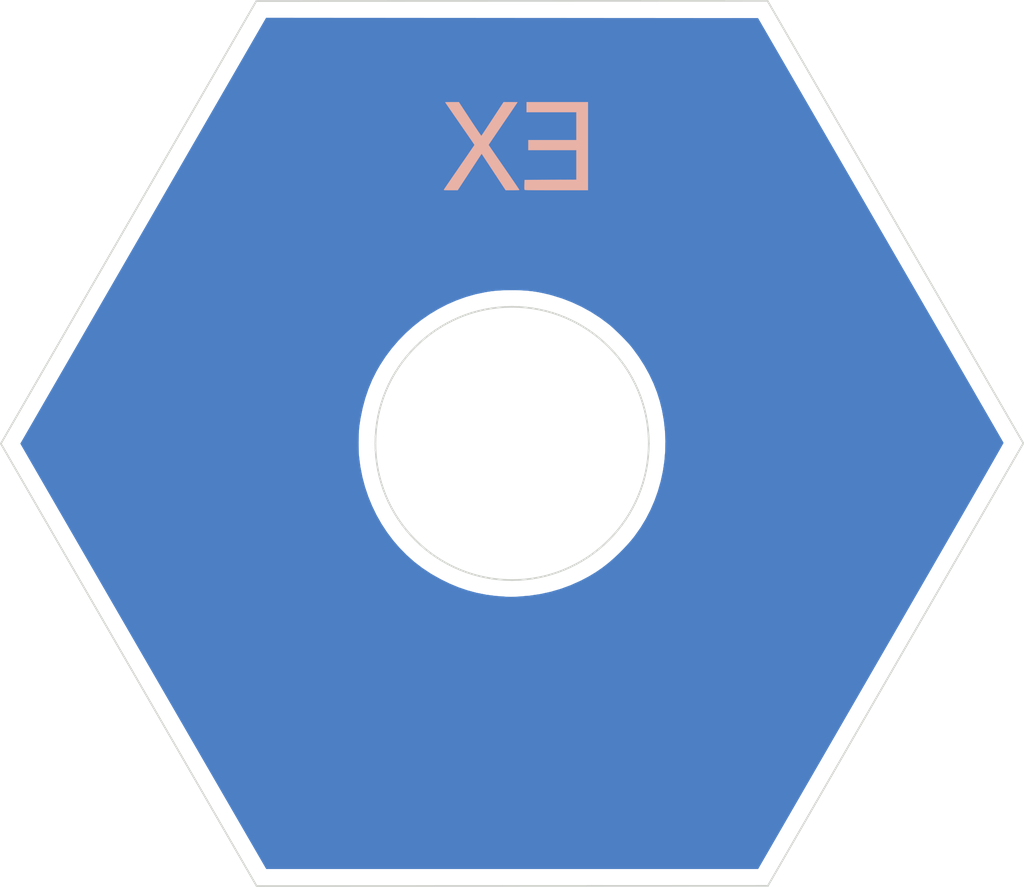
<source format=kicad_pcb>
(kicad_pcb (version 20171130) (host pcbnew 5.1.5+dfsg1-2build2)

  (general
    (thickness 1.6)
    (drawings 137)
    (tracks 0)
    (zones 0)
    (modules 4)
    (nets 1)
  )

  (page A4)
  (layers
    (0 F.Cu signal)
    (31 B.Cu signal)
    (32 B.Adhes user)
    (33 F.Adhes user)
    (34 B.Paste user)
    (35 F.Paste user)
    (36 B.SilkS user)
    (37 F.SilkS user)
    (38 B.Mask user)
    (39 F.Mask user)
    (40 Dwgs.User user)
    (41 Cmts.User user)
    (42 Eco1.User user)
    (43 Eco2.User user)
    (44 Edge.Cuts user)
    (45 Margin user)
    (46 B.CrtYd user)
    (47 F.CrtYd user)
    (48 B.Fab user)
    (49 F.Fab user)
  )

  (setup
    (last_trace_width 0.25)
    (trace_clearance 0.2)
    (zone_clearance 0.508)
    (zone_45_only no)
    (trace_min 0.2)
    (via_size 0.6)
    (via_drill 0.4)
    (via_min_size 0.4)
    (via_min_drill 0.3)
    (uvia_size 0.3)
    (uvia_drill 0.1)
    (uvias_allowed no)
    (uvia_min_size 0.2)
    (uvia_min_drill 0.1)
    (edge_width 0.15)
    (segment_width 0.2)
    (pcb_text_width 0.3)
    (pcb_text_size 1.5 1.5)
    (mod_edge_width 0.15)
    (mod_text_size 1 1)
    (mod_text_width 0.15)
    (pad_size 1.524 1.524)
    (pad_drill 0.762)
    (pad_to_mask_clearance 0.2)
    (aux_axis_origin 0 0)
    (visible_elements FFFFFF7F)
    (pcbplotparams
      (layerselection 0x010f0_ffffffff)
      (usegerberextensions false)
      (usegerberattributes false)
      (usegerberadvancedattributes false)
      (creategerberjobfile false)
      (excludeedgelayer true)
      (linewidth 0.100000)
      (plotframeref false)
      (viasonmask false)
      (mode 1)
      (useauxorigin false)
      (hpglpennumber 1)
      (hpglpenspeed 20)
      (hpglpendiameter 15.000000)
      (psnegative false)
      (psa4output false)
      (plotreference true)
      (plotvalue true)
      (plotinvisibletext false)
      (padsonsilk false)
      (subtractmaskfromsilk false)
      (outputformat 1)
      (mirror false)
      (drillshape 0)
      (scaleselection 1)
      (outputdirectory "gerbers/"))
  )

  (net 0 "")

  (net_class Default "This is the default net class."
    (clearance 0.2)
    (trace_width 0.25)
    (via_dia 0.6)
    (via_drill 0.4)
    (uvia_dia 0.3)
    (uvia_drill 0.1)
  )

  (module LOGO (layer F.Cu) (tedit 0) (tstamp 0)
    (at 0 0)
    (fp_text reference G*** (at 0 0) (layer F.SilkS) hide
      (effects (font (size 1.524 1.524) (thickness 0.3)))
    )
    (fp_text value LOGO (at 0.75 0) (layer F.SilkS) hide
      (effects (font (size 1.524 1.524) (thickness 0.3)))
    )
    (fp_poly (pts (xy -0.00305 -24.929057) (xy 14.399884 -24.92375) (xy 17.831401 -18.9865) (xy 18.131778 -18.466783)
      (xy 18.45131 -17.913925) (xy 18.787966 -17.331436) (xy 19.139718 -16.722828) (xy 19.504537 -16.091612)
      (xy 19.880393 -15.441298) (xy 20.265257 -14.775397) (xy 20.657101 -14.097421) (xy 21.053894 -13.41088)
      (xy 21.453607 -12.719285) (xy 21.854213 -12.026147) (xy 22.25368 -11.334978) (xy 22.649981 -10.649287)
      (xy 23.041086 -9.972586) (xy 23.424966 -9.308385) (xy 23.799591 -8.660197) (xy 24.162933 -8.031531)
      (xy 24.512962 -7.425899) (xy 24.847649 -6.846811) (xy 25.013618 -6.559646) (xy 25.294366 -6.073853)
      (xy 25.569718 -5.597335) (xy 25.838916 -5.131406) (xy 26.101203 -4.677377) (xy 26.355821 -4.236562)
      (xy 26.602013 -3.810273) (xy 26.839022 -3.399823) (xy 27.06609 -3.006525) (xy 27.282461 -2.631691)
      (xy 27.487376 -2.276634) (xy 27.680078 -1.942667) (xy 27.85981 -1.631101) (xy 28.025815 -1.343251)
      (xy 28.177335 -1.080428) (xy 28.313614 -0.843946) (xy 28.433893 -0.635116) (xy 28.537415 -0.455252)
      (xy 28.623423 -0.305666) (xy 28.691159 -0.18767) (xy 28.739867 -0.102579) (xy 28.768789 -0.051703)
      (xy 28.777253 -0.036334) (xy 28.767604 -0.015629) (xy 28.736885 0.041467) (xy 28.68524 0.134707)
      (xy 28.612808 0.263844) (xy 28.519732 0.428632) (xy 28.406154 0.628824) (xy 28.272214 0.864176)
      (xy 28.118054 1.134439) (xy 27.943816 1.439368) (xy 27.749641 1.778716) (xy 27.535671 2.152236)
      (xy 27.302046 2.559684) (xy 27.048909 3.000811) (xy 26.776401 3.475372) (xy 26.484663 3.983121)
      (xy 26.173838 4.523811) (xy 25.844065 5.097195) (xy 25.495487 5.703027) (xy 25.128246 6.341062)
      (xy 24.742483 7.011051) (xy 24.338338 7.71275) (xy 23.915955 8.445912) (xy 23.475473 9.21029)
      (xy 23.017035 10.005638) (xy 22.540783 10.83171) (xy 22.046856 11.688259) (xy 21.598377 12.465854)
      (xy 14.406565 24.934334) (xy -14.392357 24.934334) (xy -14.422231 24.886709) (xy -14.434517 24.865687)
      (xy -14.467311 24.809164) (xy -14.519945 24.718296) (xy -14.591751 24.594238) (xy -14.682062 24.438146)
      (xy -14.790209 24.251175) (xy -14.915526 24.034482) (xy -15.057343 23.789221) (xy -15.214995 23.516548)
      (xy -15.387812 23.217619) (xy -15.575127 22.89359) (xy -15.776273 22.545616) (xy -15.990582 22.174853)
      (xy -16.217386 21.782456) (xy -16.456017 21.369582) (xy -16.705807 20.937385) (xy -16.96609 20.487022)
      (xy -17.236197 20.019648) (xy -17.51546 19.536418) (xy -17.803213 19.038489) (xy -18.098786 18.527016)
      (xy -18.401512 18.003154) (xy -18.710725 17.468059) (xy -19.025755 16.922887) (xy -19.345935 16.368794)
      (xy -19.670598 15.806935) (xy -19.999076 15.238465) (xy -20.330701 14.664541) (xy -20.664805 14.086318)
      (xy -21.000721 13.504952) (xy -21.337781 12.921598) (xy -21.675318 12.337412) (xy -22.012662 11.753549)
      (xy -22.349148 11.171165) (xy -22.684107 10.591417) (xy -23.016871 10.015458) (xy -23.346773 9.444446)
      (xy -23.673145 8.879536) (xy -23.995319 8.321883) (xy -24.312628 7.772643) (xy -24.624403 7.232971)
      (xy -24.929978 6.704024) (xy -25.228684 6.186957) (xy -25.519854 5.682925) (xy -25.80282 5.193084)
      (xy -26.076914 4.71859) (xy -26.341469 4.260599) (xy -26.595817 3.820266) (xy -26.83929 3.398746)
      (xy -27.07122 2.997196) (xy -27.29094 2.61677) (xy -27.497782 2.258625) (xy -27.691079 1.923917)
      (xy -27.870162 1.6138) (xy -28.034364 1.329431) (xy -28.183017 1.071965) (xy -28.315454 0.842558)
      (xy -28.431006 0.642365) (xy -28.529007 0.472542) (xy -28.608787 0.334245) (xy -28.669681 0.228629)
      (xy -28.711019 0.15685) (xy -28.732135 0.120064) (xy -28.734569 0.115769) (xy -28.793838 0.009287)
      (xy -28.757185 -0.054258) (xy -8.991375 -0.054258) (xy -8.99055 0.17137) (xy -8.986153 0.386487)
      (xy -8.978087 0.582306) (xy -8.966254 0.750035) (xy -8.965139 0.762) (xy -8.887456 1.365572)
      (xy -8.770855 1.959551) (xy -8.616561 2.541955) (xy -8.425797 3.110806) (xy -8.199785 3.664123)
      (xy -7.939749 4.199926) (xy -7.646912 4.716235) (xy -7.322496 5.211071) (xy -6.967726 5.682452)
      (xy -6.583823 6.1284) (xy -6.172012 6.546934) (xy -5.733515 6.936074) (xy -5.269556 7.293839)
      (xy -4.781357 7.618251) (xy -4.699 7.668173) (xy -4.177127 7.962114) (xy -3.659216 8.216357)
      (xy -3.1407 8.432219) (xy -2.617013 8.61102) (xy -2.083592 8.754077) (xy -1.535869 8.862709)
      (xy -0.96928 8.938233) (xy -0.37926 8.981968) (xy -0.116416 8.991349) (xy -0.04522 8.99137)
      (xy 0.057634 8.989095) (xy 0.181553 8.98487) (xy 0.315945 8.979041) (xy 0.41275 8.974071)
      (xy 1.044028 8.919868) (xy 1.657997 8.827397) (xy 2.25637 8.69621) (xy 2.840861 8.525858)
      (xy 3.413183 8.31589) (xy 3.975052 8.065859) (xy 4.084933 8.011701) (xy 4.515969 7.782069)
      (xy 4.91866 7.537944) (xy 5.301177 7.27346) (xy 5.671691 6.982752) (xy 6.038373 6.659955)
      (xy 6.252157 6.456065) (xy 6.503556 6.204056) (xy 6.725886 5.968438) (xy 6.925397 5.742265)
      (xy 7.108341 5.518589) (xy 7.185891 5.418261) (xy 7.527609 4.933832) (xy 7.83449 4.427095)
      (xy 8.10609 3.900427) (xy 8.341967 3.356203) (xy 8.541676 2.796797) (xy 8.704775 2.224584)
      (xy 8.830821 1.64194) (xy 8.919369 1.051239) (xy 8.969977 0.454857) (xy 8.982201 -0.144832)
      (xy 8.955597 -0.745453) (xy 8.889724 -1.344629) (xy 8.784136 -1.939988) (xy 8.657009 -2.462517)
      (xy 8.488749 -2.997381) (xy 8.279855 -3.528921) (xy 8.032025 -4.053901) (xy 7.746959 -4.569085)
      (xy 7.426355 -5.071237) (xy 7.071912 -5.557121) (xy 6.955189 -5.704232) (xy 6.852222 -5.82533)
      (xy 6.723407 -5.967158) (xy 6.575313 -6.12322) (xy 6.414512 -6.287019) (xy 6.247571 -6.452061)
      (xy 6.08106 -6.611848) (xy 5.92155 -6.759884) (xy 5.775608 -6.889673) (xy 5.6515 -6.993368)
      (xy 5.151175 -7.365998) (xy 4.628593 -7.703088) (xy 4.085648 -8.003703) (xy 3.524231 -8.26691)
      (xy 2.946237 -8.491775) (xy 2.353558 -8.677365) (xy 2.106084 -8.742053) (xy 1.784934 -8.816236)
      (xy 1.481393 -8.875169) (xy 1.185047 -8.920041) (xy 0.88548 -8.95204) (xy 0.572279 -8.972353)
      (xy 0.235029 -8.982167) (xy -0.010583 -8.983458) (xy -0.292289 -8.980921) (xy -0.540752 -8.974505)
      (xy -0.764944 -8.963542) (xy -0.973833 -8.947359) (xy -1.176389 -8.925285) (xy -1.381582 -8.89665)
      (xy -1.559272 -8.867601) (xy -2.136478 -8.746692) (xy -2.704158 -8.585586) (xy -3.260291 -8.385749)
      (xy -3.802862 -8.148645) (xy -4.329851 -7.87574) (xy -4.839239 -7.568499) (xy -5.32901 -7.228386)
      (xy -5.797145 -6.856869) (xy -6.241625 -6.45541) (xy -6.660432 -6.025476) (xy -7.051549 -5.568533)
      (xy -7.412957 -5.086044) (xy -7.742638 -4.579475) (xy -7.940785 -4.234645) (xy -8.192153 -3.732642)
      (xy -8.41094 -3.207584) (xy -8.597552 -2.658171) (xy -8.752398 -2.083099) (xy -8.875887 -1.481067)
      (xy -8.945312 -1.032408) (xy -8.960893 -0.886075) (xy -8.973386 -0.706304) (xy -8.982696 -0.501884)
      (xy -8.988725 -0.281606) (xy -8.991375 -0.054258) (xy -28.757185 -0.054258) (xy -21.599912 -12.462538)
      (xy -14.405985 -24.934364) (xy -0.00305 -24.929057)) (layer B.Cu) (width 0.01))
  )

  (module LOGO (layer F.Cu) (tedit 0) (tstamp 0)
    (at 0 0)
    (fp_text reference G*** (at 0 0) (layer F.SilkS) hide
      (effects (font (size 1.524 1.524) (thickness 0.3)))
    )
    (fp_text value LOGO (at 0.75 0) (layer F.SilkS) hide
      (effects (font (size 1.524 1.524) (thickness 0.3)))
    )
    (fp_poly (pts (xy -2.466389 -19.008386) (xy -2.345452 -18.824636) (xy -2.231295 -18.652196) (xy -2.126035 -18.494199)
      (xy -2.031794 -18.353779) (xy -1.95069 -18.23407) (xy -1.884844 -18.138205) (xy -1.836375 -18.069317)
      (xy -1.807402 -18.030541) (xy -1.799834 -18.023004) (xy -1.785937 -18.041864) (xy -1.751058 -18.092967)
      (xy -1.69733 -18.173089) (xy -1.626887 -18.279008) (xy -1.541863 -18.407502) (xy -1.444392 -18.555349)
      (xy -1.336607 -18.719325) (xy -1.220644 -18.896209) (xy -1.141561 -19.017085) (xy -0.497416 -20.002433)
      (xy -0.089958 -20.002467) (xy 0.036143 -20.002058) (xy 0.146378 -20.000899) (xy 0.234288 -19.999125)
      (xy 0.293414 -19.99687) (xy 0.317299 -19.994268) (xy 0.3175 -19.993999) (xy 0.305879 -19.975554)
      (xy 0.272281 -19.924951) (xy 0.218604 -19.844994) (xy 0.146744 -19.738485) (xy 0.058601 -19.608224)
      (xy -0.043928 -19.457015) (xy -0.158946 -19.287659) (xy -0.284555 -19.102958) (xy -0.418857 -18.905714)
      (xy -0.529166 -18.743874) (xy -0.668966 -18.538741) (xy -0.801562 -18.343947) (xy -0.925057 -18.162293)
      (xy -1.037553 -17.996582) (xy -1.137152 -17.849617) (xy -1.221957 -17.7242) (xy -1.29007 -17.623134)
      (xy -1.339593 -17.549221) (xy -1.368629 -17.505264) (xy -1.375833 -17.493568) (xy -1.364108 -17.475183)
      (xy -1.330176 -17.424693) (xy -1.275899 -17.344816) (xy -1.203143 -17.238271) (xy -1.113771 -17.107775)
      (xy -1.009647 -16.956047) (xy -0.892634 -16.785806) (xy -0.764596 -16.599769) (xy -0.627398 -16.400656)
      (xy -0.482903 -16.191184) (xy -0.47625 -16.181544) (xy -0.331376 -15.971383) (xy -0.193725 -15.771189)
      (xy -0.065166 -15.58371) (xy 0.052434 -15.411693) (xy 0.157208 -15.257886) (xy 0.247287 -15.125037)
      (xy 0.320806 -15.015893) (xy 0.375895 -14.933202) (xy 0.410687 -14.879712) (xy 0.423316 -14.858171)
      (xy 0.423334 -14.858018) (xy 0.402923 -14.850975) (xy 0.34469 -14.845214) (xy 0.253133 -14.840962)
      (xy 0.13275 -14.838445) (xy 0.023652 -14.837833) (xy -0.37603 -14.837833) (xy -1.080101 -15.907981)
      (xy -1.784173 -16.97813) (xy -2.07246 -16.53769) (xy -2.157809 -16.407307) (xy -2.260653 -16.250214)
      (xy -2.375293 -16.075116) (xy -2.496032 -15.890715) (xy -2.617169 -15.705716) (xy -2.733007 -15.528822)
      (xy -2.773138 -15.467541) (xy -3.185529 -14.837833) (xy -3.595279 -14.837833) (xy -3.736905 -14.838122)
      (xy -3.841437 -14.839293) (xy -3.914112 -14.841801) (xy -3.960166 -14.846103) (xy -3.984837 -14.852654)
      (xy -3.993361 -14.861911) (xy -3.991783 -14.872351) (xy -3.977867 -14.895007) (xy -3.941781 -14.94967)
      (xy -3.88544 -15.033534) (xy -3.810758 -15.143792) (xy -3.719649 -15.277637) (xy -3.614028 -15.432262)
      (xy -3.495808 -15.604859) (xy -3.366904 -15.792623) (xy -3.22923 -15.992744) (xy -3.089935 -16.19483)
      (xy -2.946064 -16.403501) (xy -2.809417 -16.601969) (xy -2.681869 -16.787493) (xy -2.565296 -16.957332)
      (xy -2.461572 -17.108745) (xy -2.372574 -17.238992) (xy -2.300176 -17.345332) (xy -2.246254 -17.425026)
      (xy -2.212682 -17.475332) (xy -2.201333 -17.493485) (xy -2.213081 -17.512212) (xy -2.247047 -17.562926)
      (xy -2.301313 -17.642838) (xy -2.373964 -17.749155) (xy -2.463083 -17.879085) (xy -2.566751 -18.029838)
      (xy -2.683054 -18.198621) (xy -2.810073 -18.382644) (xy -2.945893 -18.579114) (xy -3.058583 -18.741913)
      (xy -3.200025 -18.946289) (xy -3.334185 -19.140448) (xy -3.459148 -19.321598) (xy -3.572995 -19.486945)
      (xy -3.673811 -19.633695) (xy -3.759678 -19.759054) (xy -3.828678 -19.86023) (xy -3.878895 -19.934429)
      (xy -3.908412 -19.978857) (xy -3.915833 -19.991073) (xy -3.895755 -19.994647) (xy -3.839876 -19.997764)
      (xy -3.754726 -20.000236) (xy -3.646835 -20.001877) (xy -3.522735 -20.002499) (xy -3.517325 -20.0025)
      (xy -3.118816 -20.0025) (xy -2.466389 -19.008386)) (layer B.SilkS) (width 0.01))
    (fp_poly (pts (xy 4.445 -14.837833) (xy 2.592253 -14.837833) (xy 2.260029 -14.837935) (xy 1.967813 -14.838262)
      (xy 1.713278 -14.83885) (xy 1.4941 -14.839733) (xy 1.307952 -14.840945) (xy 1.152509 -14.842521)
      (xy 1.025445 -14.844496) (xy 0.924434 -14.846902) (xy 0.847151 -14.849776) (xy 0.791271 -14.853151)
      (xy 0.754467 -14.857062) (xy 0.734414 -14.861543) (xy 0.728922 -14.865411) (xy 0.725378 -14.896079)
      (xy 0.723283 -14.960099) (xy 0.722775 -15.048511) (xy 0.723992 -15.152354) (xy 0.724295 -15.167036)
      (xy 0.73025 -15.441083) (xy 2.248959 -15.446515) (xy 3.767667 -15.451947) (xy 3.767667 -17.187333)
      (xy 0.9525 -17.187333) (xy 0.9525 -17.78) (xy 3.767667 -17.78) (xy 3.767667 -19.409833)
      (xy 0.846667 -19.409833) (xy 0.846667 -20.0025) (xy 4.445 -20.0025) (xy 4.445 -14.837833)) (layer B.SilkS) (width 0.01))
  )

  (module LOGO (layer F.Cu) (tedit 0) (tstamp 0)
    (at 0 0)
    (fp_text reference G*** (at 0 0) (layer F.SilkS) hide
      (effects (font (size 1.524 1.524) (thickness 0.3)))
    )
    (fp_text value LOGO (at 0.75 0) (layer F.SilkS) hide
      (effects (font (size 1.524 1.524) (thickness 0.3)))
    )
    (fp_poly (pts (xy -8.412124 9.207709) (xy -7.907151 9.28223) (xy -7.412029 9.394386) (xy -6.928684 9.543236)
      (xy -6.459046 9.727843) (xy -6.005041 9.947265) (xy -5.568598 10.200564) (xy -5.151644 10.4868)
      (xy -4.756108 10.805032) (xy -4.383917 11.154323) (xy -4.036999 11.533731) (xy -3.717282 11.942318)
      (xy -3.426694 12.379144) (xy -3.167163 12.843269) (xy -3.146076 12.884987) (xy -2.934609 13.353636)
      (xy -2.761478 13.837529) (xy -2.62681 14.333681) (xy -2.530733 14.839108) (xy -2.473375 15.350825)
      (xy -2.454863 15.865846) (xy -2.475326 16.381188) (xy -2.534891 16.893865) (xy -2.633686 17.400892)
      (xy -2.771838 17.899285) (xy -2.914248 18.298584) (xy -3.128687 18.785628) (xy -3.378918 19.250924)
      (xy -3.663517 19.692896) (xy -3.981059 20.10997) (xy -4.330121 20.500574) (xy -4.709277 20.863132)
      (xy -5.117105 21.196071) (xy -5.552178 21.497818) (xy -6.013074 21.766798) (xy -6.088681 21.806463)
      (xy -6.553118 22.024319) (xy -7.030477 22.204097) (xy -7.524343 22.346939) (xy -8.038302 22.453985)
      (xy -8.207907 22.480912) (xy -8.341353 22.496631) (xy -8.507003 22.510004) (xy -8.695394 22.520793)
      (xy -8.897067 22.528762) (xy -9.10256 22.533675) (xy -9.302413 22.535294) (xy -9.487164 22.533384)
      (xy -9.647352 22.527706) (xy -9.757833 22.519673) (xy -10.290604 22.445929) (xy -10.8107 22.332347)
      (xy -11.316453 22.179731) (xy -11.806194 21.988882) (xy -12.278254 21.760605) (xy -12.730966 21.495702)
      (xy -13.16266 21.194976) (xy -13.571668 20.85923) (xy -13.93825 20.507991) (xy -14.294565 20.110176)
      (xy -14.616981 19.687678) (xy -14.904331 19.242312) (xy -15.155446 18.775893) (xy -15.36916 18.290237)
      (xy -15.37671 18.270961) (xy -15.546359 17.778007) (xy -15.676261 17.273208) (xy -15.766279 16.759658)
      (xy -15.816275 16.240446) (xy -15.823415 15.861784) (xy -14.721347 15.861784) (xy -14.718679 16.077173)
      (xy -14.711038 16.281568) (xy -14.698425 16.46436) (xy -14.682294 16.60525) (xy -14.589762 17.094327)
      (xy -14.458688 17.566882) (xy -14.289671 18.021713) (xy -14.083308 18.457619) (xy -13.840197 18.873401)
      (xy -13.560936 19.267856) (xy -13.246122 19.639785) (xy -13.091583 19.800922) (xy -12.732427 20.13178)
      (xy -12.349789 20.427779) (xy -11.945323 20.688119) (xy -11.520685 20.912004) (xy -11.077528 21.098637)
      (xy -10.617507 21.247219) (xy -10.142276 21.356953) (xy -9.736666 21.418051) (xy -9.611923 21.428386)
      (xy -9.455725 21.43514) (xy -9.278795 21.438383) (xy -9.091852 21.438184) (xy -8.905619 21.434615)
      (xy -8.730816 21.427743) (xy -8.578166 21.41764) (xy -8.501222 21.410004) (xy -8.01839 21.332613)
      (xy -7.54904 21.215385) (xy -7.094792 21.059119) (xy -6.657265 20.864614) (xy -6.238077 20.632671)
      (xy -5.838847 20.364087) (xy -5.461195 20.059664) (xy -5.131679 19.746031) (xy -4.852909 19.439724)
      (xy -4.607335 19.126967) (xy -4.387429 18.797112) (xy -4.185659 18.439513) (xy -4.129293 18.328758)
      (xy -3.933524 17.889282) (xy -3.778056 17.440602) (xy -3.662476 16.985109) (xy -3.58637 16.525191)
      (xy -3.549324 16.063238) (xy -3.550926 15.601639) (xy -3.59076 15.142782) (xy -3.668414 14.689057)
      (xy -3.783473 14.242852) (xy -3.935525 13.806558) (xy -4.124154 13.382562) (xy -4.348948 12.973255)
      (xy -4.609493 12.581024) (xy -4.905374 12.20826) (xy -5.236179 11.857351) (xy -5.252754 11.841267)
      (xy -5.618811 11.515264) (xy -6.00383 11.226701) (xy -6.408505 10.975241) (xy -6.833531 10.760546)
      (xy -7.279603 10.582279) (xy -7.747415 10.440101) (xy -8.237663 10.333675) (xy -8.41375 10.304948)
      (xy -8.528962 10.292381) (xy -8.677474 10.283272) (xy -8.850398 10.277558) (xy -9.038849 10.275176)
      (xy -9.233938 10.276062) (xy -9.426778 10.280151) (xy -9.608484 10.28738) (xy -9.770168 10.297687)
      (xy -9.902942 10.311006) (xy -9.93775 10.315875) (xy -10.118494 10.347825) (xy -10.319799 10.390636)
      (xy -10.528586 10.441013) (xy -10.731774 10.49566) (xy -10.916286 10.551282) (xy -11.039796 10.593579)
      (xy -11.188658 10.652694) (xy -11.360177 10.72791) (xy -11.542845 10.813602) (xy -11.725151 10.904146)
      (xy -11.895588 10.993915) (xy -12.042647 11.077286) (xy -12.09547 11.109542) (xy -12.49706 11.386477)
      (xy -12.869773 11.6936) (xy -13.212419 12.029073) (xy -13.523808 12.391058) (xy -13.802749 12.777719)
      (xy -14.048052 13.187218) (xy -14.258527 13.617718) (xy -14.432984 14.06738) (xy -14.570231 14.534369)
      (xy -14.669079 15.016846) (xy -14.682294 15.102417) (xy -14.699516 15.255716) (xy -14.711766 15.440448)
      (xy -14.719043 15.646006) (xy -14.721347 15.861784) (xy -15.823415 15.861784) (xy -15.826114 15.718666)
      (xy -15.795657 15.197408) (xy -15.724769 14.679765) (xy -15.613313 14.168828) (xy -15.565821 13.996042)
      (xy -15.41707 13.549689) (xy -15.230519 13.103124) (xy -15.010016 12.663712) (xy -14.759411 12.23882)
      (xy -14.482552 11.835816) (xy -14.341114 11.651873) (xy -14.137337 11.413331) (xy -13.902746 11.167865)
      (xy -13.646086 10.923624) (xy -13.376103 10.688759) (xy -13.10154 10.471417) (xy -12.975166 10.378896)
      (xy -12.5964 10.13132) (xy -12.187837 9.905381) (xy -11.758027 9.704776) (xy -11.315519 9.533203)
      (xy -10.868862 9.394361) (xy -10.491958 9.304766) (xy -9.966863 9.219352) (xy -9.443908 9.175331)
      (xy -8.925018 9.171763) (xy -8.412124 9.207709)) (layer F.Cu) (width 0.01))
    (fp_poly (pts (xy 9.44258 9.169686) (xy 9.650992 9.177312) (xy 9.832614 9.190181) (xy 9.884834 9.195589)
      (xy 10.335875 9.259926) (xy 10.761762 9.348691) (xy 11.172888 9.464944) (xy 11.579644 9.611741)
      (xy 11.992423 9.792142) (xy 12.117917 9.852746) (xy 12.586391 10.106853) (xy 13.029744 10.394556)
      (xy 13.446597 10.714489) (xy 13.835573 11.065284) (xy 14.195296 11.445573) (xy 14.524387 11.853991)
      (xy 14.82147 12.28917) (xy 15.085167 12.749742) (xy 15.135475 12.848167) (xy 15.352465 13.327567)
      (xy 15.529698 13.81825) (xy 15.667309 14.317829) (xy 15.765438 14.823917) (xy 15.82422 15.334127)
      (xy 15.843793 15.84607) (xy 15.824294 16.35736) (xy 15.76586 16.865609) (xy 15.668628 17.368429)
      (xy 15.532734 17.863434) (xy 15.358317 18.348235) (xy 15.145512 18.820446) (xy 14.894458 19.277679)
      (xy 14.753534 19.5016) (xy 14.442336 19.937109) (xy 14.101054 20.343626) (xy 13.731084 20.719896)
      (xy 13.333822 21.064665) (xy 12.910666 21.376675) (xy 12.463011 21.654672) (xy 12.202481 21.794854)
      (xy 11.808326 21.982465) (xy 11.422159 22.137998) (xy 11.030798 22.266034) (xy 10.62106 22.371154)
      (xy 10.424214 22.412791) (xy 10.155087 22.457931) (xy 9.858314 22.493073) (xy 9.547588 22.517338)
      (xy 9.236604 22.529846) (xy 8.939053 22.529716) (xy 8.737875 22.521116) (xy 8.210274 22.466318)
      (xy 7.691924 22.370756) (xy 7.184948 22.235369) (xy 6.69147 22.061099) (xy 6.213612 21.848885)
      (xy 5.753498 21.599667) (xy 5.31325 21.314387) (xy 4.894993 20.993983) (xy 4.5108 20.649068)
      (xy 4.137987 20.258912) (xy 3.801229 19.846699) (xy 3.500891 19.413133) (xy 3.237334 18.958918)
      (xy 3.010923 18.484759) (xy 2.82202 17.991361) (xy 2.670988 17.479429) (xy 2.55819 16.949668)
      (xy 2.536378 16.816917) (xy 2.518739 16.674845) (xy 2.503963 16.500187) (xy 2.492298 16.302607)
      (xy 2.48399 16.091771) (xy 2.482982 16.045766) (xy 3.569761 16.045766) (xy 3.607078 16.520232)
      (xy 3.684612 16.988534) (xy 3.801925 17.448323) (xy 3.958579 17.897248) (xy 4.154138 18.33296)
      (xy 4.388164 18.753107) (xy 4.510093 18.942706) (xy 4.798967 19.33545) (xy 5.117819 19.699485)
      (xy 5.464575 20.033315) (xy 5.837163 20.335445) (xy 6.233509 20.604378) (xy 6.651539 20.838618)
      (xy 7.08918 21.036669) (xy 7.544358 21.197035) (xy 7.694654 21.240498) (xy 7.968284 21.306802)
      (xy 8.26283 21.362797) (xy 8.557387 21.40476) (xy 8.6995 21.419437) (xy 8.869332 21.429289)
      (xy 9.068086 21.432396) (xy 9.282962 21.429177) (xy 9.501158 21.420051) (xy 9.709874 21.405437)
      (xy 9.89631 21.385753) (xy 9.948334 21.378576) (xy 10.364768 21.30274) (xy 10.759291 21.200086)
      (xy 11.143993 21.066848) (xy 11.53096 20.899263) (xy 11.609917 20.861181) (xy 12.041098 20.626889)
      (xy 12.446042 20.359735) (xy 12.823839 20.060428) (xy 13.173576 19.729678) (xy 13.433671 19.441584)
      (xy 13.730258 19.056786) (xy 13.990359 18.652006) (xy 14.213353 18.229595) (xy 14.398615 17.791905)
      (xy 14.545522 17.341286) (xy 14.653452 16.88009) (xy 14.721781 16.410667) (xy 14.749885 15.93537)
      (xy 14.737143 15.456548) (xy 14.68293 14.976553) (xy 14.65717 14.825522) (xy 14.550211 14.359678)
      (xy 14.405201 13.909695) (xy 14.224003 13.47732) (xy 14.008478 13.0643) (xy 13.760488 12.672382)
      (xy 13.481892 12.303312) (xy 13.174554 11.958837) (xy 12.840333 11.640704) (xy 12.481092 11.35066)
      (xy 12.098692 11.09045) (xy 11.694993 10.861822) (xy 11.271858 10.666523) (xy 10.831147 10.506299)
      (xy 10.374722 10.382897) (xy 9.904444 10.298064) (xy 9.821334 10.287371) (xy 9.362976 10.252479)
      (xy 8.896738 10.256812) (xy 8.428745 10.299645) (xy 7.965124 10.380255) (xy 7.512002 10.497918)
      (xy 7.225455 10.594128) (xy 7.061616 10.659703) (xy 6.875468 10.743076) (xy 6.678699 10.838334)
      (xy 6.482996 10.939559) (xy 6.300045 11.040836) (xy 6.141534 11.136249) (xy 6.096 11.165827)
      (xy 5.702688 11.451953) (xy 5.33754 11.767579) (xy 5.002136 12.110434) (xy 4.698055 12.478244)
      (xy 4.426877 12.868736) (xy 4.19018 13.279639) (xy 3.989544 13.708679) (xy 3.826548 14.153584)
      (xy 3.703484 14.608892) (xy 3.617527 15.087746) (xy 3.573098 15.567487) (xy 3.569761 16.045766)
      (xy 2.482982 16.045766) (xy 2.479288 15.877346) (xy 2.47844 15.668996) (xy 2.481692 15.476387)
      (xy 2.489293 15.309185) (xy 2.495689 15.228719) (xy 2.567599 14.699092) (xy 2.679349 14.181363)
      (xy 2.83003 13.677424) (xy 3.018733 13.189167) (xy 3.244551 12.718484) (xy 3.506575 12.267268)
      (xy 3.803897 11.837409) (xy 4.135609 11.430801) (xy 4.500801 11.049334) (xy 4.503232 11.04699)
      (xy 4.907421 10.685524) (xy 5.331017 10.36168) (xy 5.773963 10.075486) (xy 6.236204 9.826969)
      (xy 6.717687 9.616156) (xy 7.218354 9.443074) (xy 7.738152 9.307751) (xy 8.180917 9.224622)
      (xy 8.343291 9.204318) (xy 8.537956 9.188249) (xy 8.755064 9.176584) (xy 8.984768 9.16949)
      (xy 9.217223 9.167135) (xy 9.44258 9.169686)) (layer F.Cu) (width 0.01))
    (fp_poly (pts (xy -17.54302 -6.161663) (xy -17.335033 -6.154653) (xy -17.142888 -6.141556) (xy -16.953436 -6.121343)
      (xy -16.753527 -6.09298) (xy -16.637 -6.073981) (xy -16.127866 -5.966655) (xy -15.628482 -5.819032)
      (xy -15.141889 -5.632604) (xy -14.671129 -5.408862) (xy -14.219244 -5.149299) (xy -13.789275 -4.855406)
      (xy -13.384263 -4.528676) (xy -13.260916 -4.417882) (xy -12.898091 -4.060409) (xy -12.572948 -3.690583)
      (xy -12.281409 -3.302972) (xy -12.019392 -2.892142) (xy -11.782817 -2.452661) (xy -11.778912 -2.44475)
      (xy -11.576971 -2.001732) (xy -11.412476 -1.565636) (xy -11.283293 -1.128372) (xy -11.187286 -0.681849)
      (xy -11.12232 -0.217979) (xy -11.092027 0.157486) (xy -11.083322 0.674626) (xy -11.115681 1.191066)
      (xy -11.188157 1.703629) (xy -11.299805 2.209138) (xy -11.449679 2.704419) (xy -11.636832 3.186295)
      (xy -11.860319 3.651589) (xy -12.119193 4.097125) (xy -12.377291 4.472716) (xy -12.710256 4.887296)
      (xy -13.071351 5.272231) (xy -13.458467 5.626173) (xy -13.869492 5.947777) (xy -14.302315 6.235698)
      (xy -14.754825 6.488589) (xy -15.22491 6.705104) (xy -15.71046 6.883898) (xy -16.209363 7.023626)
      (xy -16.46549 7.078871) (xy -16.906606 7.149486) (xy -17.352915 7.190022) (xy -17.814511 7.201187)
      (xy -18.108083 7.19387) (xy -18.621731 7.151436) (xy -19.126331 7.068718) (xy -19.619957 6.947165)
      (xy -20.100682 6.788223) (xy -20.566581 6.59334) (xy -21.015727 6.363961) (xy -21.446195 6.101534)
      (xy -21.856058 5.807506) (xy -22.243391 5.483324) (xy -22.606267 5.130436) (xy -22.942759 4.750287)
      (xy -23.250943 4.344325) (xy -23.528892 3.913997) (xy -23.77468 3.46075) (xy -23.986381 2.986032)
      (xy -24.09452 2.696452) (xy -24.236256 2.233713) (xy -24.34135 1.765252) (xy -24.410747 1.285279)
      (xy -24.445393 0.788006) (xy -24.449989 0.518584) (xy -24.44882 0.454789) (xy -23.360444 0.454789)
      (xy -23.34537 0.925571) (xy -23.290694 1.392913) (xy -23.196724 1.854206) (xy -23.063768 2.30684)
      (xy -22.892135 2.748205) (xy -22.682133 3.175691) (xy -22.434072 3.58669) (xy -22.426315 3.598334)
      (xy -22.276326 3.815288) (xy -22.132334 4.006177) (xy -21.983798 4.183902) (xy -21.820176 4.361366)
      (xy -21.717152 4.466319) (xy -21.356395 4.797744) (xy -20.972919 5.093742) (xy -20.568167 5.353648)
      (xy -20.143578 5.576797) (xy -19.700595 5.762524) (xy -19.240659 5.910164) (xy -18.765212 6.019052)
      (xy -18.275694 6.088523) (xy -18.182166 6.097132) (xy -18.040921 6.10473) (xy -17.869716 6.107164)
      (xy -17.680562 6.104798) (xy -17.485473 6.097993) (xy -17.296458 6.087112) (xy -17.12553 6.072517)
      (xy -17.041049 6.062708) (xy -16.57273 5.98021) (xy -16.111857 5.856926) (xy -15.661522 5.694177)
      (xy -15.224818 5.493288) (xy -14.804835 5.25558) (xy -14.404666 4.982375) (xy -14.266333 4.875811)
      (xy -14.153783 4.780902) (xy -14.023083 4.661857) (xy -13.882877 4.527316) (xy -13.741812 4.385917)
      (xy -13.608533 4.246299) (xy -13.491685 4.117101) (xy -13.411533 4.021667) (xy -13.150255 3.664667)
      (xy -12.913369 3.280563) (xy -12.704838 2.877279) (xy -12.528624 2.46274) (xy -12.388691 2.044869)
      (xy -12.347888 1.894866) (xy -12.249006 1.42301) (xy -12.19157 0.949373) (xy -12.174896 0.476331)
      (xy -12.198302 0.006254) (xy -12.261103 -0.458483) (xy -12.362616 -0.915508) (xy -12.502158 -1.362447)
      (xy -12.679046 -1.796927) (xy -12.892595 -2.216576) (xy -13.142124 -2.619021) (xy -13.426948 -3.001888)
      (xy -13.746384 -3.362804) (xy -13.908496 -3.524382) (xy -14.270184 -3.841994) (xy -14.654712 -4.125148)
      (xy -15.059528 -4.373065) (xy -15.482082 -4.584965) (xy -15.919821 -4.760068) (xy -16.370196 -4.897592)
      (xy -16.830655 -4.996759) (xy -17.298647 -5.056788) (xy -17.771622 -5.076898) (xy -18.247028 -5.056311)
      (xy -18.717459 -4.995093) (xy -19.173693 -4.894652) (xy -19.624656 -4.754092) (xy -20.065461 -4.575622)
      (xy -20.491218 -4.361455) (xy -20.897038 -4.113802) (xy -21.2725 -3.8393) (xy -21.385883 -3.743361)
      (xy -21.517343 -3.623365) (xy -21.658163 -3.488028) (xy -21.799623 -3.346068) (xy -21.933008 -3.206201)
      (xy -22.049598 -3.077146) (xy -22.127357 -2.9845) (xy -22.312768 -2.735116) (xy -22.494809 -2.457636)
      (xy -22.666856 -2.163759) (xy -22.822288 -1.865182) (xy -22.954479 -1.573604) (xy -23.018539 -1.410545)
      (xy -23.164962 -0.9521) (xy -23.270548 -0.486657) (xy -23.335606 -0.016824) (xy -23.360444 0.454789)
      (xy -24.44882 0.454789) (xy -24.44391 0.187101) (xy -24.424657 -0.119443) (xy -24.390708 -0.416811)
      (xy -24.340539 -0.720762) (xy -24.320103 -0.8255) (xy -24.196925 -1.330806) (xy -24.035392 -1.820765)
      (xy -23.837232 -2.29365) (xy -23.604172 -2.747732) (xy -23.337941 -3.181283) (xy -23.040267 -3.592576)
      (xy -22.712877 -3.979883) (xy -22.357499 -4.341476) (xy -21.975861 -4.675627) (xy -21.569692 -4.980609)
      (xy -21.140717 -5.254693) (xy -20.690667 -5.496152) (xy -20.221268 -5.703258) (xy -19.734248 -5.874283)
      (xy -19.231335 -6.007499) (xy -19.112749 -6.032783) (xy -18.835005 -6.084423) (xy -18.573788 -6.121853)
      (xy -18.314125 -6.146544) (xy -18.04104 -6.159964) (xy -17.78 -6.163617) (xy -17.54302 -6.161663)) (layer F.Cu) (width 0.01))
    (fp_poly (pts (xy 18.497696 -6.153482) (xy 19.010766 -6.077277) (xy 19.516048 -5.961234) (xy 20.01163 -5.805726)
      (xy 20.4956 -5.611128) (xy 20.966046 -5.377813) (xy 21.421056 -5.106157) (xy 21.858718 -4.796533)
      (xy 21.931663 -4.739828) (xy 22.082753 -4.613474) (xy 22.250576 -4.460584) (xy 22.427376 -4.28915)
      (xy 22.605393 -4.107165) (xy 22.776871 -3.922624) (xy 22.934052 -3.743518) (xy 23.069178 -3.577841)
      (xy 23.105214 -3.530674) (xy 23.411477 -3.087778) (xy 23.679082 -2.627635) (xy 23.908004 -2.1503)
      (xy 24.098222 -1.655827) (xy 24.249712 -1.14427) (xy 24.362452 -0.615684) (xy 24.386915 -0.465666)
      (xy 24.401605 -0.365233) (xy 24.413122 -0.274297) (xy 24.42183 -0.185603) (xy 24.428098 -0.091895)
      (xy 24.432289 0.014083) (xy 24.434772 0.139587) (xy 24.435911 0.291873) (xy 24.436072 0.478196)
      (xy 24.436037 0.508) (xy 24.435384 0.703499) (xy 24.433786 0.863622) (xy 24.4309 0.995323)
      (xy 24.426383 1.105556) (xy 24.419893 1.201276) (xy 24.411087 1.289434) (xy 24.399623 1.376986)
      (xy 24.390154 1.439599) (xy 24.338032 1.739605) (xy 24.279014 2.014732) (xy 24.208904 2.28235)
      (xy 24.123509 2.559828) (xy 24.10908 2.6035) (xy 23.926344 3.092917) (xy 23.712408 3.555735)
      (xy 23.465376 3.995001) (xy 23.183352 4.413764) (xy 22.864442 4.815069) (xy 22.50675 5.201966)
      (xy 22.470012 5.23875) (xy 22.076118 5.602322) (xy 21.663007 5.928405) (xy 21.230197 6.217243)
      (xy 20.777204 6.469077) (xy 20.303546 6.684149) (xy 19.80874 6.862702) (xy 19.292301 7.004976)
      (xy 18.753747 7.111216) (xy 18.722584 7.116158) (xy 18.589356 7.132582) (xy 18.422843 7.146183)
      (xy 18.232008 7.156812) (xy 18.025815 7.164319) (xy 17.813228 7.168553) (xy 17.603209 7.169366)
      (xy 17.404723 7.166607) (xy 17.226732 7.160127) (xy 17.078201 7.149776) (xy 17.028584 7.144462)
      (xy 16.488659 7.058827) (xy 15.96841 6.935847) (xy 15.466831 6.775118) (xy 14.982915 6.576234)
      (xy 14.515657 6.338788) (xy 14.06405 6.062374) (xy 13.69555 5.799386) (xy 13.545202 5.678537)
      (xy 13.378089 5.533507) (xy 13.203133 5.372847) (xy 13.029257 5.205109) (xy 12.865384 5.038844)
      (xy 12.720437 4.882602) (xy 12.632194 4.780379) (xy 12.306946 4.355719) (xy 12.019141 3.912836)
      (xy 11.769063 3.453786) (xy 11.556997 2.980629) (xy 11.383226 2.495421) (xy 11.248036 2.000222)
      (xy 11.15171 1.497088) (xy 11.094533 0.988077) (xy 11.081606 0.614467) (xy 12.176336 0.614467)
      (xy 12.206989 1.083627) (xy 12.277079 1.548275) (xy 12.386165 2.005987) (xy 12.533806 2.45434)
      (xy 12.71956 2.890908) (xy 12.942986 3.31327) (xy 13.203643 3.718999) (xy 13.414402 3.999816)
      (xy 13.718349 4.346832) (xy 14.05442 4.669165) (xy 14.418661 4.964278) (xy 14.807117 5.229635)
      (xy 15.215834 5.4627) (xy 15.640858 5.660935) (xy 16.078234 5.821804) (xy 16.396021 5.91243)
      (xy 16.736192 5.988466) (xy 17.061853 6.041175) (xy 17.377834 6.072629) (xy 17.519903 6.082359)
      (xy 17.632327 6.088634) (xy 17.727651 6.091478) (xy 17.818418 6.090912) (xy 17.917174 6.086959)
      (xy 18.036463 6.079641) (xy 18.118667 6.073959) (xy 18.61158 6.018796) (xy 19.090662 5.92408)
      (xy 19.554571 5.790415) (xy 20.001969 5.618409) (xy 20.431516 5.408668) (xy 20.841872 5.161798)
      (xy 21.231698 4.878406) (xy 21.599654 4.559098) (xy 21.717 4.445) (xy 22.043284 4.089604)
      (xy 22.334847 3.711977) (xy 22.591146 3.314568) (xy 22.81164 2.899827) (xy 22.995785 2.470205)
      (xy 23.143039 2.028152) (xy 23.252859 1.576117) (xy 23.324703 1.116552) (xy 23.358028 0.651904)
      (xy 23.352292 0.184626) (xy 23.306952 -0.282833) (xy 23.221465 -0.748024) (xy 23.095289 -1.208495)
      (xy 23.018425 -1.431712) (xy 22.83478 -1.870235) (xy 22.614749 -2.28975) (xy 22.36056 -2.68818)
      (xy 22.074443 -3.063448) (xy 21.758627 -3.413475) (xy 21.415341 -3.736184) (xy 21.046813 -4.029498)
      (xy 20.655273 -4.29134) (xy 20.242949 -4.519631) (xy 19.812071 -4.712294) (xy 19.364866 -4.867253)
      (xy 19.317595 -4.881096) (xy 18.848912 -4.994107) (xy 18.372467 -5.066091) (xy 17.891273 -5.09696)
      (xy 17.408341 -5.086627) (xy 16.926683 -5.035005) (xy 16.535325 -4.961923) (xy 16.077879 -4.838382)
      (xy 15.635347 -4.6764) (xy 15.209828 -4.477882) (xy 14.803422 -4.244736) (xy 14.418228 -3.978867)
      (xy 14.056345 -3.682181) (xy 13.719872 -3.356583) (xy 13.410908 -3.003981) (xy 13.131553 -2.62628)
      (xy 12.883905 -2.225386) (xy 12.670065 -1.803205) (xy 12.492131 -1.361644) (xy 12.456925 -1.258812)
      (xy 12.325415 -0.795844) (xy 12.235108 -0.327692) (xy 12.185562 0.143219) (xy 12.176336 0.614467)
      (xy 11.081606 0.614467) (xy 11.076789 0.475249) (xy 11.098762 -0.039341) (xy 11.160737 -0.553632)
      (xy 11.262998 -1.065569) (xy 11.40583 -1.573091) (xy 11.589516 -2.074143) (xy 11.661771 -2.243666)
      (xy 11.852781 -2.633435) (xy 12.079845 -3.022984) (xy 12.337357 -3.404583) (xy 12.619711 -3.770497)
      (xy 12.921299 -4.112994) (xy 13.236516 -4.42434) (xy 13.254906 -4.441104) (xy 13.646325 -4.770174)
      (xy 14.061557 -5.069612) (xy 14.496131 -5.336896) (xy 14.945572 -5.569501) (xy 15.405409 -5.764902)
      (xy 15.871169 -5.920576) (xy 15.882455 -5.923824) (xy 16.405782 -6.052427) (xy 16.930882 -6.139321)
      (xy 17.455842 -6.184878) (xy 17.978751 -6.189474) (xy 18.497696 -6.153482)) (layer F.Cu) (width 0.01))
    (fp_poly (pts (xy -8.421233 -22.007736) (xy -8.362186 -22.001107) (xy -7.84686 -21.919991) (xy -7.340699 -21.798277)
      (xy -6.846243 -21.637176) (xy -6.366033 -21.437902) (xy -5.90261 -21.201668) (xy -5.458514 -20.929686)
      (xy -5.036284 -20.62317) (xy -4.638462 -20.283333) (xy -4.511501 -20.162646) (xy -4.137871 -19.770689)
      (xy -3.802456 -19.361404) (xy -3.504787 -18.933866) (xy -3.244395 -18.487151) (xy -3.020811 -18.020332)
      (xy -2.833566 -17.532485) (xy -2.682191 -17.022684) (xy -2.566216 -16.490004) (xy -2.525875 -16.245416)
      (xy -2.509041 -16.098233) (xy -2.496635 -15.917807) (xy -2.488603 -15.712995) (xy -2.484893 -15.492649)
      (xy -2.485452 -15.265624) (xy -2.490227 -15.040774) (xy -2.499164 -14.826952) (xy -2.51221 -14.633014)
      (xy -2.529313 -14.467813) (xy -2.536851 -14.4145) (xy -2.640944 -13.874115) (xy -2.782529 -13.353379)
      (xy -2.961598 -12.852307) (xy -3.178142 -12.370918) (xy -3.432156 -11.909225) (xy -3.72363 -11.467247)
      (xy -4.052557 -11.044999) (xy -4.209205 -10.8654) (xy -4.565276 -10.50148) (xy -4.951356 -10.164652)
      (xy -5.363776 -9.857051) (xy -5.798864 -9.58081) (xy -6.25295 -9.338065) (xy -6.722363 -9.130949)
      (xy -7.203431 -8.961595) (xy -7.692485 -8.832139) (xy -7.71525 -8.82715) (xy -7.907319 -8.787312)
      (xy -8.08142 -8.755872) (xy -8.24738 -8.731818) (xy -8.415028 -8.714138) (xy -8.594189 -8.701822)
      (xy -8.794693 -8.693856) (xy -9.026366 -8.689231) (xy -9.059333 -8.688822) (xy -9.215409 -8.687332)
      (xy -9.36036 -8.686588) (xy -9.487969 -8.686571) (xy -9.59202 -8.687263) (xy -9.666294 -8.688645)
      (xy -9.704577 -8.690698) (xy -9.704916 -8.690743) (xy -9.753978 -8.696957) (xy -9.831747 -8.70622)
      (xy -9.924853 -8.716954) (xy -9.9695 -8.721989) (xy -10.458226 -8.797535) (xy -10.945408 -8.913868)
      (xy -11.427394 -9.069496) (xy -11.900529 -9.262926) (xy -12.361161 -9.492664) (xy -12.805637 -9.757217)
      (xy -13.229338 -10.05436) (xy -13.361212 -10.16047) (xy -13.512172 -10.291967) (xy -13.674695 -10.441469)
      (xy -13.841253 -10.601596) (xy -14.004321 -10.764966) (xy -14.156375 -10.924199) (xy -14.289887 -11.071913)
      (xy -14.394528 -11.197166) (xy -14.70938 -11.629308) (xy -14.986876 -12.079794) (xy -15.226564 -12.546556)
      (xy -15.427995 -13.027526) (xy -15.590716 -13.520635) (xy -15.714277 -14.023813) (xy -15.798227 -14.534992)
      (xy -15.842115 -15.052103) (xy -15.845253 -15.536385) (xy -14.742413 -15.536385) (xy -14.742267 -15.329422)
      (xy -14.73755 -15.120207) (xy -14.7284 -14.918682) (xy -14.714955 -14.734789) (xy -14.697352 -14.578472)
      (xy -14.693451 -14.552083) (xy -14.597336 -14.065335) (xy -14.462774 -13.595652) (xy -14.290284 -13.144061)
      (xy -14.080387 -12.711591) (xy -13.833602 -12.299268) (xy -13.550447 -11.908119) (xy -13.231444 -11.539173)
      (xy -13.103836 -11.407903) (xy -12.743074 -11.077436) (xy -12.359638 -10.782084) (xy -11.955421 -10.522704)
      (xy -11.532318 -10.300149) (xy -11.092225 -10.115273) (xy -10.637036 -9.96893) (xy -10.168645 -9.861976)
      (xy -9.688949 -9.795264) (xy -9.49325 -9.779972) (xy -9.372034 -9.773454) (xy -9.263093 -9.769911)
      (xy -9.155861 -9.76948) (xy -9.039772 -9.772296) (xy -8.90426 -9.778495) (xy -8.738758 -9.788212)
      (xy -8.710083 -9.79002) (xy -8.258558 -9.839612) (xy -7.813316 -9.929585) (xy -7.376898 -10.058152)
      (xy -6.951845 -10.223526) (xy -6.540696 -10.423922) (xy -6.145994 -10.657552) (xy -5.770278 -10.922629)
      (xy -5.416088 -11.217367) (xy -5.085966 -11.539979) (xy -4.782452 -11.888679) (xy -4.508086 -12.26168)
      (xy -4.26541 -12.657196) (xy -4.064254 -13.057208) (xy -3.884015 -13.506771) (xy -3.74446 -13.96417)
      (xy -3.645188 -14.427033) (xy -3.585798 -14.892988) (xy -3.56589 -15.359664) (xy -3.585062 -15.824689)
      (xy -3.642914 -16.285691) (xy -3.739045 -16.740298) (xy -3.873055 -17.186138) (xy -4.044543 -17.620841)
      (xy -4.253107 -18.042034) (xy -4.498348 -18.447345) (xy -4.779865 -18.834402) (xy -5.097256 -19.200835)
      (xy -5.103347 -19.207281) (xy -5.452661 -19.546199) (xy -5.826198 -19.850592) (xy -6.223003 -20.119968)
      (xy -6.642119 -20.353833) (xy -7.08259 -20.551694) (xy -7.543463 -20.713059) (xy -8.023779 -20.837434)
      (xy -8.396707 -20.906222) (xy -8.510124 -20.919349) (xy -8.656087 -20.929729) (xy -8.825541 -20.937297)
      (xy -9.009429 -20.941986) (xy -9.198697 -20.943732) (xy -9.384289 -20.942469) (xy -9.55715 -20.938132)
      (xy -9.708225 -20.930655) (xy -9.828457 -20.919974) (xy -9.853083 -20.916731) (xy -10.261017 -20.846219)
      (xy -10.641987 -20.754704) (xy -11.007599 -20.638634) (xy -11.369458 -20.49446) (xy -11.631083 -20.372784)
      (xy -11.991539 -20.180066) (xy -12.327152 -19.966788) (xy -12.645905 -19.727105) (xy -12.955779 -19.455167)
      (xy -13.166041 -19.248282) (xy -13.493228 -18.883883) (xy -13.782927 -18.500298) (xy -14.03537 -18.097047)
      (xy -14.250791 -17.673647) (xy -14.429423 -17.229615) (xy -14.571498 -16.764469) (xy -14.67725 -16.277727)
      (xy -14.714058 -16.044333) (xy -14.728446 -15.903783) (xy -14.737852 -15.731153) (xy -14.742413 -15.536385)
      (xy -15.845253 -15.536385) (xy -15.845491 -15.573078) (xy -15.807904 -16.095847) (xy -15.728901 -16.618341)
      (xy -15.6523 -16.968349) (xy -15.506962 -17.470954) (xy -15.323685 -17.957043) (xy -15.104194 -18.424813)
      (xy -14.850215 -18.872464) (xy -14.563473 -19.298192) (xy -14.245695 -19.700197) (xy -13.898606 -20.076676)
      (xy -13.523932 -20.425827) (xy -13.123397 -20.745849) (xy -12.698729 -21.03494) (xy -12.251652 -21.291297)
      (xy -11.783892 -21.513119) (xy -11.297176 -21.698604) (xy -11.046816 -21.777284) (xy -10.529671 -21.907192)
      (xy -10.009821 -21.995084) (xy -9.485985 -22.041068) (xy -8.956882 -22.04525) (xy -8.421233 -22.007736)) (layer F.Cu) (width 0.01))
    (fp_poly (pts (xy 9.360543 -22.048762) (xy 9.582016 -22.039964) (xy 9.789967 -22.026885) (xy 9.973871 -22.009802)
      (xy 10.085917 -21.995112) (xy 10.504146 -21.920189) (xy 10.894881 -21.827311) (xy 11.270322 -21.71324)
      (xy 11.58875 -21.596321) (xy 12.071506 -21.382941) (xy 12.532537 -21.134187) (xy 12.970253 -20.851879)
      (xy 13.383063 -20.537838) (xy 13.769376 -20.193884) (xy 14.127603 -19.821836) (xy 14.456152 -19.423514)
      (xy 14.753432 -19.00074) (xy 15.017854 -18.555332) (xy 15.247825 -18.089111) (xy 15.441756 -17.603897)
      (xy 15.598056 -17.10151) (xy 15.631864 -16.970204) (xy 15.736262 -16.460195) (xy 15.800027 -15.944419)
      (xy 15.823553 -15.425894) (xy 15.807236 -14.907634) (xy 15.75147 -14.392657) (xy 15.656648 -13.88398)
      (xy 15.523167 -13.384619) (xy 15.351419 -12.897591) (xy 15.141801 -12.425911) (xy 15.002853 -12.16025)
      (xy 14.72749 -11.705223) (xy 14.421343 -11.27776) (xy 14.086358 -10.878921) (xy 13.724479 -10.509764)
      (xy 13.337652 -10.17135) (xy 12.927821 -9.864738) (xy 12.496929 -9.590987) (xy 12.046923 -9.351157)
      (xy 11.579747 -9.146308) (xy 11.097345 -8.977499) (xy 10.601662 -8.845789) (xy 10.094643 -8.752238)
      (xy 9.578231 -8.697906) (xy 9.054373 -8.683852) (xy 8.653171 -8.700709) (xy 8.158823 -8.755875)
      (xy 7.663958 -8.849426) (xy 7.175169 -8.979421) (xy 6.699049 -9.14392) (xy 6.242191 -9.340981)
      (xy 5.926667 -9.503162) (xy 5.497182 -9.762998) (xy 5.082655 -10.058869) (xy 4.688151 -10.386266)
      (xy 4.318738 -10.740683) (xy 3.979481 -11.117615) (xy 3.688985 -11.4935) (xy 3.39832 -11.937095)
      (xy 3.144993 -12.400552) (xy 2.929135 -12.883542) (xy 2.75088 -13.385734) (xy 2.610357 -13.906799)
      (xy 2.507699 -14.446406) (xy 2.504525 -14.467416) (xy 2.488466 -14.60759) (xy 2.47634 -14.781295)
      (xy 2.46811 -14.979918) (xy 2.46374 -15.194844) (xy 2.463448 -15.314235) (xy 3.547017 -15.314235)
      (xy 3.570356 -14.856147) (xy 3.631371 -14.400346) (xy 3.730245 -13.949307) (xy 3.867163 -13.505508)
      (xy 4.042309 -13.071427) (xy 4.255867 -12.64954) (xy 4.491945 -12.266083) (xy 4.675076 -12.012459)
      (xy 4.883364 -11.756122) (xy 5.107691 -11.507056) (xy 5.33894 -11.27524) (xy 5.567996 -11.070657)
      (xy 5.630334 -11.019743) (xy 5.992937 -10.754375) (xy 6.380303 -10.516372) (xy 6.786814 -10.308105)
      (xy 7.206854 -10.131946) (xy 7.634805 -9.990265) (xy 8.065049 -9.885433) (xy 8.466667 -9.822596)
      (xy 8.564043 -9.811607) (xy 8.65395 -9.801403) (xy 8.722221 -9.793594) (xy 8.741834 -9.791322)
      (xy 8.812706 -9.786858) (xy 8.917224 -9.785223) (xy 9.046818 -9.786114) (xy 9.192916 -9.789231)
      (xy 9.346948 -9.794271) (xy 9.500342 -9.800933) (xy 9.644528 -9.808915) (xy 9.770934 -9.817916)
      (xy 9.870989 -9.827633) (xy 9.906 -9.832291) (xy 10.393128 -9.926715) (xy 10.864018 -10.059417)
      (xy 11.316993 -10.22925) (xy 11.750376 -10.435064) (xy 12.162493 -10.675713) (xy 12.551666 -10.950049)
      (xy 12.916218 -11.256924) (xy 13.254475 -11.59519) (xy 13.564759 -11.9637) (xy 13.845394 -12.361305)
      (xy 14.018672 -12.64813) (xy 14.232761 -13.069228) (xy 14.409256 -13.507578) (xy 14.547631 -13.959983)
      (xy 14.647358 -14.423248) (xy 14.707911 -14.894175) (xy 14.728763 -15.369569) (xy 14.709386 -15.846231)
      (xy 14.649255 -16.320967) (xy 14.636155 -16.394703) (xy 14.528724 -16.860556) (xy 14.380861 -17.31612)
      (xy 14.193755 -17.758821) (xy 13.968599 -18.186082) (xy 13.706584 -18.59533) (xy 13.476223 -18.901833)
      (xy 13.382886 -19.010982) (xy 13.265004 -19.138332) (xy 13.130786 -19.275879) (xy 12.988439 -19.415619)
      (xy 12.846169 -19.549548) (xy 12.712184 -19.66966) (xy 12.594691 -19.767951) (xy 12.562269 -19.79322)
      (xy 12.154296 -20.079263) (xy 11.733879 -20.324993) (xy 11.299795 -20.530918) (xy 10.850822 -20.697545)
      (xy 10.385737 -20.825378) (xy 9.903317 -20.914927) (xy 9.831917 -20.924755) (xy 9.646513 -20.943479)
      (xy 9.433184 -20.955569) (xy 9.204387 -20.961016) (xy 8.972577 -20.959814) (xy 8.750211 -20.951956)
      (xy 8.549745 -20.937433) (xy 8.4455 -20.925564) (xy 7.955673 -20.839138) (xy 7.48224 -20.713988)
      (xy 7.026352 -20.550713) (xy 6.589162 -20.349914) (xy 6.17182 -20.112191) (xy 5.775479 -19.838144)
      (xy 5.40129 -19.528373) (xy 5.050404 -19.183478) (xy 5.002 -19.131105) (xy 4.694541 -18.763928)
      (xy 4.423101 -18.376741) (xy 4.187864 -17.972021) (xy 3.989014 -17.552245) (xy 3.826736 -17.119891)
      (xy 3.701213 -16.677435) (xy 3.612629 -16.227356) (xy 3.561169 -15.77213) (xy 3.547017 -15.314235)
      (xy 2.463448 -15.314235) (xy 2.463194 -15.417459) (xy 2.466435 -15.639148) (xy 2.473425 -15.851297)
      (xy 2.484129 -16.045291) (xy 2.49851 -16.212516) (xy 2.512404 -16.319766) (xy 2.617239 -16.859787)
      (xy 2.757163 -17.376449) (xy 2.93243 -17.870442) (xy 3.143291 -18.342458) (xy 3.389998 -18.793187)
      (xy 3.450822 -18.892295) (xy 3.753004 -19.335905) (xy 4.08475 -19.750188) (xy 4.444316 -20.134069)
      (xy 4.829957 -20.486473) (xy 5.23993 -20.806326) (xy 5.672491 -21.092552) (xy 6.125897 -21.344077)
      (xy 6.598402 -21.559825) (xy 7.088265 -21.738721) (xy 7.59374 -21.879691) (xy 8.113084 -21.98166)
      (xy 8.549974 -22.035591) (xy 8.720264 -22.046693) (xy 8.91914 -22.052403) (xy 9.136075 -22.053001)
      (xy 9.360543 -22.048762)) (layer F.Cu) (width 0.01))
    (fp_poly (pts (xy -8.919264 10.894509) (xy -8.739361 10.90097) (xy -8.585807 10.912214) (xy -8.450701 10.928667)
      (xy -8.4455 10.92945) (xy -7.987706 11.019516) (xy -7.545814 11.147908) (xy -7.121645 11.313549)
      (xy -6.717024 11.515361) (xy -6.333773 11.752267) (xy -5.973714 12.02319) (xy -5.63867 12.327053)
      (xy -5.330465 12.662777) (xy -5.16917 12.865761) (xy -4.911111 13.242911) (xy -4.690109 13.639484)
      (xy -4.506991 14.053009) (xy -4.362586 14.481013) (xy -4.257718 14.921023) (xy -4.193215 15.370569)
      (xy -4.169904 15.827176) (xy -4.169833 15.853834) (xy -4.190597 16.308596) (xy -4.252089 16.7558)
      (xy -4.353108 17.192944) (xy -4.492454 17.617529) (xy -4.668927 18.027052) (xy -4.881327 18.419014)
      (xy -5.128452 18.790914) (xy -5.409103 19.14025) (xy -5.72208 19.464522) (xy -6.0325 19.734546)
      (xy -6.294548 19.927726) (xy -6.584651 20.112832) (xy -6.889722 20.282492) (xy -7.196674 20.429336)
      (xy -7.440083 20.527364) (xy -7.653824 20.598002) (xy -7.892753 20.664422) (xy -8.139728 20.722315)
      (xy -8.377603 20.767374) (xy -8.424333 20.774732) (xy -8.510734 20.785042) (xy -8.6251 20.794712)
      (xy -8.758828 20.803411) (xy -8.903314 20.81081) (xy -9.049953 20.816576) (xy -9.190141 20.820381)
      (xy -9.315274 20.821892) (xy -9.416749 20.82078) (xy -9.48596 20.816714) (xy -9.49325 20.815798)
      (xy -9.542306 20.809461) (xy -9.620067 20.800042) (xy -9.713164 20.789145) (xy -9.757833 20.784036)
      (xy -10.186386 20.714362) (xy -10.606754 20.604521) (xy -11.016175 20.456334) (xy -11.411888 20.27162)
      (xy -11.791132 20.052196) (xy -12.151146 19.799881) (xy -12.489168 19.516495) (xy -12.802436 19.203857)
      (xy -13.088189 18.863785) (xy -13.343667 18.498098) (xy -13.421638 18.370796) (xy -13.632786 17.973255)
      (xy -13.805204 17.561631) (xy -13.938892 17.138781) (xy -13.990491 16.904456) (xy -10.675648 16.904456)
      (xy -10.675292 16.972196) (xy -10.650309 17.198725) (xy -10.586892 17.423432) (xy -10.488636 17.639419)
      (xy -10.359136 17.839787) (xy -10.201986 18.017637) (xy -10.072711 18.128651) (xy -9.944709 18.214586)
      (xy -9.800527 18.293424) (xy -9.656068 18.357215) (xy -9.540082 18.394909) (xy -9.440333 18.420026)
      (xy -9.440333 18.774216) (xy -9.439998 18.905585) (xy -9.438446 19.001913) (xy -9.434853 19.07049)
      (xy -9.428398 19.118607) (xy -9.41826 19.153554) (xy -9.403615 19.182621) (xy -9.392286 19.200328)
      (xy -9.314954 19.282396) (xy -9.220026 19.33039) (xy -9.116012 19.34202) (xy -9.011427 19.314996)
      (xy -8.995503 19.307088) (xy -8.937113 19.262588) (xy -8.884442 19.201239) (xy -8.874473 19.18538)
      (xy -8.856648 19.151219) (xy -8.843935 19.115704) (xy -8.83547 19.071129) (xy -8.830389 19.00979)
      (xy -8.827829 18.923981) (xy -8.826927 18.805999) (xy -8.826848 18.76046) (xy -8.8265 18.418004)
      (xy -8.704791 18.382829) (xy -8.483835 18.297841) (xy -8.27734 18.174347) (xy -8.083303 18.011126)
      (xy -8.064169 17.992233) (xy -7.919313 17.8327) (xy -7.80714 17.673976) (xy -7.720006 17.503994)
      (xy -7.668279 17.36725) (xy -7.64501 17.293158) (xy -7.629116 17.227756) (xy -7.619229 17.159757)
      (xy -7.61398 17.077874) (xy -7.612 16.97082) (xy -7.611807 16.901584) (xy -7.61263 16.777013)
      (xy -7.616012 16.683471) (xy -7.623321 16.609673) (xy -7.635925 16.544332) (xy -7.655194 16.47616)
      (xy -7.668279 16.435917) (xy -7.742053 16.250633) (xy -7.835713 16.084718) (xy -7.956785 15.9263)
      (xy -8.0645 15.810873) (xy -8.162415 15.716898) (xy -8.247622 15.646463) (xy -8.333337 15.589646)
      (xy -8.424333 15.540707) (xy -8.578016 15.473468) (xy -8.738179 15.419758) (xy -8.891985 15.383162)
      (xy -9.026597 15.367264) (xy -9.046844 15.366878) (xy -9.263946 15.348566) (xy -9.461218 15.295132)
      (xy -9.636152 15.208058) (xy -9.786241 15.088824) (xy -9.908977 14.938913) (xy -9.976752 14.817628)
      (xy -10.033801 14.648779) (xy -10.054548 14.469483) (xy -10.040736 14.287503) (xy -9.994109 14.110602)
      (xy -9.916407 13.946544) (xy -9.809375 13.80309) (xy -9.732825 13.730975) (xy -9.573766 13.62699)
      (xy -9.397056 13.557773) (xy -9.210172 13.524239) (xy -9.020591 13.527306) (xy -8.835789 13.567889)
      (xy -8.734537 13.608598) (xy -8.623557 13.676229) (xy -8.511147 13.769704) (xy -8.410151 13.876635)
      (xy -8.333414 13.984635) (xy -8.321047 14.00734) (xy -8.277922 14.110059) (xy -8.242298 14.228391)
      (xy -8.219059 14.343681) (xy -8.212666 14.421357) (xy -8.193023 14.528385) (xy -8.139097 14.624193)
      (xy -8.058398 14.696701) (xy -8.032754 14.710832) (xy -7.970434 14.736706) (xy -7.917796 14.7514)
      (xy -7.904359 14.752702) (xy -7.826296 14.735521) (xy -7.743039 14.692305) (xy -7.671428 14.633163)
      (xy -7.641449 14.594875) (xy -7.618378 14.5534) (xy -7.604987 14.513148) (xy -7.599678 14.462298)
      (xy -7.600855 14.389032) (xy -7.604478 14.321458) (xy -7.639873 14.080847) (xy -7.716362 13.84699)
      (xy -7.832927 13.622329) (xy -7.981521 13.417651) (xy -8.103688 13.294629) (xy -8.255103 13.177553)
      (xy -8.422739 13.074621) (xy -8.593572 12.994032) (xy -8.721984 12.951617) (xy -8.8265 12.92483)
      (xy -8.826848 12.680124) (xy -8.827966 12.569997) (xy -8.831931 12.492103) (xy -8.840208 12.436366)
      (xy -8.854265 12.392707) (xy -8.874473 12.352954) (xy -8.945893 12.265666) (xy -9.036359 12.212307)
      (xy -9.138089 12.195317) (xy -9.243301 12.217138) (xy -9.269495 12.229075) (xy -9.330176 12.264916)
      (xy -9.373877 12.305956) (xy -9.403721 12.359876) (xy -9.422832 12.434356) (xy -9.434333 12.537077)
      (xy -9.440333 12.649177) (xy -9.450916 12.913003) (xy -9.626123 12.973604) (xy -9.783772 13.035394)
      (xy -9.919773 13.106719) (xy -10.046869 13.195732) (xy -10.177801 13.310587) (xy -10.225825 13.357339)
      (xy -10.314754 13.448959) (xy -10.38099 13.526941) (xy -10.434404 13.604694) (xy -10.484868 13.695631)
      (xy -10.506261 13.738339) (xy -10.580242 13.90192) (xy -10.630436 14.04799) (xy -10.660428 14.191333)
      (xy -10.673804 14.346732) (xy -10.675382 14.435667) (xy -10.655229 14.686269) (xy -10.596477 14.924738)
      (xy -10.501964 15.147614) (xy -10.374525 15.351437) (xy -10.216998 15.532747) (xy -10.032219 15.688084)
      (xy -9.823025 15.813989) (xy -9.592253 15.907001) (xy -9.435934 15.947385) (xy -9.340148 15.964103)
      (xy -9.244262 15.976096) (xy -9.168641 15.98083) (xy -9.167101 15.980834) (xy -8.967266 16.000402)
      (xy -8.782737 16.056933) (xy -8.617435 16.147167) (xy -8.475282 16.267843) (xy -8.360201 16.4157)
      (xy -8.276111 16.587478) (xy -8.230179 16.75979) (xy -8.218303 16.949026) (xy -8.245925 17.133219)
      (xy -8.310212 17.306892) (xy -8.408333 17.464573) (xy -8.537453 17.600784) (xy -8.694741 17.710053)
      (xy -8.731912 17.729473) (xy -8.910171 17.794834) (xy -9.097406 17.822017) (xy -9.286128 17.81162)
      (xy -9.468845 17.764241) (xy -9.638069 17.680478) (xy -9.677246 17.654025) (xy -9.819377 17.529071)
      (xy -9.928116 17.380789) (xy -10.004672 17.20698) (xy -10.050254 17.005446) (xy -10.055179 16.966789)
      (xy -10.072992 16.853909) (xy -10.10027 16.771744) (xy -10.142954 16.708823) (xy -10.206989 16.653673)
      (xy -10.223285 16.642292) (xy -10.316625 16.602006) (xy -10.414884 16.600858) (xy -10.511704 16.637182)
      (xy -10.600725 16.709314) (xy -10.634304 16.749946) (xy -10.657902 16.789691) (xy -10.6709 16.836944)
      (xy -10.675648 16.904456) (xy -13.990491 16.904456) (xy -14.033848 16.707565) (xy -14.090073 16.270842)
      (xy -14.107567 15.831471) (xy -14.086328 15.392311) (xy -14.026357 14.956222) (xy -13.927654 14.526062)
      (xy -13.790217 14.104691) (xy -13.614047 13.694968) (xy -13.422254 13.338333) (xy -13.170161 12.953677)
      (xy -12.887046 12.596677) (xy -12.574962 12.268876) (xy -12.235961 11.971816) (xy -11.872097 11.70704)
      (xy -11.485421 11.476092) (xy -11.077985 11.280515) (xy -10.651844 11.121851) (xy -10.363058 11.038543)
      (xy -10.144813 10.986405) (xy -9.943606 10.947369) (xy -9.746979 10.919956) (xy -9.542475 10.902684)
      (xy -9.317635 10.894074) (xy -9.133416 10.892406) (xy -8.919264 10.894509)) (layer F.Cu) (width 0.01))
    (fp_poly (pts (xy 9.354372 10.883482) (xy 9.551644 10.891613) (xy 9.726405 10.904646) (xy 9.803517 10.913245)
      (xy 10.245427 10.991056) (xy 10.675592 11.108425) (xy 11.091586 11.263615) (xy 11.490983 11.454888)
      (xy 11.871359 11.680509) (xy 12.230288 11.93874) (xy 12.565345 12.227845) (xy 12.874105 12.546086)
      (xy 13.154142 12.891727) (xy 13.403032 13.263031) (xy 13.60855 13.638229) (xy 13.784882 14.032365)
      (xy 13.92241 14.421605) (xy 14.022851 14.813309) (xy 14.087922 15.214837) (xy 14.11934 15.633547)
      (xy 14.122971 15.84325) (xy 14.102395 16.303042) (xy 14.04142 16.752625) (xy 13.941173 17.190009)
      (xy 13.802783 17.613203) (xy 13.627379 18.020217) (xy 13.416089 18.409059) (xy 13.170042 18.777739)
      (xy 12.890365 19.124266) (xy 12.578188 19.446649) (xy 12.234639 19.742898) (xy 11.860846 20.011022)
      (xy 11.705167 20.108712) (xy 11.313625 20.320411) (xy 10.901176 20.496027) (xy 10.470481 20.634645)
      (xy 10.024201 20.735346) (xy 9.772624 20.774297) (xy 9.638363 20.787425) (xy 9.473588 20.79677)
      (xy 9.289954 20.802253) (xy 9.099119 20.803797) (xy 8.912739 20.801324) (xy 8.74247 20.794758)
      (xy 8.599969 20.78402) (xy 8.583084 20.782201) (xy 8.166667 20.714838) (xy 7.750305 20.607812)
      (xy 7.339473 20.463446) (xy 6.939644 20.284061) (xy 6.55629 20.07198) (xy 6.194884 19.829525)
      (xy 6.021038 19.695133) (xy 5.884131 19.577039) (xy 5.73355 19.435195) (xy 5.578925 19.279572)
      (xy 5.429888 19.120144) (xy 5.29607 18.96688) (xy 5.19342 18.838222) (xy 4.936231 18.461262)
      (xy 4.714804 18.064571) (xy 4.530928 17.651846) (xy 4.386394 17.22678) (xy 4.352191 17.102105)
      (xy 4.309072 16.929501) (xy 7.619404 16.929501) (xy 7.626872 17.062796) (xy 7.651674 17.209624)
      (xy 7.692707 17.362176) (xy 7.74887 17.512642) (xy 7.780138 17.580335) (xy 7.897348 17.774375)
      (xy 8.046672 17.952655) (xy 8.221121 18.109404) (xy 8.4137 18.238851) (xy 8.617419 18.335226)
      (xy 8.743151 18.37505) (xy 8.847667 18.401837) (xy 8.8477 18.741793) (xy 8.849221 18.893241)
      (xy 8.854965 19.0091) (xy 8.866752 19.096047) (xy 8.886404 19.160759) (xy 8.91574 19.209912)
      (xy 8.956581 19.250184) (xy 8.993672 19.27712) (xy 9.080107 19.313983) (xy 9.179037 19.324844)
      (xy 9.272602 19.308883) (xy 9.310068 19.29163) (xy 9.357557 19.260585) (xy 9.393154 19.227633)
      (xy 9.418802 19.186204) (xy 9.436444 19.129724) (xy 9.448024 19.051622) (xy 9.455484 18.945325)
      (xy 9.460769 18.804262) (xy 9.4615 18.779481) (xy 9.472084 18.413711) (xy 9.643263 18.354481)
      (xy 9.879084 18.251705) (xy 10.089768 18.116935) (xy 10.272924 17.953501) (xy 10.426163 17.764732)
      (xy 10.547095 17.553959) (xy 10.63333 17.324511) (xy 10.68248 17.079717) (xy 10.693569 16.891)
      (xy 10.673455 16.636754) (xy 10.614654 16.39613) (xy 10.519477 16.172206) (xy 10.390237 15.968059)
      (xy 10.229246 15.786769) (xy 10.038817 15.631413) (xy 9.82126 15.505069) (xy 9.582596 15.411946)
      (xy 9.500456 15.391872) (xy 9.392037 15.372392) (xy 9.273342 15.356123) (xy 9.190643 15.347877)
      (xy 9.014725 15.327661) (xy 8.871017 15.296579) (xy 8.750119 15.251564) (xy 8.642633 15.189551)
      (xy 8.593267 15.153023) (xy 8.455177 15.019746) (xy 8.351955 14.869576) (xy 8.282609 14.707414)
      (xy 8.246145 14.538159) (xy 8.241569 14.366713) (xy 8.267887 14.197974) (xy 8.324107 14.036844)
      (xy 8.409235 13.888222) (xy 8.522276 13.757008) (xy 8.662238 13.648104) (xy 8.828127 13.566408)
      (xy 8.920906 13.537184) (xy 9.113257 13.50736) (xy 9.29979 13.516798) (xy 9.476171 13.562451)
      (xy 9.638069 13.641274) (xy 9.781149 13.750221) (xy 9.901081 13.886246) (xy 9.993531 14.046304)
      (xy 10.054167 14.227348) (xy 10.073771 14.347667) (xy 10.101502 14.495349) (xy 10.151165 14.607323)
      (xy 10.222506 14.683312) (xy 10.315268 14.72304) (xy 10.425068 14.726715) (xy 10.528281 14.698864)
      (xy 10.608629 14.638722) (xy 10.670277 14.545353) (xy 10.691795 14.498043) (xy 10.703301 14.456171)
      (xy 10.705776 14.407042) (xy 10.7002 14.337962) (xy 10.691675 14.268158) (xy 10.63898 14.010382)
      (xy 10.550778 13.772003) (xy 10.429346 13.555783) (xy 10.27696 13.364485) (xy 10.095896 13.200871)
      (xy 9.88843 13.067706) (xy 9.656838 12.967751) (xy 9.607321 12.951835) (xy 9.4615 12.907544)
      (xy 9.4615 12.653579) (xy 9.459104 12.521819) (xy 9.450085 12.424222) (xy 9.431697 12.352797)
      (xy 9.401192 12.299552) (xy 9.355825 12.256495) (xy 9.31571 12.229344) (xy 9.213043 12.18768)
      (xy 9.110201 12.186595) (xy 9.012495 12.224691) (xy 8.925239 12.300571) (xy 8.895292 12.339952)
      (xy 8.87464 12.374342) (xy 8.860951 12.411485) (xy 8.852829 12.460771) (xy 8.848875 12.531588)
      (xy 8.847694 12.633329) (xy 8.847667 12.659981) (xy 8.847667 12.910035) (xy 8.757709 12.933996)
      (xy 8.535002 13.014484) (xy 8.324526 13.131723) (xy 8.132494 13.28056) (xy 7.965123 13.45584)
      (xy 7.828625 13.65241) (xy 7.779594 13.745057) (xy 7.697841 13.94004) (xy 7.647276 14.125631)
      (xy 7.624743 14.317188) (xy 7.62527 14.496128) (xy 7.653115 14.74033) (xy 7.714248 14.962628)
      (xy 7.811068 15.168411) (xy 7.945973 15.363066) (xy 8.07502 15.506445) (xy 8.229115 15.646562)
      (xy 8.388232 15.757648) (xy 8.559923 15.84302) (xy 8.751743 15.905993) (xy 8.971244 15.949881)
      (xy 9.129927 15.969505) (xy 9.256614 15.983272) (xy 9.351273 15.996822) (xy 9.424136 16.01241)
      (xy 9.485438 16.032295) (xy 9.54541 16.058732) (xy 9.554359 16.063123) (xy 9.727985 16.170269)
      (xy 9.867445 16.301967) (xy 9.971718 16.456437) (xy 10.039786 16.631899) (xy 10.070629 16.826574)
      (xy 10.070159 16.963753) (xy 10.042159 17.14862) (xy 9.980643 17.311687) (xy 9.882231 17.460376)
      (xy 9.806059 17.543802) (xy 9.655542 17.666388) (xy 9.492569 17.751658) (xy 9.321923 17.800961)
      (xy 9.148386 17.815646) (xy 8.97674 17.797062) (xy 8.811767 17.746559) (xy 8.658249 17.665485)
      (xy 8.520968 17.555189) (xy 8.404706 17.417021) (xy 8.314246 17.25233) (xy 8.265407 17.109159)
      (xy 8.247438 17.024484) (xy 8.236002 16.940444) (xy 8.233834 16.900267) (xy 8.213726 16.798774)
      (xy 8.157148 16.702678) (xy 8.081186 16.630127) (xy 7.997946 16.59293) (xy 7.902671 16.588395)
      (xy 7.80649 16.613751) (xy 7.720534 16.666228) (xy 7.660872 16.734749) (xy 7.630369 16.817548)
      (xy 7.619404 16.929501) (xy 4.309072 16.929501) (xy 4.305505 16.915224) (xy 4.269278 16.750615)
      (xy 4.242276 16.59795) (xy 4.223265 16.4469) (xy 4.211011 16.287134) (xy 4.204278 16.108324)
      (xy 4.201832 15.900139) (xy 4.201746 15.84325) (xy 4.203341 15.625843) (xy 4.208941 15.440389)
      (xy 4.219769 15.276597) (xy 4.237048 15.124179) (xy 4.262001 14.972845) (xy 4.295849 14.812306)
      (xy 4.339816 14.632273) (xy 4.35063 14.590329) (xy 4.484694 14.157142) (xy 4.656824 13.740699)
      (xy 4.865348 13.343152) (xy 5.108593 12.96665) (xy 5.384886 12.613344) (xy 5.692556 12.285384)
      (xy 6.029931 11.984921) (xy 6.395337 11.714106) (xy 6.76275 11.488568) (xy 7.110999 11.314661)
      (xy 7.4847 11.164983) (xy 7.872566 11.043137) (xy 8.263312 10.952729) (xy 8.598124 10.902308)
      (xy 8.756465 10.889665) (xy 8.943885 10.882391) (xy 9.147487 10.880369) (xy 9.354372 10.883482)) (layer F.Cu) (width 0.01))
    (fp_poly (pts (xy -17.660881 -4.4408) (xy -17.457559 -4.435268) (xy -17.266796 -4.425118) (xy -17.098792 -4.410495)
      (xy -16.975666 -4.393662) (xy -16.605439 -4.31758) (xy -16.258224 -4.219712) (xy -15.919174 -4.095238)
      (xy -15.573445 -3.939338) (xy -15.568083 -3.936712) (xy -15.170235 -3.718428) (xy -14.797204 -3.466801)
      (xy -14.450615 -3.183901) (xy -14.132092 -2.8718) (xy -13.843257 -2.532567) (xy -13.585735 -2.168274)
      (xy -13.361149 -1.780991) (xy -13.171124 -1.372789) (xy -13.017282 -0.945739) (xy -12.911525 -0.548873)
      (xy -12.850327 -0.204659) (xy -12.814082 0.162231) (xy -12.802966 0.540147) (xy -12.817157 0.91744)
      (xy -12.856831 1.282459) (xy -12.881444 1.430978) (xy -12.982583 1.863866) (xy -13.123597 2.286353)
      (xy -13.302665 2.695332) (xy -13.517961 3.087699) (xy -13.767663 3.460347) (xy -14.049947 3.810171)
      (xy -14.36299 4.134065) (xy -14.584307 4.331071) (xy -14.946842 4.607401) (xy -15.331193 4.847912)
      (xy -15.735173 5.051658) (xy -16.156596 5.21769) (xy -16.593272 5.345061) (xy -17.043016 5.432823)
      (xy -17.165534 5.449498) (xy -17.301028 5.462355) (xy -17.463902 5.47164) (xy -17.642959 5.477264)
      (xy -17.826999 5.479135) (xy -18.004826 5.477164) (xy -18.165239 5.471262) (xy -18.29704 5.461337)
      (xy -18.31975 5.458768) (xy -18.778704 5.382105) (xy -19.224668 5.265898) (xy -19.655541 5.111031)
      (xy -20.069224 4.918388) (xy -20.463619 4.688855) (xy -20.836626 4.423315) (xy -20.902962 4.370443)
      (xy -21.039738 4.252495) (xy -21.189971 4.111014) (xy -21.344113 3.955891) (xy -21.492614 3.79702)
      (xy -21.625927 3.644292) (xy -21.729983 3.513667) (xy -21.988094 3.134466) (xy -22.210294 2.736353)
      (xy -22.3953 2.322545) (xy -22.541832 1.896256) (xy -22.613693 1.603116) (xy -19.305809 1.603116)
      (xy -19.298987 1.741829) (xy -19.271803 1.894014) (xy -19.225936 2.05287) (xy -19.163063 2.211596)
      (xy -19.084862 2.363394) (xy -18.99301 2.501464) (xy -18.971475 2.528904) (xy -18.834272 2.674305)
      (xy -18.671537 2.807331) (xy -18.494235 2.920727) (xy -18.313329 3.007238) (xy -18.185153 3.04928)
      (xy -18.076333 3.07717) (xy -18.076254 3.42771) (xy -18.074932 3.577373) (xy -18.069757 3.691445)
      (xy -18.058799 3.776622) (xy -18.040129 3.839605) (xy -18.011818 3.887089) (xy -17.971937 3.925774)
      (xy -17.923068 3.959539) (xy -17.839619 3.991212) (xy -17.743347 3.997025) (xy -17.650453 3.978114)
      (xy -17.57714 3.935615) (xy -17.576743 3.935245) (xy -17.53666 3.894698) (xy -17.507175 3.854038)
      (xy -17.486682 3.806046) (xy -17.473576 3.743507) (xy -17.466249 3.659203) (xy -17.463097 3.545918)
      (xy -17.4625 3.421824) (xy -17.4625 3.073878) (xy -17.383125 3.05935) (xy -17.297587 3.034649)
      (xy -17.189925 2.990378) (xy -17.071765 2.93252) (xy -16.954732 2.867061) (xy -16.850454 2.799983)
      (xy -16.789604 2.753883) (xy -16.616255 2.583535) (xy -16.468843 2.385877) (xy -16.352667 2.169361)
      (xy -16.273028 1.94244) (xy -16.267798 1.921652) (xy -16.24597 1.791501) (xy -16.23525 1.637323)
      (xy -16.235702 1.475962) (xy -16.247389 1.324258) (xy -16.265138 1.220009) (xy -16.340395 0.986749)
      (xy -16.452637 0.768208) (xy -16.597763 0.56964) (xy -16.771671 0.396294) (xy -16.97026 0.253424)
      (xy -17.057928 0.204843) (xy -17.196616 0.139601) (xy -17.325956 0.092046) (xy -17.459828 0.058466)
      (xy -17.612112 0.035154) (xy -17.739083 0.022794) (xy -17.910773 0.00297) (xy -18.050891 -0.027567)
      (xy -18.169538 -0.072074) (xy -18.276813 -0.133812) (xy -18.319244 -0.164397) (xy -18.462731 -0.297991)
      (xy -18.571313 -0.451015) (xy -18.644611 -0.618401) (xy -18.682249 -0.795086) (xy -18.683848 -0.976005)
      (xy -18.64903 -1.156092) (xy -18.57742 -1.330282) (xy -18.468637 -1.493512) (xy -18.422281 -1.546507)
      (xy -18.285937 -1.662411) (xy -18.126799 -1.747458) (xy -17.952498 -1.800226) (xy -17.770666 -1.819293)
      (xy -17.588933 -1.803235) (xy -17.414932 -1.750631) (xy -17.389092 -1.73909) (xy -17.219531 -1.637274)
      (xy -17.077901 -1.505467) (xy -16.967187 -1.347883) (xy -16.890374 -1.168734) (xy -16.85128 -0.980189)
      (xy -16.827762 -0.842649) (xy -16.789465 -0.740432) (xy -16.733707 -0.668292) (xy -16.670509 -0.62667)
      (xy -16.562185 -0.596291) (xy -16.456388 -0.606868) (xy -16.357553 -0.657066) (xy -16.270112 -0.745552)
      (xy -16.268543 -0.747659) (xy -16.245106 -0.786603) (xy -16.23242 -0.832156) (xy -16.228208 -0.897132)
      (xy -16.229304 -0.968415) (xy -16.257382 -1.209172) (xy -16.32422 -1.440287) (xy -16.42659 -1.65754)
      (xy -16.561266 -1.856712) (xy -16.725023 -2.033583) (xy -16.914634 -2.183933) (xy -17.126874 -2.303543)
      (xy -17.302021 -2.371512) (xy -17.4625 -2.422392) (xy -17.4625 -2.674489) (xy -17.465512 -2.810007)
      (xy -17.476619 -2.911048) (xy -17.498925 -2.985172) (xy -17.535536 -3.039941) (xy -17.589555 -3.082916)
      (xy -17.641831 -3.111217) (xy -17.748242 -3.143165) (xy -17.848796 -3.133193) (xy -17.943391 -3.081311)
      (xy -17.951606 -3.074589) (xy -18.002277 -3.026319) (xy -18.037337 -2.975447) (xy -18.059503 -2.912985)
      (xy -18.071488 -2.829943) (xy -18.076007 -2.717333) (xy -18.076333 -2.661634) (xy -18.076333 -2.421332)
      (xy -18.229791 -2.372724) (xy -18.466028 -2.276423) (xy -18.678904 -2.14523) (xy -18.866567 -1.980717)
      (xy -19.027168 -1.784452) (xy -19.135694 -1.604152) (xy -19.233144 -1.372544) (xy -19.289838 -1.132495)
      (xy -19.305784 -0.886978) (xy -19.280991 -0.638969) (xy -19.215467 -0.391441) (xy -19.131623 -0.191468)
      (xy -19.080195 -0.095285) (xy -19.024277 -0.0113) (xy -18.954272 0.073355) (xy -18.861624 0.170498)
      (xy -18.686663 0.32755) (xy -18.506869 0.448896) (xy -18.314367 0.538151) (xy -18.101281 0.598929)
      (xy -17.859737 0.634843) (xy -17.847209 0.636011) (xy -17.739857 0.647027) (xy -17.639506 0.659544)
      (xy -17.558632 0.671882) (xy -17.515536 0.680703) (xy -17.341727 0.747363) (xy -17.188142 0.848003)
      (xy -17.05857 0.977591) (xy -16.956801 1.131095) (xy -16.886624 1.30348) (xy -16.851829 1.489715)
      (xy -16.848666 1.566334) (xy -16.867898 1.758694) (xy -16.922708 1.93426) (xy -17.008767 2.090363)
      (xy -17.121746 2.224336) (xy -17.257318 2.333511) (xy -17.411152 2.415221) (xy -17.578922 2.466799)
      (xy -17.756297 2.485575) (xy -17.938949 2.468884) (xy -18.12255 2.414057) (xy -18.181473 2.387694)
      (xy -18.335868 2.289946) (xy -18.467985 2.160961) (xy -18.573333 2.007916) (xy -18.647425 1.837988)
      (xy -18.685768 1.658354) (xy -18.690166 1.574483) (xy -18.701141 1.490795) (xy -18.73842 1.414781)
      (xy -18.792286 1.349038) (xy -18.875475 1.288053) (xy -18.971882 1.261666) (xy -19.071726 1.268933)
      (xy -19.165224 1.308912) (xy -19.242593 1.38066) (xy -19.251659 1.393301) (xy -19.290593 1.484673)
      (xy -19.305809 1.603116) (xy -22.613693 1.603116) (xy -22.648606 1.460702) (xy -22.710698 1.053876)
      (xy -22.72216 0.90949) (xy -22.729301 0.736351) (xy -22.732121 0.547818) (xy -22.730618 0.357249)
      (xy -22.724794 0.178004) (xy -22.714648 0.023442) (xy -22.710698 -0.016709) (xy -22.641658 -0.462331)
      (xy -22.533828 -0.894339) (xy -22.389073 -1.310831) (xy -22.209258 -1.709906) (xy -21.99625 -2.089664)
      (xy -21.751912 -2.448202) (xy -21.478112 -2.783621) (xy -21.176715 -3.094018) (xy -20.849585 -3.377494)
      (xy -20.49859 -3.632146) (xy -20.125594 -3.856073) (xy -19.732462 -4.047376) (xy -19.321062 -4.204151)
      (xy -18.893257 -4.324499) (xy -18.450914 -4.406519) (xy -18.395736 -4.413849) (xy -18.244188 -4.428239)
      (xy -18.064396 -4.43743) (xy -17.86656 -4.441569) (xy -17.660881 -4.4408)) (layer F.Cu) (width 0.01))
    (fp_poly (pts (xy 18.366028 -4.440807) (xy 18.803845 -4.3693) (xy 19.23056 -4.259353) (xy 19.467848 -4.179268)
      (xy 19.888933 -4.002032) (xy 20.288738 -3.789149) (xy 20.665371 -3.542599) (xy 21.016943 -3.264361)
      (xy 21.341564 -2.956413) (xy 21.637344 -2.620735) (xy 21.902392 -2.259307) (xy 22.13482 -1.874108)
      (xy 22.332735 -1.467117) (xy 22.49425 -1.040313) (xy 22.508977 -0.994567) (xy 22.625048 -0.559023)
      (xy 22.700072 -0.117945) (xy 22.734521 0.325943) (xy 22.728868 0.769915) (xy 22.683585 1.211247)
      (xy 22.599144 1.647212) (xy 22.476018 2.075087) (xy 22.314679 2.492146) (xy 22.1156 2.895663)
      (xy 21.879253 3.282913) (xy 21.731432 3.490805) (xy 21.648341 3.594401) (xy 21.54133 3.716991)
      (xy 21.418059 3.850716) (xy 21.286185 3.987717) (xy 21.153367 4.120134) (xy 21.027265 4.240108)
      (xy 20.915537 4.339778) (xy 20.858391 4.386718) (xy 20.485587 4.652683) (xy 20.09042 4.883993)
      (xy 19.676492 5.079076) (xy 19.247402 5.236358) (xy 18.806753 5.354266) (xy 18.520834 5.408257)
      (xy 18.438371 5.418275) (xy 18.325795 5.427656) (xy 18.191257 5.436127) (xy 18.042912 5.443419)
      (xy 17.888913 5.449258) (xy 17.737414 5.453375) (xy 17.596568 5.455498) (xy 17.474528 5.455355)
      (xy 17.379449 5.452675) (xy 17.324917 5.448055) (xy 17.277958 5.441314) (xy 17.200877 5.430366)
      (xy 17.105476 5.416885) (xy 17.029338 5.406165) (xy 16.598973 5.324522) (xy 16.177925 5.202805)
      (xy 15.768938 5.04276) (xy 15.37476 4.846132) (xy 14.998136 4.614667) (xy 14.641813 4.350112)
      (xy 14.308538 4.054212) (xy 14.001056 3.728713) (xy 13.722113 3.375361) (xy 13.632547 3.246639)
      (xy 13.400271 2.863836) (xy 13.2035 2.459842) (xy 13.04376 2.038716) (xy 12.933536 1.643779)
      (xy 16.227898 1.643779) (xy 16.244268 1.784458) (xy 16.278156 1.935982) (xy 16.328019 2.089941)
      (xy 16.392312 2.237924) (xy 16.408009 2.268408) (xy 16.528838 2.456019) (xy 16.681236 2.628713)
      (xy 16.857645 2.780433) (xy 17.050508 2.905122) (xy 17.252268 2.996723) (xy 17.356937 3.028948)
      (xy 17.4625 3.056003) (xy 17.462579 3.406543) (xy 17.463093 3.538998) (xy 17.465055 3.636418)
      (xy 17.469197 3.706094) (xy 17.476252 3.755319) (xy 17.486951 3.791385) (xy 17.502029 3.821584)
      (xy 17.504719 3.826069) (xy 17.577354 3.908451) (xy 17.67195 3.961736) (xy 17.769417 3.979175)
      (xy 17.84721 3.967569) (xy 17.919791 3.93906) (xy 17.923069 3.937115) (xy 17.97531 3.901512)
      (xy 18.014239 3.862879) (xy 18.041771 3.814579) (xy 18.059822 3.749977) (xy 18.070308 3.662435)
      (xy 18.075146 3.545317) (xy 18.076254 3.406543) (xy 18.076334 3.056003) (xy 18.185153 3.028114)
      (xy 18.36021 2.966228) (xy 18.53939 2.872367) (xy 18.71159 2.754058) (xy 18.86571 2.618827)
      (xy 18.979036 2.489862) (xy 19.119433 2.274182) (xy 19.218872 2.050928) (xy 19.278571 1.816219)
      (xy 19.299745 1.566177) (xy 19.298146 1.471084) (xy 19.271124 1.223541) (xy 19.210312 0.998708)
      (xy 19.113437 0.79137) (xy 18.978229 0.596313) (xy 18.8595 0.464229) (xy 18.668074 0.298053)
      (xy 18.457025 0.166635) (xy 18.230858 0.071917) (xy 17.994078 0.015841) (xy 17.782585 0)
      (xy 17.590452 -0.019152) (xy 17.414244 -0.073695) (xy 17.256757 -0.159263) (xy 17.120789 -0.271488)
      (xy 17.009135 -0.406002) (xy 16.924593 -0.558438) (xy 16.86996 -0.724429) (xy 16.848031 -0.899607)
      (xy 16.861604 -1.079604) (xy 16.913475 -1.260054) (xy 16.938841 -1.317643) (xy 17.039187 -1.483752)
      (xy 17.167274 -1.619345) (xy 17.326701 -1.728004) (xy 17.377834 -1.754276) (xy 17.450128 -1.788142)
      (xy 17.507375 -1.810208) (xy 17.562459 -1.822995) (xy 17.628267 -1.829025) (xy 17.717683 -1.830819)
      (xy 17.769417 -1.830916) (xy 17.875084 -1.830063) (xy 17.951052 -1.82599) (xy 18.009944 -1.816429)
      (xy 18.064384 -1.799112) (xy 18.126994 -1.77177) (xy 18.144561 -1.763501) (xy 18.318893 -1.660532)
      (xy 18.459654 -1.532344) (xy 18.567386 -1.37815) (xy 18.642629 -1.197161) (xy 18.685923 -0.98859)
      (xy 18.687897 -0.971813) (xy 18.709294 -0.84818) (xy 18.744532 -0.75782) (xy 18.798161 -0.692704)
      (xy 18.872614 -0.645801) (xy 18.976825 -0.617989) (xy 19.081079 -0.628603) (xy 19.176188 -0.674754)
      (xy 19.252966 -0.753552) (xy 19.262598 -0.768442) (xy 19.294369 -0.854926) (xy 19.305553 -0.969957)
      (xy 19.297304 -1.105754) (xy 19.270778 -1.254541) (xy 19.22713 -1.40854) (xy 19.167514 -1.559972)
      (xy 19.135191 -1.626352) (xy 19.011035 -1.82538) (xy 18.857902 -2.005476) (xy 18.682068 -2.161482)
      (xy 18.489807 -2.28824) (xy 18.287393 -2.38059) (xy 18.176875 -2.414139) (xy 18.076334 -2.439192)
      (xy 18.076334 -2.682506) (xy 18.072216 -2.824739) (xy 18.057999 -2.932277) (xy 18.030882 -3.012121)
      (xy 17.988068 -3.071274) (xy 17.926757 -3.11674) (xy 17.896421 -3.132665) (xy 17.818848 -3.164362)
      (xy 17.755274 -3.171484) (xy 17.686516 -3.154182) (xy 17.640396 -3.134701) (xy 17.572493 -3.09701)
      (xy 17.523764 -3.050432) (xy 17.491324 -2.987828) (xy 17.472286 -2.902056) (xy 17.463766 -2.785976)
      (xy 17.4625 -2.69443) (xy 17.4625 -2.441107) (xy 17.330477 -2.404401) (xy 17.110998 -2.322008)
      (xy 16.904689 -2.202587) (xy 16.716942 -2.050725) (xy 16.553149 -1.871007) (xy 16.418702 -1.66802)
      (xy 16.382361 -1.598083) (xy 16.3022 -1.405262) (xy 16.253307 -1.215067) (xy 16.232114 -1.01157)
      (xy 16.230601 -0.92075) (xy 16.249477 -0.670212) (xy 16.304661 -0.438959) (xy 16.397573 -0.223649)
      (xy 16.52963 -0.020941) (xy 16.689069 0.159448) (xy 16.786795 0.253566) (xy 16.869743 0.323918)
      (xy 16.94988 0.379551) (xy 17.039171 0.429515) (xy 17.060334 0.440197) (xy 17.225034 0.511706)
      (xy 17.395187 0.566915) (xy 17.557832 0.602263) (xy 17.693428 0.614201) (xy 17.905303 0.633147)
      (xy 18.098242 0.68701) (xy 18.269222 0.773378) (xy 18.415224 0.889841) (xy 18.533226 1.033987)
      (xy 18.620208 1.203406) (xy 18.673151 1.395686) (xy 18.673254 1.396288) (xy 18.685113 1.58461)
      (xy 18.658113 1.768008) (xy 18.595603 1.941044) (xy 18.500932 2.098276) (xy 18.377446 2.234266)
      (xy 18.228496 2.343574) (xy 18.05743 2.420759) (xy 18.039081 2.426548) (xy 17.93744 2.446482)
      (xy 17.812168 2.455288) (xy 17.680463 2.453027) (xy 17.55952 2.43976) (xy 17.492682 2.424627)
      (xy 17.331869 2.355688) (xy 17.182552 2.25235) (xy 17.053113 2.122432) (xy 16.951935 1.973753)
      (xy 16.908702 1.8799) (xy 16.884894 1.800582) (xy 16.863519 1.70058) (xy 16.84919 1.601485)
      (xy 16.849151 1.601096) (xy 16.830486 1.479888) (xy 16.803118 1.3988) (xy 16.791582 1.380154)
      (xy 16.707327 1.296338) (xy 16.611898 1.248658) (xy 16.512607 1.236456) (xy 16.416765 1.259073)
      (xy 16.331685 1.31585) (xy 16.264677 1.406128) (xy 16.253886 1.4286) (xy 16.230589 1.522356)
      (xy 16.227898 1.643779) (xy 12.933536 1.643779) (xy 12.922578 1.604517) (xy 12.84148 1.161305)
      (xy 12.8377 1.132803) (xy 12.822941 0.983383) (xy 12.812592 0.804627) (xy 12.806764 0.608929)
      (xy 12.805565 0.40868) (xy 12.809105 0.216273) (xy 12.817491 0.044101) (xy 12.827158 -0.065454)
      (xy 12.898996 -0.515019) (xy 13.01109 -0.953362) (xy 13.162297 -1.378102) (xy 13.351473 -1.786858)
      (xy 13.577475 -2.177247) (xy 13.839159 -2.546889) (xy 14.135381 -2.893402) (xy 14.234584 -2.996296)
      (xy 14.531552 -3.275385) (xy 14.83521 -3.518861) (xy 15.154795 -3.73337) (xy 15.499542 -3.925556)
      (xy 15.586024 -3.968597) (xy 15.838113 -4.085107) (xy 16.07468 -4.180055) (xy 16.312308 -4.259472)
      (xy 16.56758 -4.329392) (xy 16.599167 -4.337182) (xy 17.033679 -4.422062) (xy 17.476174 -4.467451)
      (xy 17.921881 -4.473612) (xy 18.366028 -4.440807)) (layer F.Cu) (width 0.01))
    (fp_poly (pts (xy -9.022347 -20.324698) (xy -8.827321 -20.318062) (xy -8.64933 -20.306669) (xy -8.500183 -20.290627)
      (xy -8.498416 -20.290379) (xy -8.043411 -20.205298) (xy -7.602364 -20.081032) (xy -7.177359 -19.918612)
      (xy -6.770476 -19.71907) (xy -6.383797 -19.483438) (xy -6.019403 -19.212747) (xy -5.679376 -18.908028)
      (xy -5.649888 -18.878818) (xy -5.338989 -18.538882) (xy -5.063133 -18.175798) (xy -4.823194 -17.791404)
      (xy -4.620044 -17.387541) (xy -4.454556 -16.966048) (xy -4.327602 -16.528765) (xy -4.240055 -16.077531)
      (xy -4.211145 -15.845425) (xy -4.200129 -15.688157) (xy -4.195124 -15.502339) (xy -4.195807 -15.300257)
      (xy -4.201857 -15.0942) (xy -4.212952 -14.896456) (xy -4.22877 -14.719312) (xy -4.243582 -14.607098)
      (xy -4.335376 -14.15825) (xy -4.465122 -13.725889) (xy -4.63109 -13.311755) (xy -4.83155 -12.917589)
      (xy -5.064772 -12.545132) (xy -5.329025 -12.196124) (xy -5.62258 -11.872307) (xy -5.943707 -11.575421)
      (xy -6.290675 -11.307207) (xy -6.661755 -11.069404) (xy -7.055216 -10.863755) (xy -7.469329 -10.692)
      (xy -7.902363 -10.555878) (xy -8.352588 -10.457132) (xy -8.371416 -10.453902) (xy -8.470408 -10.440591)
      (xy -8.599137 -10.428436) (xy -8.74869 -10.41779) (xy -8.910154 -10.409003) (xy -9.074616 -10.40243)
      (xy -9.233163 -10.398421) (xy -9.376882 -10.397328) (xy -9.49686 -10.399505) (xy -9.584183 -10.405303)
      (xy -9.5885 -10.405812) (xy -9.957731 -10.459199) (xy -10.295024 -10.526198) (xy -10.60932 -10.609416)
      (xy -10.909558 -10.711463) (xy -11.20468 -10.834945) (xy -11.424777 -10.941527) (xy -11.777625 -11.142537)
      (xy -12.122238 -11.379563) (xy -12.450837 -11.64629) (xy -12.755644 -11.936402) (xy -13.028882 -12.243585)
      (xy -13.029705 -12.244598) (xy -13.255365 -12.5494) (xy -13.463642 -12.884137) (xy -13.648952 -13.238089)
      (xy -13.805709 -13.600534) (xy -13.928329 -13.960753) (xy -13.934056 -13.980583) (xy -14.015687 -14.300708)
      (xy -14.018118 -14.313846) (xy -10.699177 -14.313846) (xy -10.696543 -14.207735) (xy -10.682916 -14.085434)
      (xy -10.659534 -13.958917) (xy -10.635069 -13.864166) (xy -10.548995 -13.646336) (xy -10.426959 -13.442112)
      (xy -10.274208 -13.256666) (xy -10.095993 -13.09517) (xy -9.897563 -12.962796) (xy -9.684168 -12.864716)
      (xy -9.590073 -12.834639) (xy -9.4615 -12.798893) (xy -9.461421 -12.447821) (xy -9.460908 -12.315263)
      (xy -9.458952 -12.217748) (xy -9.454822 -12.147992) (xy -9.447787 -12.09871) (xy -9.437116 -12.062617)
      (xy -9.422078 -12.03243) (xy -9.419281 -12.027765) (xy -9.347288 -11.94533) (xy -9.25601 -11.893659)
      (xy -9.155019 -11.875118) (xy -9.053891 -11.892075) (xy -8.993672 -11.922547) (xy -8.94362 -11.960472)
      (xy -8.906323 -12.002487) (xy -8.879971 -12.055253) (xy -8.862751 -12.125432) (xy -8.852853 -12.219683)
      (xy -8.848464 -12.34467) (xy -8.847699 -12.459362) (xy -8.847666 -12.800808) (xy -8.747125 -12.825861)
      (xy -8.618707 -12.868762) (xy -8.47639 -12.934187) (xy -8.335639 -13.014165) (xy -8.211918 -13.100725)
      (xy -8.2084 -13.103525) (xy -8.024683 -13.276047) (xy -7.874267 -13.470709) (xy -7.757987 -13.683068)
      (xy -7.676679 -13.908685) (xy -7.631179 -14.143117) (xy -7.622321 -14.381922) (xy -7.65094 -14.620661)
      (xy -7.717873 -14.854891) (xy -7.823955 -15.080171) (xy -7.833527 -15.096607) (xy -7.9721 -15.292319)
      (xy -8.140083 -15.464178) (xy -8.331832 -15.608879) (xy -8.541705 -15.723114) (xy -8.764059 -15.803577)
      (xy -8.993251 -15.846961) (xy -9.125808 -15.853833) (xy -9.326153 -15.873735) (xy -9.512737 -15.931579)
      (xy -9.681115 -16.02457) (xy -9.826836 -16.149916) (xy -9.945454 -16.304822) (xy -9.997333 -16.401189)
      (xy -10.033848 -16.488329) (xy -10.05586 -16.569209) (xy -10.067793 -16.663057) (xy -10.071485 -16.723381)
      (xy -10.063556 -16.927438) (xy -10.018709 -17.111111) (xy -9.936165 -17.276064) (xy -9.815145 -17.42396)
      (xy -9.694887 -17.527535) (xy -9.544122 -17.615508) (xy -9.373681 -17.671689) (xy -9.192828 -17.695185)
      (xy -9.010826 -17.685101) (xy -8.836938 -17.640543) (xy -8.778328 -17.615994) (xy -8.616736 -17.519141)
      (xy -8.478094 -17.39346) (xy -8.366597 -17.245264) (xy -8.286439 -17.080871) (xy -8.241815 -16.906594)
      (xy -8.233833 -16.796264) (xy -8.223422 -16.718617) (xy -8.198013 -16.643432) (xy -8.194588 -16.63667)
      (xy -8.139347 -16.567502) (xy -8.060645 -16.510081) (xy -7.974641 -16.474585) (xy -7.926916 -16.468048)
      (xy -7.833815 -16.486255) (xy -7.743585 -16.535804) (xy -7.672119 -16.607754) (xy -7.668047 -16.613672)
      (xy -7.631436 -16.702527) (xy -7.617754 -16.819105) (xy -7.625507 -16.956547) (xy -7.653202 -17.107997)
      (xy -7.699345 -17.266598) (xy -7.762441 -17.425494) (xy -7.840998 -17.577829) (xy -7.897511 -17.666991)
      (xy -8.035041 -17.83408) (xy -8.203931 -17.986087) (xy -8.393882 -18.115459) (xy -8.594597 -18.214646)
      (xy -8.691655 -18.24929) (xy -8.847666 -18.297719) (xy -8.847666 -18.538686) (xy -8.848708 -18.648549)
      (xy -8.852806 -18.72632) (xy -8.861421 -18.782208) (xy -8.876013 -18.826425) (xy -8.893896 -18.861908)
      (xy -8.9635 -18.947144) (xy -9.053432 -19.00082) (xy -9.154494 -19.020787) (xy -9.257483 -19.004896)
      (xy -9.33502 -18.964963) (xy -9.384988 -18.923481) (xy -9.420111 -18.876535) (xy -9.442838 -18.816031)
      (xy -9.455619 -18.733877) (xy -9.460902 -18.62198) (xy -9.4615 -18.547053) (xy -9.4615 -18.296003)
      (xy -9.567063 -18.268948) (xy -9.697538 -18.224841) (xy -9.841823 -18.15866) (xy -9.984169 -18.078636)
      (xy -10.108829 -17.993003) (xy -10.13488 -17.972104) (xy -10.316711 -17.79458) (xy -10.464551 -17.595229)
      (xy -10.57733 -17.378375) (xy -10.653979 -17.148343) (xy -10.69343 -16.909455) (xy -10.694612 -16.666037)
      (xy -10.656457 -16.422412) (xy -10.577896 -16.182904) (xy -10.577481 -16.181916) (xy -10.466659 -15.971517)
      (xy -10.317921 -15.774679) (xy -10.214918 -15.667986) (xy -10.036675 -15.519249) (xy -9.848482 -15.404549)
      (xy -9.643675 -15.321053) (xy -9.415589 -15.265932) (xy -9.20726 -15.23998) (xy -8.991862 -15.211161)
      (xy -8.810126 -15.161654) (xy -8.657804 -15.089616) (xy -8.530651 -14.993204) (xy -8.458109 -14.914899)
      (xy -8.348344 -14.748841) (xy -8.276294 -14.571383) (xy -8.241826 -14.387804) (xy -8.244804 -14.203382)
      (xy -8.285096 -14.023395) (xy -8.362568 -13.853121) (xy -8.477085 -13.697839) (xy -8.489308 -13.684669)
      (xy -8.624138 -13.561613) (xy -8.764224 -13.475507) (xy -8.917474 -13.423232) (xy -9.091798 -13.401669)
      (xy -9.205921 -13.402014) (xy -9.309262 -13.407775) (xy -9.385639 -13.417596) (xy -9.450418 -13.434982)
      (xy -9.518964 -13.463437) (xy -9.558419 -13.482401) (xy -9.71291 -13.573923) (xy -9.837729 -13.683775)
      (xy -9.935532 -13.816244) (xy -10.008978 -13.975618) (xy -10.060721 -14.166184) (xy -10.087345 -14.336018)
      (xy -10.118508 -14.44166) (xy -10.179968 -14.528175) (xy -10.263905 -14.589471) (xy -10.362497 -14.619456)
      (xy -10.447582 -14.616636) (xy -10.534673 -14.581579) (xy -10.6141 -14.517249) (xy -10.672257 -14.436288)
      (xy -10.689581 -14.391795) (xy -10.699177 -14.313846) (xy -14.018118 -14.313846) (xy -14.07295 -14.610169)
      (xy -14.107908 -14.923949) (xy -14.122623 -15.257027) (xy -14.123396 -15.356416) (xy -14.105235 -15.809378)
      (xy -14.049545 -16.244981) (xy -13.955441 -16.667066) (xy -13.822036 -17.079474) (xy -13.648444 -17.486043)
      (xy -13.617526 -17.549508) (xy -13.393919 -17.95458) (xy -13.138553 -18.33257) (xy -12.85323 -18.682201)
      (xy -12.539749 -19.002197) (xy -12.199912 -19.29128) (xy -11.83552 -19.548174) (xy -11.448373 -19.771601)
      (xy -11.040273 -19.960284) (xy -10.613019 -20.112947) (xy -10.168413 -20.228312) (xy -9.736666 -20.301555)
      (xy -9.59157 -20.315008) (xy -9.41628 -20.323278) (xy -9.222603 -20.326473) (xy -9.022347 -20.324698)) (layer F.Cu) (width 0.01))
    (fp_poly (pts (xy 9.423527 -20.331366) (xy 9.852458 -20.291815) (xy 10.267931 -20.215642) (xy 10.675409 -20.101839)
      (xy 11.080351 -19.949401) (xy 11.089181 -19.945644) (xy 11.491009 -19.751767) (xy 11.872269 -19.522702)
      (xy 12.230792 -19.260972) (xy 12.564408 -18.969101) (xy 12.870945 -18.649612) (xy 13.148235 -18.305028)
      (xy 13.394106 -17.937873) (xy 13.606388 -17.550671) (xy 13.782911 -17.145945) (xy 13.921504 -16.726219)
      (xy 13.94996 -16.619288) (xy 14.012939 -16.328344) (xy 14.060442 -16.01898) (xy 14.091697 -15.702212)
      (xy 14.105935 -15.389059) (xy 14.102386 -15.09054) (xy 14.080279 -14.817672) (xy 14.077452 -14.7955)
      (xy 13.995727 -14.331405) (xy 13.875016 -13.881995) (xy 13.716033 -13.448969) (xy 13.519487 -13.034026)
      (xy 13.286092 -12.638863) (xy 13.017276 -12.266083) (xy 12.918424 -12.148859) (xy 12.795936 -12.015116)
      (xy 12.659458 -11.874499) (xy 12.518634 -11.736652) (xy 12.38311 -11.61122) (xy 12.262529 -11.507849)
      (xy 12.244917 -11.493724) (xy 11.933568 -11.267513) (xy 11.597344 -11.060983) (xy 11.244647 -10.878166)
      (xy 10.883876 -10.723096) (xy 10.523433 -10.599809) (xy 10.2235 -10.522998) (xy 9.82418 -10.454214)
      (xy 9.415678 -10.415211) (xy 9.012469 -10.407096) (xy 8.815917 -10.415059) (xy 8.373467 -10.463566)
      (xy 7.935531 -10.552756) (xy 7.506598 -10.681116) (xy 7.091156 -10.847133) (xy 6.693695 -11.049292)
      (xy 6.402442 -11.228823) (xy 6.026297 -11.503938) (xy 5.683672 -11.804745) (xy 5.373797 -12.132111)
      (xy 5.095906 -12.486899) (xy 4.849228 -12.869974) (xy 4.700626 -13.143697) (xy 4.519381 -13.543924)
      (xy 4.374871 -13.95669) (xy 4.291291 -14.285248) (xy 7.60029 -14.285248) (xy 7.608109 -14.155318)
      (xy 7.632285 -14.011631) (xy 7.671391 -13.86192) (xy 7.723996 -13.713919) (xy 7.788674 -13.575363)
      (xy 7.813352 -13.531455) (xy 7.884702 -13.429273) (xy 7.981431 -13.316264) (xy 8.092607 -13.203358)
      (xy 8.207297 -13.101489) (xy 8.314568 -13.021589) (xy 8.337821 -13.007) (xy 8.427567 -12.958899)
      (xy 8.535476 -12.909243) (xy 8.639073 -12.868332) (xy 8.644738 -12.866354) (xy 8.815917 -12.807126)
      (xy 8.8265 -12.451938) (xy 8.831941 -12.31656) (xy 8.839315 -12.202762) (xy 8.848082 -12.116662)
      (xy 8.857702 -12.064374) (xy 8.861598 -12.054416) (xy 8.931175 -11.970483) (xy 9.023985 -11.908419)
      (xy 9.125566 -11.877533) (xy 9.13828 -11.876319) (xy 9.172958 -11.882605) (xy 9.228494 -11.900537)
      (xy 9.249678 -11.908657) (xy 9.308368 -11.935494) (xy 9.352925 -11.966845) (xy 9.385501 -12.008766)
      (xy 9.408251 -12.067311) (xy 9.423329 -12.148537) (xy 9.432889 -12.258498) (xy 9.439084 -12.403251)
      (xy 9.440334 -12.444658) (xy 9.450917 -12.813734) (xy 9.55675 -12.840522) (xy 9.624634 -12.862623)
      (xy 9.71405 -12.898369) (xy 9.809269 -12.941318) (xy 9.8425 -12.957582) (xy 10.004324 -13.056611)
      (xy 10.16364 -13.186571) (xy 10.309729 -13.336867) (xy 10.43187 -13.496901) (xy 10.493165 -13.600781)
      (xy 10.584251 -13.803538) (xy 10.641975 -13.999186) (xy 10.669759 -14.201567) (xy 10.673494 -14.329833)
      (xy 10.652168 -14.585687) (xy 10.592119 -14.82783) (xy 10.495384 -15.053013) (xy 10.363999 -15.257985)
      (xy 10.200003 -15.439498) (xy 10.005433 -15.594302) (xy 9.81075 -15.705754) (xy 9.68317 -15.762398)
      (xy 9.560974 -15.80451) (xy 9.431666 -15.835174) (xy 9.282751 -15.857473) (xy 9.138917 -15.871544)
      (xy 8.958312 -15.894583) (xy 8.808351 -15.933598) (xy 8.679073 -15.9926) (xy 8.560518 -16.075595)
      (xy 8.50133 -16.128117) (xy 8.377239 -16.271725) (xy 8.28969 -16.429143) (xy 8.237191 -16.595592)
      (xy 8.21825 -16.766291) (xy 8.231375 -16.936463) (xy 8.275075 -17.101326) (xy 8.347857 -17.256101)
      (xy 8.448231 -17.39601) (xy 8.574704 -17.516272) (xy 8.725784 -17.612108) (xy 8.89998 -17.678738)
      (xy 8.991624 -17.698987) (xy 9.181003 -17.71131) (xy 9.362915 -17.68485) (xy 9.532922 -17.623048)
      (xy 9.686585 -17.529346) (xy 9.819467 -17.407185) (xy 9.92713 -17.260007) (xy 10.005137 -17.091255)
      (xy 10.049048 -16.904368) (xy 10.052274 -16.876446) (xy 10.065084 -16.786355) (xy 10.083242 -16.703679)
      (xy 10.103031 -16.645019) (xy 10.104937 -16.641151) (xy 10.16965 -16.559824) (xy 10.260907 -16.507598)
      (xy 10.370784 -16.488993) (xy 10.371667 -16.488991) (xy 10.483747 -16.507052) (xy 10.573424 -16.56101)
      (xy 10.640191 -16.650531) (xy 10.650643 -16.672432) (xy 10.67137 -16.723896) (xy 10.682125 -16.769502)
      (xy 10.683835 -16.822545) (xy 10.677427 -16.896327) (xy 10.670293 -16.954354) (xy 10.6173 -17.215294)
      (xy 10.528253 -17.454657) (xy 10.403621 -17.671575) (xy 10.243871 -17.865183) (xy 10.114692 -17.983677)
      (xy 9.997527 -18.067913) (xy 9.857508 -18.150137) (xy 9.711543 -18.221376) (xy 9.576537 -18.272657)
      (xy 9.562042 -18.276995) (xy 9.440334 -18.31217) (xy 9.440334 -18.843903) (xy 9.347869 -18.936368)
      (xy 9.292318 -18.988511) (xy 9.248738 -19.016276) (xy 9.201239 -19.02716) (xy 9.152077 -19.028754)
      (xy 9.035085 -19.010185) (xy 8.937408 -18.956819) (xy 8.875275 -18.887992) (xy 8.857658 -18.851638)
      (xy 8.84482 -18.799521) (xy 8.835575 -18.72379) (xy 8.828735 -18.616593) (xy 8.8265 -18.565505)
      (xy 8.815917 -18.301213) (xy 8.710084 -18.274451) (xy 8.642231 -18.252343) (xy 8.552856 -18.216543)
      (xy 8.45767 -18.173502) (xy 8.424334 -18.157138) (xy 8.324182 -18.10212) (xy 8.236114 -18.041734)
      (xy 8.146714 -17.965889) (xy 8.06417 -17.886252) (xy 7.899086 -17.700471) (xy 7.773393 -17.510492)
      (xy 7.684205 -17.30987) (xy 7.62864 -17.092157) (xy 7.60411 -16.857932) (xy 7.606586 -16.648797)
      (xy 7.635488 -16.455347) (xy 7.693799 -16.263853) (xy 7.771502 -16.086666) (xy 7.819618 -15.995866)
      (xy 7.870816 -15.917163) (xy 7.93394 -15.838827) (xy 8.017835 -15.749129) (xy 8.052175 -15.714446)
      (xy 8.144505 -15.624825) (xy 8.221462 -15.558189) (xy 8.295317 -15.505464) (xy 8.378339 -15.457575)
      (xy 8.4455 -15.423529) (xy 8.603283 -15.352102) (xy 8.745226 -15.30283) (xy 8.888297 -15.27112)
      (xy 9.049469 -15.252377) (xy 9.087942 -15.24961) (xy 9.308109 -15.221401) (xy 9.497044 -15.166958)
      (xy 9.657881 -15.084765) (xy 9.793755 -14.973308) (xy 9.884914 -14.864398) (xy 9.976057 -14.702662)
      (xy 10.032966 -14.524683) (xy 10.054815 -14.338896) (xy 10.040783 -14.153741) (xy 9.990046 -13.977653)
      (xy 9.974828 -13.942995) (xy 9.87429 -13.774617) (xy 9.746797 -13.635481) (xy 9.597455 -13.527362)
      (xy 9.431368 -13.452033) (xy 9.253641 -13.411267) (xy 9.069381 -13.40684) (xy 8.883691 -13.440524)
      (xy 8.717304 -13.506031) (xy 8.563216 -13.606681) (xy 8.431615 -13.738377) (xy 8.326975 -13.893854)
      (xy 8.253769 -14.065848) (xy 8.216471 -14.247094) (xy 8.212588 -14.325583) (xy 8.200838 -14.398832)
      (xy 8.172462 -14.469509) (xy 8.170448 -14.472902) (xy 8.09752 -14.556824) (xy 8.00712 -14.607314)
      (xy 7.907745 -14.624371) (xy 7.807893 -14.607996) (xy 7.716061 -14.558188) (xy 7.640745 -14.474948)
      (xy 7.63944 -14.472902) (xy 7.610258 -14.393688) (xy 7.60029 -14.285248) (xy 4.291291 -14.285248)
      (xy 4.265138 -14.388056) (xy 4.218683 -14.63675) (xy 4.199639 -14.789923) (xy 4.186491 -14.9746)
      (xy 4.179167 -15.180396) (xy 4.177598 -15.396925) (xy 4.181711 -15.613803) (xy 4.191434 -15.820645)
      (xy 4.206697 -16.007065) (xy 4.227428 -16.162679) (xy 4.229243 -16.173052) (xy 4.332338 -16.635603)
      (xy 4.472548 -17.078817) (xy 4.649074 -17.501471) (xy 4.861116 -17.902342) (xy 5.107875 -18.280205)
      (xy 5.388553 -18.633838) (xy 5.70235 -18.962017) (xy 6.048467 -19.263518) (xy 6.426106 -19.537118)
      (xy 6.426125 -19.53713) (xy 6.814024 -19.767838) (xy 7.219219 -19.960173) (xy 7.640056 -20.113617)
      (xy 8.074877 -20.227652) (xy 8.52203 -20.30176) (xy 8.975678 -20.335302) (xy 9.423527 -20.331366)) (layer F.Cu) (width 0.01))
  )

  (module LOGO (layer F.Cu) (tedit 0) (tstamp 0)
    (at 0 0)
    (fp_text reference G*** (at 0 0) (layer F.SilkS) hide
      (effects (font (size 1.524 1.524) (thickness 0.3)))
    )
    (fp_text value LOGO (at 0.75 0) (layer F.SilkS) hide
      (effects (font (size 1.524 1.524) (thickness 0.3)))
    )
    (fp_poly (pts (xy -8.412124 9.207709) (xy -7.907151 9.28223) (xy -7.412029 9.394386) (xy -6.928684 9.543236)
      (xy -6.459046 9.727843) (xy -6.005041 9.947265) (xy -5.568598 10.200564) (xy -5.151644 10.4868)
      (xy -4.756108 10.805032) (xy -4.383917 11.154323) (xy -4.036999 11.533731) (xy -3.717282 11.942318)
      (xy -3.426694 12.379144) (xy -3.167163 12.843269) (xy -3.146076 12.884987) (xy -2.934609 13.353636)
      (xy -2.761478 13.837529) (xy -2.62681 14.333681) (xy -2.530733 14.839108) (xy -2.473375 15.350825)
      (xy -2.454863 15.865846) (xy -2.475326 16.381188) (xy -2.534891 16.893865) (xy -2.633686 17.400892)
      (xy -2.771838 17.899285) (xy -2.914248 18.298584) (xy -3.128687 18.785628) (xy -3.378918 19.250924)
      (xy -3.663517 19.692896) (xy -3.981059 20.10997) (xy -4.330121 20.500574) (xy -4.709277 20.863132)
      (xy -5.117105 21.196071) (xy -5.552178 21.497818) (xy -6.013074 21.766798) (xy -6.088681 21.806463)
      (xy -6.553118 22.024319) (xy -7.030477 22.204097) (xy -7.524343 22.346939) (xy -8.038302 22.453985)
      (xy -8.207907 22.480912) (xy -8.341353 22.496631) (xy -8.507003 22.510004) (xy -8.695394 22.520793)
      (xy -8.897067 22.528762) (xy -9.10256 22.533675) (xy -9.302413 22.535294) (xy -9.487164 22.533384)
      (xy -9.647352 22.527706) (xy -9.757833 22.519673) (xy -10.290604 22.445929) (xy -10.8107 22.332347)
      (xy -11.316453 22.179731) (xy -11.806194 21.988882) (xy -12.278254 21.760605) (xy -12.730966 21.495702)
      (xy -13.16266 21.194976) (xy -13.571668 20.85923) (xy -13.93825 20.507991) (xy -14.294565 20.110176)
      (xy -14.616981 19.687678) (xy -14.904331 19.242312) (xy -15.155446 18.775893) (xy -15.36916 18.290237)
      (xy -15.37671 18.270961) (xy -15.546359 17.778007) (xy -15.676261 17.273208) (xy -15.766279 16.759658)
      (xy -15.816275 16.240446) (xy -15.823415 15.861784) (xy -14.721347 15.861784) (xy -14.718679 16.077173)
      (xy -14.711038 16.281568) (xy -14.698425 16.46436) (xy -14.682294 16.60525) (xy -14.589762 17.094327)
      (xy -14.458688 17.566882) (xy -14.289671 18.021713) (xy -14.083308 18.457619) (xy -13.840197 18.873401)
      (xy -13.560936 19.267856) (xy -13.246122 19.639785) (xy -13.091583 19.800922) (xy -12.732427 20.13178)
      (xy -12.349789 20.427779) (xy -11.945323 20.688119) (xy -11.520685 20.912004) (xy -11.077528 21.098637)
      (xy -10.617507 21.247219) (xy -10.142276 21.356953) (xy -9.736666 21.418051) (xy -9.611923 21.428386)
      (xy -9.455725 21.43514) (xy -9.278795 21.438383) (xy -9.091852 21.438184) (xy -8.905619 21.434615)
      (xy -8.730816 21.427743) (xy -8.578166 21.41764) (xy -8.501222 21.410004) (xy -8.01839 21.332613)
      (xy -7.54904 21.215385) (xy -7.094792 21.059119) (xy -6.657265 20.864614) (xy -6.238077 20.632671)
      (xy -5.838847 20.364087) (xy -5.461195 20.059664) (xy -5.131679 19.746031) (xy -4.852909 19.439724)
      (xy -4.607335 19.126967) (xy -4.387429 18.797112) (xy -4.185659 18.439513) (xy -4.129293 18.328758)
      (xy -3.933524 17.889282) (xy -3.778056 17.440602) (xy -3.662476 16.985109) (xy -3.58637 16.525191)
      (xy -3.549324 16.063238) (xy -3.550926 15.601639) (xy -3.59076 15.142782) (xy -3.668414 14.689057)
      (xy -3.783473 14.242852) (xy -3.935525 13.806558) (xy -4.124154 13.382562) (xy -4.348948 12.973255)
      (xy -4.609493 12.581024) (xy -4.905374 12.20826) (xy -5.236179 11.857351) (xy -5.252754 11.841267)
      (xy -5.618811 11.515264) (xy -6.00383 11.226701) (xy -6.408505 10.975241) (xy -6.833531 10.760546)
      (xy -7.279603 10.582279) (xy -7.747415 10.440101) (xy -8.237663 10.333675) (xy -8.41375 10.304948)
      (xy -8.528962 10.292381) (xy -8.677474 10.283272) (xy -8.850398 10.277558) (xy -9.038849 10.275176)
      (xy -9.233938 10.276062) (xy -9.426778 10.280151) (xy -9.608484 10.28738) (xy -9.770168 10.297687)
      (xy -9.902942 10.311006) (xy -9.93775 10.315875) (xy -10.118494 10.347825) (xy -10.319799 10.390636)
      (xy -10.528586 10.441013) (xy -10.731774 10.49566) (xy -10.916286 10.551282) (xy -11.039796 10.593579)
      (xy -11.188658 10.652694) (xy -11.360177 10.72791) (xy -11.542845 10.813602) (xy -11.725151 10.904146)
      (xy -11.895588 10.993915) (xy -12.042647 11.077286) (xy -12.09547 11.109542) (xy -12.49706 11.386477)
      (xy -12.869773 11.6936) (xy -13.212419 12.029073) (xy -13.523808 12.391058) (xy -13.802749 12.777719)
      (xy -14.048052 13.187218) (xy -14.258527 13.617718) (xy -14.432984 14.06738) (xy -14.570231 14.534369)
      (xy -14.669079 15.016846) (xy -14.682294 15.102417) (xy -14.699516 15.255716) (xy -14.711766 15.440448)
      (xy -14.719043 15.646006) (xy -14.721347 15.861784) (xy -15.823415 15.861784) (xy -15.826114 15.718666)
      (xy -15.795657 15.197408) (xy -15.724769 14.679765) (xy -15.613313 14.168828) (xy -15.565821 13.996042)
      (xy -15.41707 13.549689) (xy -15.230519 13.103124) (xy -15.010016 12.663712) (xy -14.759411 12.23882)
      (xy -14.482552 11.835816) (xy -14.341114 11.651873) (xy -14.137337 11.413331) (xy -13.902746 11.167865)
      (xy -13.646086 10.923624) (xy -13.376103 10.688759) (xy -13.10154 10.471417) (xy -12.975166 10.378896)
      (xy -12.5964 10.13132) (xy -12.187837 9.905381) (xy -11.758027 9.704776) (xy -11.315519 9.533203)
      (xy -10.868862 9.394361) (xy -10.491958 9.304766) (xy -9.966863 9.219352) (xy -9.443908 9.175331)
      (xy -8.925018 9.171763) (xy -8.412124 9.207709)) (layer F.Mask) (width 0.01))
    (fp_poly (pts (xy 9.44258 9.169686) (xy 9.650992 9.177312) (xy 9.832614 9.190181) (xy 9.884834 9.195589)
      (xy 10.335875 9.259926) (xy 10.761762 9.348691) (xy 11.172888 9.464944) (xy 11.579644 9.611741)
      (xy 11.992423 9.792142) (xy 12.117917 9.852746) (xy 12.586391 10.106853) (xy 13.029744 10.394556)
      (xy 13.446597 10.714489) (xy 13.835573 11.065284) (xy 14.195296 11.445573) (xy 14.524387 11.853991)
      (xy 14.82147 12.28917) (xy 15.085167 12.749742) (xy 15.135475 12.848167) (xy 15.352465 13.327567)
      (xy 15.529698 13.81825) (xy 15.667309 14.317829) (xy 15.765438 14.823917) (xy 15.82422 15.334127)
      (xy 15.843793 15.84607) (xy 15.824294 16.35736) (xy 15.76586 16.865609) (xy 15.668628 17.368429)
      (xy 15.532734 17.863434) (xy 15.358317 18.348235) (xy 15.145512 18.820446) (xy 14.894458 19.277679)
      (xy 14.753534 19.5016) (xy 14.442336 19.937109) (xy 14.101054 20.343626) (xy 13.731084 20.719896)
      (xy 13.333822 21.064665) (xy 12.910666 21.376675) (xy 12.463011 21.654672) (xy 12.202481 21.794854)
      (xy 11.808326 21.982465) (xy 11.422159 22.137998) (xy 11.030798 22.266034) (xy 10.62106 22.371154)
      (xy 10.424214 22.412791) (xy 10.155087 22.457931) (xy 9.858314 22.493073) (xy 9.547588 22.517338)
      (xy 9.236604 22.529846) (xy 8.939053 22.529716) (xy 8.737875 22.521116) (xy 8.210274 22.466318)
      (xy 7.691924 22.370756) (xy 7.184948 22.235369) (xy 6.69147 22.061099) (xy 6.213612 21.848885)
      (xy 5.753498 21.599667) (xy 5.31325 21.314387) (xy 4.894993 20.993983) (xy 4.5108 20.649068)
      (xy 4.137987 20.258912) (xy 3.801229 19.846699) (xy 3.500891 19.413133) (xy 3.237334 18.958918)
      (xy 3.010923 18.484759) (xy 2.82202 17.991361) (xy 2.670988 17.479429) (xy 2.55819 16.949668)
      (xy 2.536378 16.816917) (xy 2.518739 16.674845) (xy 2.503963 16.500187) (xy 2.492298 16.302607)
      (xy 2.48399 16.091771) (xy 2.482982 16.045766) (xy 3.569761 16.045766) (xy 3.607078 16.520232)
      (xy 3.684612 16.988534) (xy 3.801925 17.448323) (xy 3.958579 17.897248) (xy 4.154138 18.33296)
      (xy 4.388164 18.753107) (xy 4.510093 18.942706) (xy 4.798967 19.33545) (xy 5.117819 19.699485)
      (xy 5.464575 20.033315) (xy 5.837163 20.335445) (xy 6.233509 20.604378) (xy 6.651539 20.838618)
      (xy 7.08918 21.036669) (xy 7.544358 21.197035) (xy 7.694654 21.240498) (xy 7.968284 21.306802)
      (xy 8.26283 21.362797) (xy 8.557387 21.40476) (xy 8.6995 21.419437) (xy 8.869332 21.429289)
      (xy 9.068086 21.432396) (xy 9.282962 21.429177) (xy 9.501158 21.420051) (xy 9.709874 21.405437)
      (xy 9.89631 21.385753) (xy 9.948334 21.378576) (xy 10.364768 21.30274) (xy 10.759291 21.200086)
      (xy 11.143993 21.066848) (xy 11.53096 20.899263) (xy 11.609917 20.861181) (xy 12.041098 20.626889)
      (xy 12.446042 20.359735) (xy 12.823839 20.060428) (xy 13.173576 19.729678) (xy 13.433671 19.441584)
      (xy 13.730258 19.056786) (xy 13.990359 18.652006) (xy 14.213353 18.229595) (xy 14.398615 17.791905)
      (xy 14.545522 17.341286) (xy 14.653452 16.88009) (xy 14.721781 16.410667) (xy 14.749885 15.93537)
      (xy 14.737143 15.456548) (xy 14.68293 14.976553) (xy 14.65717 14.825522) (xy 14.550211 14.359678)
      (xy 14.405201 13.909695) (xy 14.224003 13.47732) (xy 14.008478 13.0643) (xy 13.760488 12.672382)
      (xy 13.481892 12.303312) (xy 13.174554 11.958837) (xy 12.840333 11.640704) (xy 12.481092 11.35066)
      (xy 12.098692 11.09045) (xy 11.694993 10.861822) (xy 11.271858 10.666523) (xy 10.831147 10.506299)
      (xy 10.374722 10.382897) (xy 9.904444 10.298064) (xy 9.821334 10.287371) (xy 9.362976 10.252479)
      (xy 8.896738 10.256812) (xy 8.428745 10.299645) (xy 7.965124 10.380255) (xy 7.512002 10.497918)
      (xy 7.225455 10.594128) (xy 7.061616 10.659703) (xy 6.875468 10.743076) (xy 6.678699 10.838334)
      (xy 6.482996 10.939559) (xy 6.300045 11.040836) (xy 6.141534 11.136249) (xy 6.096 11.165827)
      (xy 5.702688 11.451953) (xy 5.33754 11.767579) (xy 5.002136 12.110434) (xy 4.698055 12.478244)
      (xy 4.426877 12.868736) (xy 4.19018 13.279639) (xy 3.989544 13.708679) (xy 3.826548 14.153584)
      (xy 3.703484 14.608892) (xy 3.617527 15.087746) (xy 3.573098 15.567487) (xy 3.569761 16.045766)
      (xy 2.482982 16.045766) (xy 2.479288 15.877346) (xy 2.47844 15.668996) (xy 2.481692 15.476387)
      (xy 2.489293 15.309185) (xy 2.495689 15.228719) (xy 2.567599 14.699092) (xy 2.679349 14.181363)
      (xy 2.83003 13.677424) (xy 3.018733 13.189167) (xy 3.244551 12.718484) (xy 3.506575 12.267268)
      (xy 3.803897 11.837409) (xy 4.135609 11.430801) (xy 4.500801 11.049334) (xy 4.503232 11.04699)
      (xy 4.907421 10.685524) (xy 5.331017 10.36168) (xy 5.773963 10.075486) (xy 6.236204 9.826969)
      (xy 6.717687 9.616156) (xy 7.218354 9.443074) (xy 7.738152 9.307751) (xy 8.180917 9.224622)
      (xy 8.343291 9.204318) (xy 8.537956 9.188249) (xy 8.755064 9.176584) (xy 8.984768 9.16949)
      (xy 9.217223 9.167135) (xy 9.44258 9.169686)) (layer F.Mask) (width 0.01))
    (fp_poly (pts (xy -17.54302 -6.161663) (xy -17.335033 -6.154653) (xy -17.142888 -6.141556) (xy -16.953436 -6.121343)
      (xy -16.753527 -6.09298) (xy -16.637 -6.073981) (xy -16.127866 -5.966655) (xy -15.628482 -5.819032)
      (xy -15.141889 -5.632604) (xy -14.671129 -5.408862) (xy -14.219244 -5.149299) (xy -13.789275 -4.855406)
      (xy -13.384263 -4.528676) (xy -13.260916 -4.417882) (xy -12.898091 -4.060409) (xy -12.572948 -3.690583)
      (xy -12.281409 -3.302972) (xy -12.019392 -2.892142) (xy -11.782817 -2.452661) (xy -11.778912 -2.44475)
      (xy -11.576971 -2.001732) (xy -11.412476 -1.565636) (xy -11.283293 -1.128372) (xy -11.187286 -0.681849)
      (xy -11.12232 -0.217979) (xy -11.092027 0.157486) (xy -11.083322 0.674626) (xy -11.115681 1.191066)
      (xy -11.188157 1.703629) (xy -11.299805 2.209138) (xy -11.449679 2.704419) (xy -11.636832 3.186295)
      (xy -11.860319 3.651589) (xy -12.119193 4.097125) (xy -12.377291 4.472716) (xy -12.710256 4.887296)
      (xy -13.071351 5.272231) (xy -13.458467 5.626173) (xy -13.869492 5.947777) (xy -14.302315 6.235698)
      (xy -14.754825 6.488589) (xy -15.22491 6.705104) (xy -15.71046 6.883898) (xy -16.209363 7.023626)
      (xy -16.46549 7.078871) (xy -16.906606 7.149486) (xy -17.352915 7.190022) (xy -17.814511 7.201187)
      (xy -18.108083 7.19387) (xy -18.621731 7.151436) (xy -19.126331 7.068718) (xy -19.619957 6.947165)
      (xy -20.100682 6.788223) (xy -20.566581 6.59334) (xy -21.015727 6.363961) (xy -21.446195 6.101534)
      (xy -21.856058 5.807506) (xy -22.243391 5.483324) (xy -22.606267 5.130436) (xy -22.942759 4.750287)
      (xy -23.250943 4.344325) (xy -23.528892 3.913997) (xy -23.77468 3.46075) (xy -23.986381 2.986032)
      (xy -24.09452 2.696452) (xy -24.236256 2.233713) (xy -24.34135 1.765252) (xy -24.410747 1.285279)
      (xy -24.445393 0.788006) (xy -24.449989 0.518584) (xy -24.44882 0.454789) (xy -23.360444 0.454789)
      (xy -23.34537 0.925571) (xy -23.290694 1.392913) (xy -23.196724 1.854206) (xy -23.063768 2.30684)
      (xy -22.892135 2.748205) (xy -22.682133 3.175691) (xy -22.434072 3.58669) (xy -22.426315 3.598334)
      (xy -22.276326 3.815288) (xy -22.132334 4.006177) (xy -21.983798 4.183902) (xy -21.820176 4.361366)
      (xy -21.717152 4.466319) (xy -21.356395 4.797744) (xy -20.972919 5.093742) (xy -20.568167 5.353648)
      (xy -20.143578 5.576797) (xy -19.700595 5.762524) (xy -19.240659 5.910164) (xy -18.765212 6.019052)
      (xy -18.275694 6.088523) (xy -18.182166 6.097132) (xy -18.040921 6.10473) (xy -17.869716 6.107164)
      (xy -17.680562 6.104798) (xy -17.485473 6.097993) (xy -17.296458 6.087112) (xy -17.12553 6.072517)
      (xy -17.041049 6.062708) (xy -16.57273 5.98021) (xy -16.111857 5.856926) (xy -15.661522 5.694177)
      (xy -15.224818 5.493288) (xy -14.804835 5.25558) (xy -14.404666 4.982375) (xy -14.266333 4.875811)
      (xy -14.153783 4.780902) (xy -14.023083 4.661857) (xy -13.882877 4.527316) (xy -13.741812 4.385917)
      (xy -13.608533 4.246299) (xy -13.491685 4.117101) (xy -13.411533 4.021667) (xy -13.150255 3.664667)
      (xy -12.913369 3.280563) (xy -12.704838 2.877279) (xy -12.528624 2.46274) (xy -12.388691 2.044869)
      (xy -12.347888 1.894866) (xy -12.249006 1.42301) (xy -12.19157 0.949373) (xy -12.174896 0.476331)
      (xy -12.198302 0.006254) (xy -12.261103 -0.458483) (xy -12.362616 -0.915508) (xy -12.502158 -1.362447)
      (xy -12.679046 -1.796927) (xy -12.892595 -2.216576) (xy -13.142124 -2.619021) (xy -13.426948 -3.001888)
      (xy -13.746384 -3.362804) (xy -13.908496 -3.524382) (xy -14.270184 -3.841994) (xy -14.654712 -4.125148)
      (xy -15.059528 -4.373065) (xy -15.482082 -4.584965) (xy -15.919821 -4.760068) (xy -16.370196 -4.897592)
      (xy -16.830655 -4.996759) (xy -17.298647 -5.056788) (xy -17.771622 -5.076898) (xy -18.247028 -5.056311)
      (xy -18.717459 -4.995093) (xy -19.173693 -4.894652) (xy -19.624656 -4.754092) (xy -20.065461 -4.575622)
      (xy -20.491218 -4.361455) (xy -20.897038 -4.113802) (xy -21.2725 -3.8393) (xy -21.385883 -3.743361)
      (xy -21.517343 -3.623365) (xy -21.658163 -3.488028) (xy -21.799623 -3.346068) (xy -21.933008 -3.206201)
      (xy -22.049598 -3.077146) (xy -22.127357 -2.9845) (xy -22.312768 -2.735116) (xy -22.494809 -2.457636)
      (xy -22.666856 -2.163759) (xy -22.822288 -1.865182) (xy -22.954479 -1.573604) (xy -23.018539 -1.410545)
      (xy -23.164962 -0.9521) (xy -23.270548 -0.486657) (xy -23.335606 -0.016824) (xy -23.360444 0.454789)
      (xy -24.44882 0.454789) (xy -24.44391 0.187101) (xy -24.424657 -0.119443) (xy -24.390708 -0.416811)
      (xy -24.340539 -0.720762) (xy -24.320103 -0.8255) (xy -24.196925 -1.330806) (xy -24.035392 -1.820765)
      (xy -23.837232 -2.29365) (xy -23.604172 -2.747732) (xy -23.337941 -3.181283) (xy -23.040267 -3.592576)
      (xy -22.712877 -3.979883) (xy -22.357499 -4.341476) (xy -21.975861 -4.675627) (xy -21.569692 -4.980609)
      (xy -21.140717 -5.254693) (xy -20.690667 -5.496152) (xy -20.221268 -5.703258) (xy -19.734248 -5.874283)
      (xy -19.231335 -6.007499) (xy -19.112749 -6.032783) (xy -18.835005 -6.084423) (xy -18.573788 -6.121853)
      (xy -18.314125 -6.146544) (xy -18.04104 -6.159964) (xy -17.78 -6.163617) (xy -17.54302 -6.161663)) (layer F.Mask) (width 0.01))
    (fp_poly (pts (xy 18.497696 -6.153482) (xy 19.010766 -6.077277) (xy 19.516048 -5.961234) (xy 20.01163 -5.805726)
      (xy 20.4956 -5.611128) (xy 20.966046 -5.377813) (xy 21.421056 -5.106157) (xy 21.858718 -4.796533)
      (xy 21.931663 -4.739828) (xy 22.082753 -4.613474) (xy 22.250576 -4.460584) (xy 22.427376 -4.28915)
      (xy 22.605393 -4.107165) (xy 22.776871 -3.922624) (xy 22.934052 -3.743518) (xy 23.069178 -3.577841)
      (xy 23.105214 -3.530674) (xy 23.411477 -3.087778) (xy 23.679082 -2.627635) (xy 23.908004 -2.1503)
      (xy 24.098222 -1.655827) (xy 24.249712 -1.14427) (xy 24.362452 -0.615684) (xy 24.386915 -0.465666)
      (xy 24.401605 -0.365233) (xy 24.413122 -0.274297) (xy 24.42183 -0.185603) (xy 24.428098 -0.091895)
      (xy 24.432289 0.014083) (xy 24.434772 0.139587) (xy 24.435911 0.291873) (xy 24.436072 0.478196)
      (xy 24.436037 0.508) (xy 24.435384 0.703499) (xy 24.433786 0.863622) (xy 24.4309 0.995323)
      (xy 24.426383 1.105556) (xy 24.419893 1.201276) (xy 24.411087 1.289434) (xy 24.399623 1.376986)
      (xy 24.390154 1.439599) (xy 24.338032 1.739605) (xy 24.279014 2.014732) (xy 24.208904 2.28235)
      (xy 24.123509 2.559828) (xy 24.10908 2.6035) (xy 23.926344 3.092917) (xy 23.712408 3.555735)
      (xy 23.465376 3.995001) (xy 23.183352 4.413764) (xy 22.864442 4.815069) (xy 22.50675 5.201966)
      (xy 22.470012 5.23875) (xy 22.076118 5.602322) (xy 21.663007 5.928405) (xy 21.230197 6.217243)
      (xy 20.777204 6.469077) (xy 20.303546 6.684149) (xy 19.80874 6.862702) (xy 19.292301 7.004976)
      (xy 18.753747 7.111216) (xy 18.722584 7.116158) (xy 18.589356 7.132582) (xy 18.422843 7.146183)
      (xy 18.232008 7.156812) (xy 18.025815 7.164319) (xy 17.813228 7.168553) (xy 17.603209 7.169366)
      (xy 17.404723 7.166607) (xy 17.226732 7.160127) (xy 17.078201 7.149776) (xy 17.028584 7.144462)
      (xy 16.488659 7.058827) (xy 15.96841 6.935847) (xy 15.466831 6.775118) (xy 14.982915 6.576234)
      (xy 14.515657 6.338788) (xy 14.06405 6.062374) (xy 13.69555 5.799386) (xy 13.545202 5.678537)
      (xy 13.378089 5.533507) (xy 13.203133 5.372847) (xy 13.029257 5.205109) (xy 12.865384 5.038844)
      (xy 12.720437 4.882602) (xy 12.632194 4.780379) (xy 12.306946 4.355719) (xy 12.019141 3.912836)
      (xy 11.769063 3.453786) (xy 11.556997 2.980629) (xy 11.383226 2.495421) (xy 11.248036 2.000222)
      (xy 11.15171 1.497088) (xy 11.094533 0.988077) (xy 11.081606 0.614467) (xy 12.176336 0.614467)
      (xy 12.206989 1.083627) (xy 12.277079 1.548275) (xy 12.386165 2.005987) (xy 12.533806 2.45434)
      (xy 12.71956 2.890908) (xy 12.942986 3.31327) (xy 13.203643 3.718999) (xy 13.414402 3.999816)
      (xy 13.718349 4.346832) (xy 14.05442 4.669165) (xy 14.418661 4.964278) (xy 14.807117 5.229635)
      (xy 15.215834 5.4627) (xy 15.640858 5.660935) (xy 16.078234 5.821804) (xy 16.396021 5.91243)
      (xy 16.736192 5.988466) (xy 17.061853 6.041175) (xy 17.377834 6.072629) (xy 17.519903 6.082359)
      (xy 17.632327 6.088634) (xy 17.727651 6.091478) (xy 17.818418 6.090912) (xy 17.917174 6.086959)
      (xy 18.036463 6.079641) (xy 18.118667 6.073959) (xy 18.61158 6.018796) (xy 19.090662 5.92408)
      (xy 19.554571 5.790415) (xy 20.001969 5.618409) (xy 20.431516 5.408668) (xy 20.841872 5.161798)
      (xy 21.231698 4.878406) (xy 21.599654 4.559098) (xy 21.717 4.445) (xy 22.043284 4.089604)
      (xy 22.334847 3.711977) (xy 22.591146 3.314568) (xy 22.81164 2.899827) (xy 22.995785 2.470205)
      (xy 23.143039 2.028152) (xy 23.252859 1.576117) (xy 23.324703 1.116552) (xy 23.358028 0.651904)
      (xy 23.352292 0.184626) (xy 23.306952 -0.282833) (xy 23.221465 -0.748024) (xy 23.095289 -1.208495)
      (xy 23.018425 -1.431712) (xy 22.83478 -1.870235) (xy 22.614749 -2.28975) (xy 22.36056 -2.68818)
      (xy 22.074443 -3.063448) (xy 21.758627 -3.413475) (xy 21.415341 -3.736184) (xy 21.046813 -4.029498)
      (xy 20.655273 -4.29134) (xy 20.242949 -4.519631) (xy 19.812071 -4.712294) (xy 19.364866 -4.867253)
      (xy 19.317595 -4.881096) (xy 18.848912 -4.994107) (xy 18.372467 -5.066091) (xy 17.891273 -5.09696)
      (xy 17.408341 -5.086627) (xy 16.926683 -5.035005) (xy 16.535325 -4.961923) (xy 16.077879 -4.838382)
      (xy 15.635347 -4.6764) (xy 15.209828 -4.477882) (xy 14.803422 -4.244736) (xy 14.418228 -3.978867)
      (xy 14.056345 -3.682181) (xy 13.719872 -3.356583) (xy 13.410908 -3.003981) (xy 13.131553 -2.62628)
      (xy 12.883905 -2.225386) (xy 12.670065 -1.803205) (xy 12.492131 -1.361644) (xy 12.456925 -1.258812)
      (xy 12.325415 -0.795844) (xy 12.235108 -0.327692) (xy 12.185562 0.143219) (xy 12.176336 0.614467)
      (xy 11.081606 0.614467) (xy 11.076789 0.475249) (xy 11.098762 -0.039341) (xy 11.160737 -0.553632)
      (xy 11.262998 -1.065569) (xy 11.40583 -1.573091) (xy 11.589516 -2.074143) (xy 11.661771 -2.243666)
      (xy 11.852781 -2.633435) (xy 12.079845 -3.022984) (xy 12.337357 -3.404583) (xy 12.619711 -3.770497)
      (xy 12.921299 -4.112994) (xy 13.236516 -4.42434) (xy 13.254906 -4.441104) (xy 13.646325 -4.770174)
      (xy 14.061557 -5.069612) (xy 14.496131 -5.336896) (xy 14.945572 -5.569501) (xy 15.405409 -5.764902)
      (xy 15.871169 -5.920576) (xy 15.882455 -5.923824) (xy 16.405782 -6.052427) (xy 16.930882 -6.139321)
      (xy 17.455842 -6.184878) (xy 17.978751 -6.189474) (xy 18.497696 -6.153482)) (layer F.Mask) (width 0.01))
    (fp_poly (pts (xy -8.421233 -22.007736) (xy -8.362186 -22.001107) (xy -7.84686 -21.919991) (xy -7.340699 -21.798277)
      (xy -6.846243 -21.637176) (xy -6.366033 -21.437902) (xy -5.90261 -21.201668) (xy -5.458514 -20.929686)
      (xy -5.036284 -20.62317) (xy -4.638462 -20.283333) (xy -4.511501 -20.162646) (xy -4.137871 -19.770689)
      (xy -3.802456 -19.361404) (xy -3.504787 -18.933866) (xy -3.244395 -18.487151) (xy -3.020811 -18.020332)
      (xy -2.833566 -17.532485) (xy -2.682191 -17.022684) (xy -2.566216 -16.490004) (xy -2.525875 -16.245416)
      (xy -2.509041 -16.098233) (xy -2.496635 -15.917807) (xy -2.488603 -15.712995) (xy -2.484893 -15.492649)
      (xy -2.485452 -15.265624) (xy -2.490227 -15.040774) (xy -2.499164 -14.826952) (xy -2.51221 -14.633014)
      (xy -2.529313 -14.467813) (xy -2.536851 -14.4145) (xy -2.640944 -13.874115) (xy -2.782529 -13.353379)
      (xy -2.961598 -12.852307) (xy -3.178142 -12.370918) (xy -3.432156 -11.909225) (xy -3.72363 -11.467247)
      (xy -4.052557 -11.044999) (xy -4.209205 -10.8654) (xy -4.565276 -10.50148) (xy -4.951356 -10.164652)
      (xy -5.363776 -9.857051) (xy -5.798864 -9.58081) (xy -6.25295 -9.338065) (xy -6.722363 -9.130949)
      (xy -7.203431 -8.961595) (xy -7.692485 -8.832139) (xy -7.71525 -8.82715) (xy -7.907319 -8.787312)
      (xy -8.08142 -8.755872) (xy -8.24738 -8.731818) (xy -8.415028 -8.714138) (xy -8.594189 -8.701822)
      (xy -8.794693 -8.693856) (xy -9.026366 -8.689231) (xy -9.059333 -8.688822) (xy -9.215409 -8.687332)
      (xy -9.36036 -8.686588) (xy -9.487969 -8.686571) (xy -9.59202 -8.687263) (xy -9.666294 -8.688645)
      (xy -9.704577 -8.690698) (xy -9.704916 -8.690743) (xy -9.753978 -8.696957) (xy -9.831747 -8.70622)
      (xy -9.924853 -8.716954) (xy -9.9695 -8.721989) (xy -10.458226 -8.797535) (xy -10.945408 -8.913868)
      (xy -11.427394 -9.069496) (xy -11.900529 -9.262926) (xy -12.361161 -9.492664) (xy -12.805637 -9.757217)
      (xy -13.229338 -10.05436) (xy -13.361212 -10.16047) (xy -13.512172 -10.291967) (xy -13.674695 -10.441469)
      (xy -13.841253 -10.601596) (xy -14.004321 -10.764966) (xy -14.156375 -10.924199) (xy -14.289887 -11.071913)
      (xy -14.394528 -11.197166) (xy -14.70938 -11.629308) (xy -14.986876 -12.079794) (xy -15.226564 -12.546556)
      (xy -15.427995 -13.027526) (xy -15.590716 -13.520635) (xy -15.714277 -14.023813) (xy -15.798227 -14.534992)
      (xy -15.842115 -15.052103) (xy -15.845253 -15.536385) (xy -14.742413 -15.536385) (xy -14.742267 -15.329422)
      (xy -14.73755 -15.120207) (xy -14.7284 -14.918682) (xy -14.714955 -14.734789) (xy -14.697352 -14.578472)
      (xy -14.693451 -14.552083) (xy -14.597336 -14.065335) (xy -14.462774 -13.595652) (xy -14.290284 -13.144061)
      (xy -14.080387 -12.711591) (xy -13.833602 -12.299268) (xy -13.550447 -11.908119) (xy -13.231444 -11.539173)
      (xy -13.103836 -11.407903) (xy -12.743074 -11.077436) (xy -12.359638 -10.782084) (xy -11.955421 -10.522704)
      (xy -11.532318 -10.300149) (xy -11.092225 -10.115273) (xy -10.637036 -9.96893) (xy -10.168645 -9.861976)
      (xy -9.688949 -9.795264) (xy -9.49325 -9.779972) (xy -9.372034 -9.773454) (xy -9.263093 -9.769911)
      (xy -9.155861 -9.76948) (xy -9.039772 -9.772296) (xy -8.90426 -9.778495) (xy -8.738758 -9.788212)
      (xy -8.710083 -9.79002) (xy -8.258558 -9.839612) (xy -7.813316 -9.929585) (xy -7.376898 -10.058152)
      (xy -6.951845 -10.223526) (xy -6.540696 -10.423922) (xy -6.145994 -10.657552) (xy -5.770278 -10.922629)
      (xy -5.416088 -11.217367) (xy -5.085966 -11.539979) (xy -4.782452 -11.888679) (xy -4.508086 -12.26168)
      (xy -4.26541 -12.657196) (xy -4.064254 -13.057208) (xy -3.884015 -13.506771) (xy -3.74446 -13.96417)
      (xy -3.645188 -14.427033) (xy -3.585798 -14.892988) (xy -3.56589 -15.359664) (xy -3.585062 -15.824689)
      (xy -3.642914 -16.285691) (xy -3.739045 -16.740298) (xy -3.873055 -17.186138) (xy -4.044543 -17.620841)
      (xy -4.253107 -18.042034) (xy -4.498348 -18.447345) (xy -4.779865 -18.834402) (xy -5.097256 -19.200835)
      (xy -5.103347 -19.207281) (xy -5.452661 -19.546199) (xy -5.826198 -19.850592) (xy -6.223003 -20.119968)
      (xy -6.642119 -20.353833) (xy -7.08259 -20.551694) (xy -7.543463 -20.713059) (xy -8.023779 -20.837434)
      (xy -8.396707 -20.906222) (xy -8.510124 -20.919349) (xy -8.656087 -20.929729) (xy -8.825541 -20.937297)
      (xy -9.009429 -20.941986) (xy -9.198697 -20.943732) (xy -9.384289 -20.942469) (xy -9.55715 -20.938132)
      (xy -9.708225 -20.930655) (xy -9.828457 -20.919974) (xy -9.853083 -20.916731) (xy -10.261017 -20.846219)
      (xy -10.641987 -20.754704) (xy -11.007599 -20.638634) (xy -11.369458 -20.49446) (xy -11.631083 -20.372784)
      (xy -11.991539 -20.180066) (xy -12.327152 -19.966788) (xy -12.645905 -19.727105) (xy -12.955779 -19.455167)
      (xy -13.166041 -19.248282) (xy -13.493228 -18.883883) (xy -13.782927 -18.500298) (xy -14.03537 -18.097047)
      (xy -14.250791 -17.673647) (xy -14.429423 -17.229615) (xy -14.571498 -16.764469) (xy -14.67725 -16.277727)
      (xy -14.714058 -16.044333) (xy -14.728446 -15.903783) (xy -14.737852 -15.731153) (xy -14.742413 -15.536385)
      (xy -15.845253 -15.536385) (xy -15.845491 -15.573078) (xy -15.807904 -16.095847) (xy -15.728901 -16.618341)
      (xy -15.6523 -16.968349) (xy -15.506962 -17.470954) (xy -15.323685 -17.957043) (xy -15.104194 -18.424813)
      (xy -14.850215 -18.872464) (xy -14.563473 -19.298192) (xy -14.245695 -19.700197) (xy -13.898606 -20.076676)
      (xy -13.523932 -20.425827) (xy -13.123397 -20.745849) (xy -12.698729 -21.03494) (xy -12.251652 -21.291297)
      (xy -11.783892 -21.513119) (xy -11.297176 -21.698604) (xy -11.046816 -21.777284) (xy -10.529671 -21.907192)
      (xy -10.009821 -21.995084) (xy -9.485985 -22.041068) (xy -8.956882 -22.04525) (xy -8.421233 -22.007736)) (layer F.Mask) (width 0.01))
    (fp_poly (pts (xy 9.360543 -22.048762) (xy 9.582016 -22.039964) (xy 9.789967 -22.026885) (xy 9.973871 -22.009802)
      (xy 10.085917 -21.995112) (xy 10.504146 -21.920189) (xy 10.894881 -21.827311) (xy 11.270322 -21.71324)
      (xy 11.58875 -21.596321) (xy 12.071506 -21.382941) (xy 12.532537 -21.134187) (xy 12.970253 -20.851879)
      (xy 13.383063 -20.537838) (xy 13.769376 -20.193884) (xy 14.127603 -19.821836) (xy 14.456152 -19.423514)
      (xy 14.753432 -19.00074) (xy 15.017854 -18.555332) (xy 15.247825 -18.089111) (xy 15.441756 -17.603897)
      (xy 15.598056 -17.10151) (xy 15.631864 -16.970204) (xy 15.736262 -16.460195) (xy 15.800027 -15.944419)
      (xy 15.823553 -15.425894) (xy 15.807236 -14.907634) (xy 15.75147 -14.392657) (xy 15.656648 -13.88398)
      (xy 15.523167 -13.384619) (xy 15.351419 -12.897591) (xy 15.141801 -12.425911) (xy 15.002853 -12.16025)
      (xy 14.72749 -11.705223) (xy 14.421343 -11.27776) (xy 14.086358 -10.878921) (xy 13.724479 -10.509764)
      (xy 13.337652 -10.17135) (xy 12.927821 -9.864738) (xy 12.496929 -9.590987) (xy 12.046923 -9.351157)
      (xy 11.579747 -9.146308) (xy 11.097345 -8.977499) (xy 10.601662 -8.845789) (xy 10.094643 -8.752238)
      (xy 9.578231 -8.697906) (xy 9.054373 -8.683852) (xy 8.653171 -8.700709) (xy 8.158823 -8.755875)
      (xy 7.663958 -8.849426) (xy 7.175169 -8.979421) (xy 6.699049 -9.14392) (xy 6.242191 -9.340981)
      (xy 5.926667 -9.503162) (xy 5.497182 -9.762998) (xy 5.082655 -10.058869) (xy 4.688151 -10.386266)
      (xy 4.318738 -10.740683) (xy 3.979481 -11.117615) (xy 3.688985 -11.4935) (xy 3.39832 -11.937095)
      (xy 3.144993 -12.400552) (xy 2.929135 -12.883542) (xy 2.75088 -13.385734) (xy 2.610357 -13.906799)
      (xy 2.507699 -14.446406) (xy 2.504525 -14.467416) (xy 2.488466 -14.60759) (xy 2.47634 -14.781295)
      (xy 2.46811 -14.979918) (xy 2.46374 -15.194844) (xy 2.463448 -15.314235) (xy 3.547017 -15.314235)
      (xy 3.570356 -14.856147) (xy 3.631371 -14.400346) (xy 3.730245 -13.949307) (xy 3.867163 -13.505508)
      (xy 4.042309 -13.071427) (xy 4.255867 -12.64954) (xy 4.491945 -12.266083) (xy 4.675076 -12.012459)
      (xy 4.883364 -11.756122) (xy 5.107691 -11.507056) (xy 5.33894 -11.27524) (xy 5.567996 -11.070657)
      (xy 5.630334 -11.019743) (xy 5.992937 -10.754375) (xy 6.380303 -10.516372) (xy 6.786814 -10.308105)
      (xy 7.206854 -10.131946) (xy 7.634805 -9.990265) (xy 8.065049 -9.885433) (xy 8.466667 -9.822596)
      (xy 8.564043 -9.811607) (xy 8.65395 -9.801403) (xy 8.722221 -9.793594) (xy 8.741834 -9.791322)
      (xy 8.812706 -9.786858) (xy 8.917224 -9.785223) (xy 9.046818 -9.786114) (xy 9.192916 -9.789231)
      (xy 9.346948 -9.794271) (xy 9.500342 -9.800933) (xy 9.644528 -9.808915) (xy 9.770934 -9.817916)
      (xy 9.870989 -9.827633) (xy 9.906 -9.832291) (xy 10.393128 -9.926715) (xy 10.864018 -10.059417)
      (xy 11.316993 -10.22925) (xy 11.750376 -10.435064) (xy 12.162493 -10.675713) (xy 12.551666 -10.950049)
      (xy 12.916218 -11.256924) (xy 13.254475 -11.59519) (xy 13.564759 -11.9637) (xy 13.845394 -12.361305)
      (xy 14.018672 -12.64813) (xy 14.232761 -13.069228) (xy 14.409256 -13.507578) (xy 14.547631 -13.959983)
      (xy 14.647358 -14.423248) (xy 14.707911 -14.894175) (xy 14.728763 -15.369569) (xy 14.709386 -15.846231)
      (xy 14.649255 -16.320967) (xy 14.636155 -16.394703) (xy 14.528724 -16.860556) (xy 14.380861 -17.31612)
      (xy 14.193755 -17.758821) (xy 13.968599 -18.186082) (xy 13.706584 -18.59533) (xy 13.476223 -18.901833)
      (xy 13.382886 -19.010982) (xy 13.265004 -19.138332) (xy 13.130786 -19.275879) (xy 12.988439 -19.415619)
      (xy 12.846169 -19.549548) (xy 12.712184 -19.66966) (xy 12.594691 -19.767951) (xy 12.562269 -19.79322)
      (xy 12.154296 -20.079263) (xy 11.733879 -20.324993) (xy 11.299795 -20.530918) (xy 10.850822 -20.697545)
      (xy 10.385737 -20.825378) (xy 9.903317 -20.914927) (xy 9.831917 -20.924755) (xy 9.646513 -20.943479)
      (xy 9.433184 -20.955569) (xy 9.204387 -20.961016) (xy 8.972577 -20.959814) (xy 8.750211 -20.951956)
      (xy 8.549745 -20.937433) (xy 8.4455 -20.925564) (xy 7.955673 -20.839138) (xy 7.48224 -20.713988)
      (xy 7.026352 -20.550713) (xy 6.589162 -20.349914) (xy 6.17182 -20.112191) (xy 5.775479 -19.838144)
      (xy 5.40129 -19.528373) (xy 5.050404 -19.183478) (xy 5.002 -19.131105) (xy 4.694541 -18.763928)
      (xy 4.423101 -18.376741) (xy 4.187864 -17.972021) (xy 3.989014 -17.552245) (xy 3.826736 -17.119891)
      (xy 3.701213 -16.677435) (xy 3.612629 -16.227356) (xy 3.561169 -15.77213) (xy 3.547017 -15.314235)
      (xy 2.463448 -15.314235) (xy 2.463194 -15.417459) (xy 2.466435 -15.639148) (xy 2.473425 -15.851297)
      (xy 2.484129 -16.045291) (xy 2.49851 -16.212516) (xy 2.512404 -16.319766) (xy 2.617239 -16.859787)
      (xy 2.757163 -17.376449) (xy 2.93243 -17.870442) (xy 3.143291 -18.342458) (xy 3.389998 -18.793187)
      (xy 3.450822 -18.892295) (xy 3.753004 -19.335905) (xy 4.08475 -19.750188) (xy 4.444316 -20.134069)
      (xy 4.829957 -20.486473) (xy 5.23993 -20.806326) (xy 5.672491 -21.092552) (xy 6.125897 -21.344077)
      (xy 6.598402 -21.559825) (xy 7.088265 -21.738721) (xy 7.59374 -21.879691) (xy 8.113084 -21.98166)
      (xy 8.549974 -22.035591) (xy 8.720264 -22.046693) (xy 8.91914 -22.052403) (xy 9.136075 -22.053001)
      (xy 9.360543 -22.048762)) (layer F.Mask) (width 0.01))
    (fp_poly (pts (xy -8.919264 10.894509) (xy -8.739361 10.90097) (xy -8.585807 10.912214) (xy -8.450701 10.928667)
      (xy -8.4455 10.92945) (xy -7.987706 11.019516) (xy -7.545814 11.147908) (xy -7.121645 11.313549)
      (xy -6.717024 11.515361) (xy -6.333773 11.752267) (xy -5.973714 12.02319) (xy -5.63867 12.327053)
      (xy -5.330465 12.662777) (xy -5.16917 12.865761) (xy -4.911111 13.242911) (xy -4.690109 13.639484)
      (xy -4.506991 14.053009) (xy -4.362586 14.481013) (xy -4.257718 14.921023) (xy -4.193215 15.370569)
      (xy -4.169904 15.827176) (xy -4.169833 15.853834) (xy -4.190597 16.308596) (xy -4.252089 16.7558)
      (xy -4.353108 17.192944) (xy -4.492454 17.617529) (xy -4.668927 18.027052) (xy -4.881327 18.419014)
      (xy -5.128452 18.790914) (xy -5.409103 19.14025) (xy -5.72208 19.464522) (xy -6.0325 19.734546)
      (xy -6.294548 19.927726) (xy -6.584651 20.112832) (xy -6.889722 20.282492) (xy -7.196674 20.429336)
      (xy -7.440083 20.527364) (xy -7.653824 20.598002) (xy -7.892753 20.664422) (xy -8.139728 20.722315)
      (xy -8.377603 20.767374) (xy -8.424333 20.774732) (xy -8.510734 20.785042) (xy -8.6251 20.794712)
      (xy -8.758828 20.803411) (xy -8.903314 20.81081) (xy -9.049953 20.816576) (xy -9.190141 20.820381)
      (xy -9.315274 20.821892) (xy -9.416749 20.82078) (xy -9.48596 20.816714) (xy -9.49325 20.815798)
      (xy -9.542306 20.809461) (xy -9.620067 20.800042) (xy -9.713164 20.789145) (xy -9.757833 20.784036)
      (xy -10.186386 20.714362) (xy -10.606754 20.604521) (xy -11.016175 20.456334) (xy -11.411888 20.27162)
      (xy -11.791132 20.052196) (xy -12.151146 19.799881) (xy -12.489168 19.516495) (xy -12.802436 19.203857)
      (xy -13.088189 18.863785) (xy -13.343667 18.498098) (xy -13.421638 18.370796) (xy -13.632786 17.973255)
      (xy -13.805204 17.561631) (xy -13.938892 17.138781) (xy -13.990491 16.904456) (xy -10.675648 16.904456)
      (xy -10.675292 16.972196) (xy -10.650309 17.198725) (xy -10.586892 17.423432) (xy -10.488636 17.639419)
      (xy -10.359136 17.839787) (xy -10.201986 18.017637) (xy -10.072711 18.128651) (xy -9.944709 18.214586)
      (xy -9.800527 18.293424) (xy -9.656068 18.357215) (xy -9.540082 18.394909) (xy -9.440333 18.420026)
      (xy -9.440333 18.774216) (xy -9.439998 18.905585) (xy -9.438446 19.001913) (xy -9.434853 19.07049)
      (xy -9.428398 19.118607) (xy -9.41826 19.153554) (xy -9.403615 19.182621) (xy -9.392286 19.200328)
      (xy -9.314954 19.282396) (xy -9.220026 19.33039) (xy -9.116012 19.34202) (xy -9.011427 19.314996)
      (xy -8.995503 19.307088) (xy -8.937113 19.262588) (xy -8.884442 19.201239) (xy -8.874473 19.18538)
      (xy -8.856648 19.151219) (xy -8.843935 19.115704) (xy -8.83547 19.071129) (xy -8.830389 19.00979)
      (xy -8.827829 18.923981) (xy -8.826927 18.805999) (xy -8.826848 18.76046) (xy -8.8265 18.418004)
      (xy -8.704791 18.382829) (xy -8.483835 18.297841) (xy -8.27734 18.174347) (xy -8.083303 18.011126)
      (xy -8.064169 17.992233) (xy -7.919313 17.8327) (xy -7.80714 17.673976) (xy -7.720006 17.503994)
      (xy -7.668279 17.36725) (xy -7.64501 17.293158) (xy -7.629116 17.227756) (xy -7.619229 17.159757)
      (xy -7.61398 17.077874) (xy -7.612 16.97082) (xy -7.611807 16.901584) (xy -7.61263 16.777013)
      (xy -7.616012 16.683471) (xy -7.623321 16.609673) (xy -7.635925 16.544332) (xy -7.655194 16.47616)
      (xy -7.668279 16.435917) (xy -7.742053 16.250633) (xy -7.835713 16.084718) (xy -7.956785 15.9263)
      (xy -8.0645 15.810873) (xy -8.162415 15.716898) (xy -8.247622 15.646463) (xy -8.333337 15.589646)
      (xy -8.424333 15.540707) (xy -8.578016 15.473468) (xy -8.738179 15.419758) (xy -8.891985 15.383162)
      (xy -9.026597 15.367264) (xy -9.046844 15.366878) (xy -9.263946 15.348566) (xy -9.461218 15.295132)
      (xy -9.636152 15.208058) (xy -9.786241 15.088824) (xy -9.908977 14.938913) (xy -9.976752 14.817628)
      (xy -10.033801 14.648779) (xy -10.054548 14.469483) (xy -10.040736 14.287503) (xy -9.994109 14.110602)
      (xy -9.916407 13.946544) (xy -9.809375 13.80309) (xy -9.732825 13.730975) (xy -9.573766 13.62699)
      (xy -9.397056 13.557773) (xy -9.210172 13.524239) (xy -9.020591 13.527306) (xy -8.835789 13.567889)
      (xy -8.734537 13.608598) (xy -8.623557 13.676229) (xy -8.511147 13.769704) (xy -8.410151 13.876635)
      (xy -8.333414 13.984635) (xy -8.321047 14.00734) (xy -8.277922 14.110059) (xy -8.242298 14.228391)
      (xy -8.219059 14.343681) (xy -8.212666 14.421357) (xy -8.193023 14.528385) (xy -8.139097 14.624193)
      (xy -8.058398 14.696701) (xy -8.032754 14.710832) (xy -7.970434 14.736706) (xy -7.917796 14.7514)
      (xy -7.904359 14.752702) (xy -7.826296 14.735521) (xy -7.743039 14.692305) (xy -7.671428 14.633163)
      (xy -7.641449 14.594875) (xy -7.618378 14.5534) (xy -7.604987 14.513148) (xy -7.599678 14.462298)
      (xy -7.600855 14.389032) (xy -7.604478 14.321458) (xy -7.639873 14.080847) (xy -7.716362 13.84699)
      (xy -7.832927 13.622329) (xy -7.981521 13.417651) (xy -8.103688 13.294629) (xy -8.255103 13.177553)
      (xy -8.422739 13.074621) (xy -8.593572 12.994032) (xy -8.721984 12.951617) (xy -8.8265 12.92483)
      (xy -8.826848 12.680124) (xy -8.827966 12.569997) (xy -8.831931 12.492103) (xy -8.840208 12.436366)
      (xy -8.854265 12.392707) (xy -8.874473 12.352954) (xy -8.945893 12.265666) (xy -9.036359 12.212307)
      (xy -9.138089 12.195317) (xy -9.243301 12.217138) (xy -9.269495 12.229075) (xy -9.330176 12.264916)
      (xy -9.373877 12.305956) (xy -9.403721 12.359876) (xy -9.422832 12.434356) (xy -9.434333 12.537077)
      (xy -9.440333 12.649177) (xy -9.450916 12.913003) (xy -9.626123 12.973604) (xy -9.783772 13.035394)
      (xy -9.919773 13.106719) (xy -10.046869 13.195732) (xy -10.177801 13.310587) (xy -10.225825 13.357339)
      (xy -10.314754 13.448959) (xy -10.38099 13.526941) (xy -10.434404 13.604694) (xy -10.484868 13.695631)
      (xy -10.506261 13.738339) (xy -10.580242 13.90192) (xy -10.630436 14.04799) (xy -10.660428 14.191333)
      (xy -10.673804 14.346732) (xy -10.675382 14.435667) (xy -10.655229 14.686269) (xy -10.596477 14.924738)
      (xy -10.501964 15.147614) (xy -10.374525 15.351437) (xy -10.216998 15.532747) (xy -10.032219 15.688084)
      (xy -9.823025 15.813989) (xy -9.592253 15.907001) (xy -9.435934 15.947385) (xy -9.340148 15.964103)
      (xy -9.244262 15.976096) (xy -9.168641 15.98083) (xy -9.167101 15.980834) (xy -8.967266 16.000402)
      (xy -8.782737 16.056933) (xy -8.617435 16.147167) (xy -8.475282 16.267843) (xy -8.360201 16.4157)
      (xy -8.276111 16.587478) (xy -8.230179 16.75979) (xy -8.218303 16.949026) (xy -8.245925 17.133219)
      (xy -8.310212 17.306892) (xy -8.408333 17.464573) (xy -8.537453 17.600784) (xy -8.694741 17.710053)
      (xy -8.731912 17.729473) (xy -8.910171 17.794834) (xy -9.097406 17.822017) (xy -9.286128 17.81162)
      (xy -9.468845 17.764241) (xy -9.638069 17.680478) (xy -9.677246 17.654025) (xy -9.819377 17.529071)
      (xy -9.928116 17.380789) (xy -10.004672 17.20698) (xy -10.050254 17.005446) (xy -10.055179 16.966789)
      (xy -10.072992 16.853909) (xy -10.10027 16.771744) (xy -10.142954 16.708823) (xy -10.206989 16.653673)
      (xy -10.223285 16.642292) (xy -10.316625 16.602006) (xy -10.414884 16.600858) (xy -10.511704 16.637182)
      (xy -10.600725 16.709314) (xy -10.634304 16.749946) (xy -10.657902 16.789691) (xy -10.6709 16.836944)
      (xy -10.675648 16.904456) (xy -13.990491 16.904456) (xy -14.033848 16.707565) (xy -14.090073 16.270842)
      (xy -14.107567 15.831471) (xy -14.086328 15.392311) (xy -14.026357 14.956222) (xy -13.927654 14.526062)
      (xy -13.790217 14.104691) (xy -13.614047 13.694968) (xy -13.422254 13.338333) (xy -13.170161 12.953677)
      (xy -12.887046 12.596677) (xy -12.574962 12.268876) (xy -12.235961 11.971816) (xy -11.872097 11.70704)
      (xy -11.485421 11.476092) (xy -11.077985 11.280515) (xy -10.651844 11.121851) (xy -10.363058 11.038543)
      (xy -10.144813 10.986405) (xy -9.943606 10.947369) (xy -9.746979 10.919956) (xy -9.542475 10.902684)
      (xy -9.317635 10.894074) (xy -9.133416 10.892406) (xy -8.919264 10.894509)) (layer F.Mask) (width 0.01))
    (fp_poly (pts (xy 9.354372 10.883482) (xy 9.551644 10.891613) (xy 9.726405 10.904646) (xy 9.803517 10.913245)
      (xy 10.245427 10.991056) (xy 10.675592 11.108425) (xy 11.091586 11.263615) (xy 11.490983 11.454888)
      (xy 11.871359 11.680509) (xy 12.230288 11.93874) (xy 12.565345 12.227845) (xy 12.874105 12.546086)
      (xy 13.154142 12.891727) (xy 13.403032 13.263031) (xy 13.60855 13.638229) (xy 13.784882 14.032365)
      (xy 13.92241 14.421605) (xy 14.022851 14.813309) (xy 14.087922 15.214837) (xy 14.11934 15.633547)
      (xy 14.122971 15.84325) (xy 14.102395 16.303042) (xy 14.04142 16.752625) (xy 13.941173 17.190009)
      (xy 13.802783 17.613203) (xy 13.627379 18.020217) (xy 13.416089 18.409059) (xy 13.170042 18.777739)
      (xy 12.890365 19.124266) (xy 12.578188 19.446649) (xy 12.234639 19.742898) (xy 11.860846 20.011022)
      (xy 11.705167 20.108712) (xy 11.313625 20.320411) (xy 10.901176 20.496027) (xy 10.470481 20.634645)
      (xy 10.024201 20.735346) (xy 9.772624 20.774297) (xy 9.638363 20.787425) (xy 9.473588 20.79677)
      (xy 9.289954 20.802253) (xy 9.099119 20.803797) (xy 8.912739 20.801324) (xy 8.74247 20.794758)
      (xy 8.599969 20.78402) (xy 8.583084 20.782201) (xy 8.166667 20.714838) (xy 7.750305 20.607812)
      (xy 7.339473 20.463446) (xy 6.939644 20.284061) (xy 6.55629 20.07198) (xy 6.194884 19.829525)
      (xy 6.021038 19.695133) (xy 5.884131 19.577039) (xy 5.73355 19.435195) (xy 5.578925 19.279572)
      (xy 5.429888 19.120144) (xy 5.29607 18.96688) (xy 5.19342 18.838222) (xy 4.936231 18.461262)
      (xy 4.714804 18.064571) (xy 4.530928 17.651846) (xy 4.386394 17.22678) (xy 4.352191 17.102105)
      (xy 4.309072 16.929501) (xy 7.619404 16.929501) (xy 7.626872 17.062796) (xy 7.651674 17.209624)
      (xy 7.692707 17.362176) (xy 7.74887 17.512642) (xy 7.780138 17.580335) (xy 7.897348 17.774375)
      (xy 8.046672 17.952655) (xy 8.221121 18.109404) (xy 8.4137 18.238851) (xy 8.617419 18.335226)
      (xy 8.743151 18.37505) (xy 8.847667 18.401837) (xy 8.8477 18.741793) (xy 8.849221 18.893241)
      (xy 8.854965 19.0091) (xy 8.866752 19.096047) (xy 8.886404 19.160759) (xy 8.91574 19.209912)
      (xy 8.956581 19.250184) (xy 8.993672 19.27712) (xy 9.080107 19.313983) (xy 9.179037 19.324844)
      (xy 9.272602 19.308883) (xy 9.310068 19.29163) (xy 9.357557 19.260585) (xy 9.393154 19.227633)
      (xy 9.418802 19.186204) (xy 9.436444 19.129724) (xy 9.448024 19.051622) (xy 9.455484 18.945325)
      (xy 9.460769 18.804262) (xy 9.4615 18.779481) (xy 9.472084 18.413711) (xy 9.643263 18.354481)
      (xy 9.879084 18.251705) (xy 10.089768 18.116935) (xy 10.272924 17.953501) (xy 10.426163 17.764732)
      (xy 10.547095 17.553959) (xy 10.63333 17.324511) (xy 10.68248 17.079717) (xy 10.693569 16.891)
      (xy 10.673455 16.636754) (xy 10.614654 16.39613) (xy 10.519477 16.172206) (xy 10.390237 15.968059)
      (xy 10.229246 15.786769) (xy 10.038817 15.631413) (xy 9.82126 15.505069) (xy 9.582596 15.411946)
      (xy 9.500456 15.391872) (xy 9.392037 15.372392) (xy 9.273342 15.356123) (xy 9.190643 15.347877)
      (xy 9.014725 15.327661) (xy 8.871017 15.296579) (xy 8.750119 15.251564) (xy 8.642633 15.189551)
      (xy 8.593267 15.153023) (xy 8.455177 15.019746) (xy 8.351955 14.869576) (xy 8.282609 14.707414)
      (xy 8.246145 14.538159) (xy 8.241569 14.366713) (xy 8.267887 14.197974) (xy 8.324107 14.036844)
      (xy 8.409235 13.888222) (xy 8.522276 13.757008) (xy 8.662238 13.648104) (xy 8.828127 13.566408)
      (xy 8.920906 13.537184) (xy 9.113257 13.50736) (xy 9.29979 13.516798) (xy 9.476171 13.562451)
      (xy 9.638069 13.641274) (xy 9.781149 13.750221) (xy 9.901081 13.886246) (xy 9.993531 14.046304)
      (xy 10.054167 14.227348) (xy 10.073771 14.347667) (xy 10.101502 14.495349) (xy 10.151165 14.607323)
      (xy 10.222506 14.683312) (xy 10.315268 14.72304) (xy 10.425068 14.726715) (xy 10.528281 14.698864)
      (xy 10.608629 14.638722) (xy 10.670277 14.545353) (xy 10.691795 14.498043) (xy 10.703301 14.456171)
      (xy 10.705776 14.407042) (xy 10.7002 14.337962) (xy 10.691675 14.268158) (xy 10.63898 14.010382)
      (xy 10.550778 13.772003) (xy 10.429346 13.555783) (xy 10.27696 13.364485) (xy 10.095896 13.200871)
      (xy 9.88843 13.067706) (xy 9.656838 12.967751) (xy 9.607321 12.951835) (xy 9.4615 12.907544)
      (xy 9.4615 12.653579) (xy 9.459104 12.521819) (xy 9.450085 12.424222) (xy 9.431697 12.352797)
      (xy 9.401192 12.299552) (xy 9.355825 12.256495) (xy 9.31571 12.229344) (xy 9.213043 12.18768)
      (xy 9.110201 12.186595) (xy 9.012495 12.224691) (xy 8.925239 12.300571) (xy 8.895292 12.339952)
      (xy 8.87464 12.374342) (xy 8.860951 12.411485) (xy 8.852829 12.460771) (xy 8.848875 12.531588)
      (xy 8.847694 12.633329) (xy 8.847667 12.659981) (xy 8.847667 12.910035) (xy 8.757709 12.933996)
      (xy 8.535002 13.014484) (xy 8.324526 13.131723) (xy 8.132494 13.28056) (xy 7.965123 13.45584)
      (xy 7.828625 13.65241) (xy 7.779594 13.745057) (xy 7.697841 13.94004) (xy 7.647276 14.125631)
      (xy 7.624743 14.317188) (xy 7.62527 14.496128) (xy 7.653115 14.74033) (xy 7.714248 14.962628)
      (xy 7.811068 15.168411) (xy 7.945973 15.363066) (xy 8.07502 15.506445) (xy 8.229115 15.646562)
      (xy 8.388232 15.757648) (xy 8.559923 15.84302) (xy 8.751743 15.905993) (xy 8.971244 15.949881)
      (xy 9.129927 15.969505) (xy 9.256614 15.983272) (xy 9.351273 15.996822) (xy 9.424136 16.01241)
      (xy 9.485438 16.032295) (xy 9.54541 16.058732) (xy 9.554359 16.063123) (xy 9.727985 16.170269)
      (xy 9.867445 16.301967) (xy 9.971718 16.456437) (xy 10.039786 16.631899) (xy 10.070629 16.826574)
      (xy 10.070159 16.963753) (xy 10.042159 17.14862) (xy 9.980643 17.311687) (xy 9.882231 17.460376)
      (xy 9.806059 17.543802) (xy 9.655542 17.666388) (xy 9.492569 17.751658) (xy 9.321923 17.800961)
      (xy 9.148386 17.815646) (xy 8.97674 17.797062) (xy 8.811767 17.746559) (xy 8.658249 17.665485)
      (xy 8.520968 17.555189) (xy 8.404706 17.417021) (xy 8.314246 17.25233) (xy 8.265407 17.109159)
      (xy 8.247438 17.024484) (xy 8.236002 16.940444) (xy 8.233834 16.900267) (xy 8.213726 16.798774)
      (xy 8.157148 16.702678) (xy 8.081186 16.630127) (xy 7.997946 16.59293) (xy 7.902671 16.588395)
      (xy 7.80649 16.613751) (xy 7.720534 16.666228) (xy 7.660872 16.734749) (xy 7.630369 16.817548)
      (xy 7.619404 16.929501) (xy 4.309072 16.929501) (xy 4.305505 16.915224) (xy 4.269278 16.750615)
      (xy 4.242276 16.59795) (xy 4.223265 16.4469) (xy 4.211011 16.287134) (xy 4.204278 16.108324)
      (xy 4.201832 15.900139) (xy 4.201746 15.84325) (xy 4.203341 15.625843) (xy 4.208941 15.440389)
      (xy 4.219769 15.276597) (xy 4.237048 15.124179) (xy 4.262001 14.972845) (xy 4.295849 14.812306)
      (xy 4.339816 14.632273) (xy 4.35063 14.590329) (xy 4.484694 14.157142) (xy 4.656824 13.740699)
      (xy 4.865348 13.343152) (xy 5.108593 12.96665) (xy 5.384886 12.613344) (xy 5.692556 12.285384)
      (xy 6.029931 11.984921) (xy 6.395337 11.714106) (xy 6.76275 11.488568) (xy 7.110999 11.314661)
      (xy 7.4847 11.164983) (xy 7.872566 11.043137) (xy 8.263312 10.952729) (xy 8.598124 10.902308)
      (xy 8.756465 10.889665) (xy 8.943885 10.882391) (xy 9.147487 10.880369) (xy 9.354372 10.883482)) (layer F.Mask) (width 0.01))
    (fp_poly (pts (xy -17.660881 -4.4408) (xy -17.457559 -4.435268) (xy -17.266796 -4.425118) (xy -17.098792 -4.410495)
      (xy -16.975666 -4.393662) (xy -16.605439 -4.31758) (xy -16.258224 -4.219712) (xy -15.919174 -4.095238)
      (xy -15.573445 -3.939338) (xy -15.568083 -3.936712) (xy -15.170235 -3.718428) (xy -14.797204 -3.466801)
      (xy -14.450615 -3.183901) (xy -14.132092 -2.8718) (xy -13.843257 -2.532567) (xy -13.585735 -2.168274)
      (xy -13.361149 -1.780991) (xy -13.171124 -1.372789) (xy -13.017282 -0.945739) (xy -12.911525 -0.548873)
      (xy -12.850327 -0.204659) (xy -12.814082 0.162231) (xy -12.802966 0.540147) (xy -12.817157 0.91744)
      (xy -12.856831 1.282459) (xy -12.881444 1.430978) (xy -12.982583 1.863866) (xy -13.123597 2.286353)
      (xy -13.302665 2.695332) (xy -13.517961 3.087699) (xy -13.767663 3.460347) (xy -14.049947 3.810171)
      (xy -14.36299 4.134065) (xy -14.584307 4.331071) (xy -14.946842 4.607401) (xy -15.331193 4.847912)
      (xy -15.735173 5.051658) (xy -16.156596 5.21769) (xy -16.593272 5.345061) (xy -17.043016 5.432823)
      (xy -17.165534 5.449498) (xy -17.301028 5.462355) (xy -17.463902 5.47164) (xy -17.642959 5.477264)
      (xy -17.826999 5.479135) (xy -18.004826 5.477164) (xy -18.165239 5.471262) (xy -18.29704 5.461337)
      (xy -18.31975 5.458768) (xy -18.778704 5.382105) (xy -19.224668 5.265898) (xy -19.655541 5.111031)
      (xy -20.069224 4.918388) (xy -20.463619 4.688855) (xy -20.836626 4.423315) (xy -20.902962 4.370443)
      (xy -21.039738 4.252495) (xy -21.189971 4.111014) (xy -21.344113 3.955891) (xy -21.492614 3.79702)
      (xy -21.625927 3.644292) (xy -21.729983 3.513667) (xy -21.988094 3.134466) (xy -22.210294 2.736353)
      (xy -22.3953 2.322545) (xy -22.541832 1.896256) (xy -22.613693 1.603116) (xy -19.305809 1.603116)
      (xy -19.298987 1.741829) (xy -19.271803 1.894014) (xy -19.225936 2.05287) (xy -19.163063 2.211596)
      (xy -19.084862 2.363394) (xy -18.99301 2.501464) (xy -18.971475 2.528904) (xy -18.834272 2.674305)
      (xy -18.671537 2.807331) (xy -18.494235 2.920727) (xy -18.313329 3.007238) (xy -18.185153 3.04928)
      (xy -18.076333 3.07717) (xy -18.076254 3.42771) (xy -18.074932 3.577373) (xy -18.069757 3.691445)
      (xy -18.058799 3.776622) (xy -18.040129 3.839605) (xy -18.011818 3.887089) (xy -17.971937 3.925774)
      (xy -17.923068 3.959539) (xy -17.839619 3.991212) (xy -17.743347 3.997025) (xy -17.650453 3.978114)
      (xy -17.57714 3.935615) (xy -17.576743 3.935245) (xy -17.53666 3.894698) (xy -17.507175 3.854038)
      (xy -17.486682 3.806046) (xy -17.473576 3.743507) (xy -17.466249 3.659203) (xy -17.463097 3.545918)
      (xy -17.4625 3.421824) (xy -17.4625 3.073878) (xy -17.383125 3.05935) (xy -17.297587 3.034649)
      (xy -17.189925 2.990378) (xy -17.071765 2.93252) (xy -16.954732 2.867061) (xy -16.850454 2.799983)
      (xy -16.789604 2.753883) (xy -16.616255 2.583535) (xy -16.468843 2.385877) (xy -16.352667 2.169361)
      (xy -16.273028 1.94244) (xy -16.267798 1.921652) (xy -16.24597 1.791501) (xy -16.23525 1.637323)
      (xy -16.235702 1.475962) (xy -16.247389 1.324258) (xy -16.265138 1.220009) (xy -16.340395 0.986749)
      (xy -16.452637 0.768208) (xy -16.597763 0.56964) (xy -16.771671 0.396294) (xy -16.97026 0.253424)
      (xy -17.057928 0.204843) (xy -17.196616 0.139601) (xy -17.325956 0.092046) (xy -17.459828 0.058466)
      (xy -17.612112 0.035154) (xy -17.739083 0.022794) (xy -17.910773 0.00297) (xy -18.050891 -0.027567)
      (xy -18.169538 -0.072074) (xy -18.276813 -0.133812) (xy -18.319244 -0.164397) (xy -18.462731 -0.297991)
      (xy -18.571313 -0.451015) (xy -18.644611 -0.618401) (xy -18.682249 -0.795086) (xy -18.683848 -0.976005)
      (xy -18.64903 -1.156092) (xy -18.57742 -1.330282) (xy -18.468637 -1.493512) (xy -18.422281 -1.546507)
      (xy -18.285937 -1.662411) (xy -18.126799 -1.747458) (xy -17.952498 -1.800226) (xy -17.770666 -1.819293)
      (xy -17.588933 -1.803235) (xy -17.414932 -1.750631) (xy -17.389092 -1.73909) (xy -17.219531 -1.637274)
      (xy -17.077901 -1.505467) (xy -16.967187 -1.347883) (xy -16.890374 -1.168734) (xy -16.85128 -0.980189)
      (xy -16.827762 -0.842649) (xy -16.789465 -0.740432) (xy -16.733707 -0.668292) (xy -16.670509 -0.62667)
      (xy -16.562185 -0.596291) (xy -16.456388 -0.606868) (xy -16.357553 -0.657066) (xy -16.270112 -0.745552)
      (xy -16.268543 -0.747659) (xy -16.245106 -0.786603) (xy -16.23242 -0.832156) (xy -16.228208 -0.897132)
      (xy -16.229304 -0.968415) (xy -16.257382 -1.209172) (xy -16.32422 -1.440287) (xy -16.42659 -1.65754)
      (xy -16.561266 -1.856712) (xy -16.725023 -2.033583) (xy -16.914634 -2.183933) (xy -17.126874 -2.303543)
      (xy -17.302021 -2.371512) (xy -17.4625 -2.422392) (xy -17.4625 -2.674489) (xy -17.465512 -2.810007)
      (xy -17.476619 -2.911048) (xy -17.498925 -2.985172) (xy -17.535536 -3.039941) (xy -17.589555 -3.082916)
      (xy -17.641831 -3.111217) (xy -17.748242 -3.143165) (xy -17.848796 -3.133193) (xy -17.943391 -3.081311)
      (xy -17.951606 -3.074589) (xy -18.002277 -3.026319) (xy -18.037337 -2.975447) (xy -18.059503 -2.912985)
      (xy -18.071488 -2.829943) (xy -18.076007 -2.717333) (xy -18.076333 -2.661634) (xy -18.076333 -2.421332)
      (xy -18.229791 -2.372724) (xy -18.466028 -2.276423) (xy -18.678904 -2.14523) (xy -18.866567 -1.980717)
      (xy -19.027168 -1.784452) (xy -19.135694 -1.604152) (xy -19.233144 -1.372544) (xy -19.289838 -1.132495)
      (xy -19.305784 -0.886978) (xy -19.280991 -0.638969) (xy -19.215467 -0.391441) (xy -19.131623 -0.191468)
      (xy -19.080195 -0.095285) (xy -19.024277 -0.0113) (xy -18.954272 0.073355) (xy -18.861624 0.170498)
      (xy -18.686663 0.32755) (xy -18.506869 0.448896) (xy -18.314367 0.538151) (xy -18.101281 0.598929)
      (xy -17.859737 0.634843) (xy -17.847209 0.636011) (xy -17.739857 0.647027) (xy -17.639506 0.659544)
      (xy -17.558632 0.671882) (xy -17.515536 0.680703) (xy -17.341727 0.747363) (xy -17.188142 0.848003)
      (xy -17.05857 0.977591) (xy -16.956801 1.131095) (xy -16.886624 1.30348) (xy -16.851829 1.489715)
      (xy -16.848666 1.566334) (xy -16.867898 1.758694) (xy -16.922708 1.93426) (xy -17.008767 2.090363)
      (xy -17.121746 2.224336) (xy -17.257318 2.333511) (xy -17.411152 2.415221) (xy -17.578922 2.466799)
      (xy -17.756297 2.485575) (xy -17.938949 2.468884) (xy -18.12255 2.414057) (xy -18.181473 2.387694)
      (xy -18.335868 2.289946) (xy -18.467985 2.160961) (xy -18.573333 2.007916) (xy -18.647425 1.837988)
      (xy -18.685768 1.658354) (xy -18.690166 1.574483) (xy -18.701141 1.490795) (xy -18.73842 1.414781)
      (xy -18.792286 1.349038) (xy -18.875475 1.288053) (xy -18.971882 1.261666) (xy -19.071726 1.268933)
      (xy -19.165224 1.308912) (xy -19.242593 1.38066) (xy -19.251659 1.393301) (xy -19.290593 1.484673)
      (xy -19.305809 1.603116) (xy -22.613693 1.603116) (xy -22.648606 1.460702) (xy -22.710698 1.053876)
      (xy -22.72216 0.90949) (xy -22.729301 0.736351) (xy -22.732121 0.547818) (xy -22.730618 0.357249)
      (xy -22.724794 0.178004) (xy -22.714648 0.023442) (xy -22.710698 -0.016709) (xy -22.641658 -0.462331)
      (xy -22.533828 -0.894339) (xy -22.389073 -1.310831) (xy -22.209258 -1.709906) (xy -21.99625 -2.089664)
      (xy -21.751912 -2.448202) (xy -21.478112 -2.783621) (xy -21.176715 -3.094018) (xy -20.849585 -3.377494)
      (xy -20.49859 -3.632146) (xy -20.125594 -3.856073) (xy -19.732462 -4.047376) (xy -19.321062 -4.204151)
      (xy -18.893257 -4.324499) (xy -18.450914 -4.406519) (xy -18.395736 -4.413849) (xy -18.244188 -4.428239)
      (xy -18.064396 -4.43743) (xy -17.86656 -4.441569) (xy -17.660881 -4.4408)) (layer F.Mask) (width 0.01))
    (fp_poly (pts (xy 18.366028 -4.440807) (xy 18.803845 -4.3693) (xy 19.23056 -4.259353) (xy 19.467848 -4.179268)
      (xy 19.888933 -4.002032) (xy 20.288738 -3.789149) (xy 20.665371 -3.542599) (xy 21.016943 -3.264361)
      (xy 21.341564 -2.956413) (xy 21.637344 -2.620735) (xy 21.902392 -2.259307) (xy 22.13482 -1.874108)
      (xy 22.332735 -1.467117) (xy 22.49425 -1.040313) (xy 22.508977 -0.994567) (xy 22.625048 -0.559023)
      (xy 22.700072 -0.117945) (xy 22.734521 0.325943) (xy 22.728868 0.769915) (xy 22.683585 1.211247)
      (xy 22.599144 1.647212) (xy 22.476018 2.075087) (xy 22.314679 2.492146) (xy 22.1156 2.895663)
      (xy 21.879253 3.282913) (xy 21.731432 3.490805) (xy 21.648341 3.594401) (xy 21.54133 3.716991)
      (xy 21.418059 3.850716) (xy 21.286185 3.987717) (xy 21.153367 4.120134) (xy 21.027265 4.240108)
      (xy 20.915537 4.339778) (xy 20.858391 4.386718) (xy 20.485587 4.652683) (xy 20.09042 4.883993)
      (xy 19.676492 5.079076) (xy 19.247402 5.236358) (xy 18.806753 5.354266) (xy 18.520834 5.408257)
      (xy 18.438371 5.418275) (xy 18.325795 5.427656) (xy 18.191257 5.436127) (xy 18.042912 5.443419)
      (xy 17.888913 5.449258) (xy 17.737414 5.453375) (xy 17.596568 5.455498) (xy 17.474528 5.455355)
      (xy 17.379449 5.452675) (xy 17.324917 5.448055) (xy 17.277958 5.441314) (xy 17.200877 5.430366)
      (xy 17.105476 5.416885) (xy 17.029338 5.406165) (xy 16.598973 5.324522) (xy 16.177925 5.202805)
      (xy 15.768938 5.04276) (xy 15.37476 4.846132) (xy 14.998136 4.614667) (xy 14.641813 4.350112)
      (xy 14.308538 4.054212) (xy 14.001056 3.728713) (xy 13.722113 3.375361) (xy 13.632547 3.246639)
      (xy 13.400271 2.863836) (xy 13.2035 2.459842) (xy 13.04376 2.038716) (xy 12.933536 1.643779)
      (xy 16.227898 1.643779) (xy 16.244268 1.784458) (xy 16.278156 1.935982) (xy 16.328019 2.089941)
      (xy 16.392312 2.237924) (xy 16.408009 2.268408) (xy 16.528838 2.456019) (xy 16.681236 2.628713)
      (xy 16.857645 2.780433) (xy 17.050508 2.905122) (xy 17.252268 2.996723) (xy 17.356937 3.028948)
      (xy 17.4625 3.056003) (xy 17.462579 3.406543) (xy 17.463093 3.538998) (xy 17.465055 3.636418)
      (xy 17.469197 3.706094) (xy 17.476252 3.755319) (xy 17.486951 3.791385) (xy 17.502029 3.821584)
      (xy 17.504719 3.826069) (xy 17.577354 3.908451) (xy 17.67195 3.961736) (xy 17.769417 3.979175)
      (xy 17.84721 3.967569) (xy 17.919791 3.93906) (xy 17.923069 3.937115) (xy 17.97531 3.901512)
      (xy 18.014239 3.862879) (xy 18.041771 3.814579) (xy 18.059822 3.749977) (xy 18.070308 3.662435)
      (xy 18.075146 3.545317) (xy 18.076254 3.406543) (xy 18.076334 3.056003) (xy 18.185153 3.028114)
      (xy 18.36021 2.966228) (xy 18.53939 2.872367) (xy 18.71159 2.754058) (xy 18.86571 2.618827)
      (xy 18.979036 2.489862) (xy 19.119433 2.274182) (xy 19.218872 2.050928) (xy 19.278571 1.816219)
      (xy 19.299745 1.566177) (xy 19.298146 1.471084) (xy 19.271124 1.223541) (xy 19.210312 0.998708)
      (xy 19.113437 0.79137) (xy 18.978229 0.596313) (xy 18.8595 0.464229) (xy 18.668074 0.298053)
      (xy 18.457025 0.166635) (xy 18.230858 0.071917) (xy 17.994078 0.015841) (xy 17.782585 0)
      (xy 17.590452 -0.019152) (xy 17.414244 -0.073695) (xy 17.256757 -0.159263) (xy 17.120789 -0.271488)
      (xy 17.009135 -0.406002) (xy 16.924593 -0.558438) (xy 16.86996 -0.724429) (xy 16.848031 -0.899607)
      (xy 16.861604 -1.079604) (xy 16.913475 -1.260054) (xy 16.938841 -1.317643) (xy 17.039187 -1.483752)
      (xy 17.167274 -1.619345) (xy 17.326701 -1.728004) (xy 17.377834 -1.754276) (xy 17.450128 -1.788142)
      (xy 17.507375 -1.810208) (xy 17.562459 -1.822995) (xy 17.628267 -1.829025) (xy 17.717683 -1.830819)
      (xy 17.769417 -1.830916) (xy 17.875084 -1.830063) (xy 17.951052 -1.82599) (xy 18.009944 -1.816429)
      (xy 18.064384 -1.799112) (xy 18.126994 -1.77177) (xy 18.144561 -1.763501) (xy 18.318893 -1.660532)
      (xy 18.459654 -1.532344) (xy 18.567386 -1.37815) (xy 18.642629 -1.197161) (xy 18.685923 -0.98859)
      (xy 18.687897 -0.971813) (xy 18.709294 -0.84818) (xy 18.744532 -0.75782) (xy 18.798161 -0.692704)
      (xy 18.872614 -0.645801) (xy 18.976825 -0.617989) (xy 19.081079 -0.628603) (xy 19.176188 -0.674754)
      (xy 19.252966 -0.753552) (xy 19.262598 -0.768442) (xy 19.294369 -0.854926) (xy 19.305553 -0.969957)
      (xy 19.297304 -1.105754) (xy 19.270778 -1.254541) (xy 19.22713 -1.40854) (xy 19.167514 -1.559972)
      (xy 19.135191 -1.626352) (xy 19.011035 -1.82538) (xy 18.857902 -2.005476) (xy 18.682068 -2.161482)
      (xy 18.489807 -2.28824) (xy 18.287393 -2.38059) (xy 18.176875 -2.414139) (xy 18.076334 -2.439192)
      (xy 18.076334 -2.682506) (xy 18.072216 -2.824739) (xy 18.057999 -2.932277) (xy 18.030882 -3.012121)
      (xy 17.988068 -3.071274) (xy 17.926757 -3.11674) (xy 17.896421 -3.132665) (xy 17.818848 -3.164362)
      (xy 17.755274 -3.171484) (xy 17.686516 -3.154182) (xy 17.640396 -3.134701) (xy 17.572493 -3.09701)
      (xy 17.523764 -3.050432) (xy 17.491324 -2.987828) (xy 17.472286 -2.902056) (xy 17.463766 -2.785976)
      (xy 17.4625 -2.69443) (xy 17.4625 -2.441107) (xy 17.330477 -2.404401) (xy 17.110998 -2.322008)
      (xy 16.904689 -2.202587) (xy 16.716942 -2.050725) (xy 16.553149 -1.871007) (xy 16.418702 -1.66802)
      (xy 16.382361 -1.598083) (xy 16.3022 -1.405262) (xy 16.253307 -1.215067) (xy 16.232114 -1.01157)
      (xy 16.230601 -0.92075) (xy 16.249477 -0.670212) (xy 16.304661 -0.438959) (xy 16.397573 -0.223649)
      (xy 16.52963 -0.020941) (xy 16.689069 0.159448) (xy 16.786795 0.253566) (xy 16.869743 0.323918)
      (xy 16.94988 0.379551) (xy 17.039171 0.429515) (xy 17.060334 0.440197) (xy 17.225034 0.511706)
      (xy 17.395187 0.566915) (xy 17.557832 0.602263) (xy 17.693428 0.614201) (xy 17.905303 0.633147)
      (xy 18.098242 0.68701) (xy 18.269222 0.773378) (xy 18.415224 0.889841) (xy 18.533226 1.033987)
      (xy 18.620208 1.203406) (xy 18.673151 1.395686) (xy 18.673254 1.396288) (xy 18.685113 1.58461)
      (xy 18.658113 1.768008) (xy 18.595603 1.941044) (xy 18.500932 2.098276) (xy 18.377446 2.234266)
      (xy 18.228496 2.343574) (xy 18.05743 2.420759) (xy 18.039081 2.426548) (xy 17.93744 2.446482)
      (xy 17.812168 2.455288) (xy 17.680463 2.453027) (xy 17.55952 2.43976) (xy 17.492682 2.424627)
      (xy 17.331869 2.355688) (xy 17.182552 2.25235) (xy 17.053113 2.122432) (xy 16.951935 1.973753)
      (xy 16.908702 1.8799) (xy 16.884894 1.800582) (xy 16.863519 1.70058) (xy 16.84919 1.601485)
      (xy 16.849151 1.601096) (xy 16.830486 1.479888) (xy 16.803118 1.3988) (xy 16.791582 1.380154)
      (xy 16.707327 1.296338) (xy 16.611898 1.248658) (xy 16.512607 1.236456) (xy 16.416765 1.259073)
      (xy 16.331685 1.31585) (xy 16.264677 1.406128) (xy 16.253886 1.4286) (xy 16.230589 1.522356)
      (xy 16.227898 1.643779) (xy 12.933536 1.643779) (xy 12.922578 1.604517) (xy 12.84148 1.161305)
      (xy 12.8377 1.132803) (xy 12.822941 0.983383) (xy 12.812592 0.804627) (xy 12.806764 0.608929)
      (xy 12.805565 0.40868) (xy 12.809105 0.216273) (xy 12.817491 0.044101) (xy 12.827158 -0.065454)
      (xy 12.898996 -0.515019) (xy 13.01109 -0.953362) (xy 13.162297 -1.378102) (xy 13.351473 -1.786858)
      (xy 13.577475 -2.177247) (xy 13.839159 -2.546889) (xy 14.135381 -2.893402) (xy 14.234584 -2.996296)
      (xy 14.531552 -3.275385) (xy 14.83521 -3.518861) (xy 15.154795 -3.73337) (xy 15.499542 -3.925556)
      (xy 15.586024 -3.968597) (xy 15.838113 -4.085107) (xy 16.07468 -4.180055) (xy 16.312308 -4.259472)
      (xy 16.56758 -4.329392) (xy 16.599167 -4.337182) (xy 17.033679 -4.422062) (xy 17.476174 -4.467451)
      (xy 17.921881 -4.473612) (xy 18.366028 -4.440807)) (layer F.Mask) (width 0.01))
    (fp_poly (pts (xy -9.022347 -20.324698) (xy -8.827321 -20.318062) (xy -8.64933 -20.306669) (xy -8.500183 -20.290627)
      (xy -8.498416 -20.290379) (xy -8.043411 -20.205298) (xy -7.602364 -20.081032) (xy -7.177359 -19.918612)
      (xy -6.770476 -19.71907) (xy -6.383797 -19.483438) (xy -6.019403 -19.212747) (xy -5.679376 -18.908028)
      (xy -5.649888 -18.878818) (xy -5.338989 -18.538882) (xy -5.063133 -18.175798) (xy -4.823194 -17.791404)
      (xy -4.620044 -17.387541) (xy -4.454556 -16.966048) (xy -4.327602 -16.528765) (xy -4.240055 -16.077531)
      (xy -4.211145 -15.845425) (xy -4.200129 -15.688157) (xy -4.195124 -15.502339) (xy -4.195807 -15.300257)
      (xy -4.201857 -15.0942) (xy -4.212952 -14.896456) (xy -4.22877 -14.719312) (xy -4.243582 -14.607098)
      (xy -4.335376 -14.15825) (xy -4.465122 -13.725889) (xy -4.63109 -13.311755) (xy -4.83155 -12.917589)
      (xy -5.064772 -12.545132) (xy -5.329025 -12.196124) (xy -5.62258 -11.872307) (xy -5.943707 -11.575421)
      (xy -6.290675 -11.307207) (xy -6.661755 -11.069404) (xy -7.055216 -10.863755) (xy -7.469329 -10.692)
      (xy -7.902363 -10.555878) (xy -8.352588 -10.457132) (xy -8.371416 -10.453902) (xy -8.470408 -10.440591)
      (xy -8.599137 -10.428436) (xy -8.74869 -10.41779) (xy -8.910154 -10.409003) (xy -9.074616 -10.40243)
      (xy -9.233163 -10.398421) (xy -9.376882 -10.397328) (xy -9.49686 -10.399505) (xy -9.584183 -10.405303)
      (xy -9.5885 -10.405812) (xy -9.957731 -10.459199) (xy -10.295024 -10.526198) (xy -10.60932 -10.609416)
      (xy -10.909558 -10.711463) (xy -11.20468 -10.834945) (xy -11.424777 -10.941527) (xy -11.777625 -11.142537)
      (xy -12.122238 -11.379563) (xy -12.450837 -11.64629) (xy -12.755644 -11.936402) (xy -13.028882 -12.243585)
      (xy -13.029705 -12.244598) (xy -13.255365 -12.5494) (xy -13.463642 -12.884137) (xy -13.648952 -13.238089)
      (xy -13.805709 -13.600534) (xy -13.928329 -13.960753) (xy -13.934056 -13.980583) (xy -14.015687 -14.300708)
      (xy -14.018118 -14.313846) (xy -10.699177 -14.313846) (xy -10.696543 -14.207735) (xy -10.682916 -14.085434)
      (xy -10.659534 -13.958917) (xy -10.635069 -13.864166) (xy -10.548995 -13.646336) (xy -10.426959 -13.442112)
      (xy -10.274208 -13.256666) (xy -10.095993 -13.09517) (xy -9.897563 -12.962796) (xy -9.684168 -12.864716)
      (xy -9.590073 -12.834639) (xy -9.4615 -12.798893) (xy -9.461421 -12.447821) (xy -9.460908 -12.315263)
      (xy -9.458952 -12.217748) (xy -9.454822 -12.147992) (xy -9.447787 -12.09871) (xy -9.437116 -12.062617)
      (xy -9.422078 -12.03243) (xy -9.419281 -12.027765) (xy -9.347288 -11.94533) (xy -9.25601 -11.893659)
      (xy -9.155019 -11.875118) (xy -9.053891 -11.892075) (xy -8.993672 -11.922547) (xy -8.94362 -11.960472)
      (xy -8.906323 -12.002487) (xy -8.879971 -12.055253) (xy -8.862751 -12.125432) (xy -8.852853 -12.219683)
      (xy -8.848464 -12.34467) (xy -8.847699 -12.459362) (xy -8.847666 -12.800808) (xy -8.747125 -12.825861)
      (xy -8.618707 -12.868762) (xy -8.47639 -12.934187) (xy -8.335639 -13.014165) (xy -8.211918 -13.100725)
      (xy -8.2084 -13.103525) (xy -8.024683 -13.276047) (xy -7.874267 -13.470709) (xy -7.757987 -13.683068)
      (xy -7.676679 -13.908685) (xy -7.631179 -14.143117) (xy -7.622321 -14.381922) (xy -7.65094 -14.620661)
      (xy -7.717873 -14.854891) (xy -7.823955 -15.080171) (xy -7.833527 -15.096607) (xy -7.9721 -15.292319)
      (xy -8.140083 -15.464178) (xy -8.331832 -15.608879) (xy -8.541705 -15.723114) (xy -8.764059 -15.803577)
      (xy -8.993251 -15.846961) (xy -9.125808 -15.853833) (xy -9.326153 -15.873735) (xy -9.512737 -15.931579)
      (xy -9.681115 -16.02457) (xy -9.826836 -16.149916) (xy -9.945454 -16.304822) (xy -9.997333 -16.401189)
      (xy -10.033848 -16.488329) (xy -10.05586 -16.569209) (xy -10.067793 -16.663057) (xy -10.071485 -16.723381)
      (xy -10.063556 -16.927438) (xy -10.018709 -17.111111) (xy -9.936165 -17.276064) (xy -9.815145 -17.42396)
      (xy -9.694887 -17.527535) (xy -9.544122 -17.615508) (xy -9.373681 -17.671689) (xy -9.192828 -17.695185)
      (xy -9.010826 -17.685101) (xy -8.836938 -17.640543) (xy -8.778328 -17.615994) (xy -8.616736 -17.519141)
      (xy -8.478094 -17.39346) (xy -8.366597 -17.245264) (xy -8.286439 -17.080871) (xy -8.241815 -16.906594)
      (xy -8.233833 -16.796264) (xy -8.223422 -16.718617) (xy -8.198013 -16.643432) (xy -8.194588 -16.63667)
      (xy -8.139347 -16.567502) (xy -8.060645 -16.510081) (xy -7.974641 -16.474585) (xy -7.926916 -16.468048)
      (xy -7.833815 -16.486255) (xy -7.743585 -16.535804) (xy -7.672119 -16.607754) (xy -7.668047 -16.613672)
      (xy -7.631436 -16.702527) (xy -7.617754 -16.819105) (xy -7.625507 -16.956547) (xy -7.653202 -17.107997)
      (xy -7.699345 -17.266598) (xy -7.762441 -17.425494) (xy -7.840998 -17.577829) (xy -7.897511 -17.666991)
      (xy -8.035041 -17.83408) (xy -8.203931 -17.986087) (xy -8.393882 -18.115459) (xy -8.594597 -18.214646)
      (xy -8.691655 -18.24929) (xy -8.847666 -18.297719) (xy -8.847666 -18.538686) (xy -8.848708 -18.648549)
      (xy -8.852806 -18.72632) (xy -8.861421 -18.782208) (xy -8.876013 -18.826425) (xy -8.893896 -18.861908)
      (xy -8.9635 -18.947144) (xy -9.053432 -19.00082) (xy -9.154494 -19.020787) (xy -9.257483 -19.004896)
      (xy -9.33502 -18.964963) (xy -9.384988 -18.923481) (xy -9.420111 -18.876535) (xy -9.442838 -18.816031)
      (xy -9.455619 -18.733877) (xy -9.460902 -18.62198) (xy -9.4615 -18.547053) (xy -9.4615 -18.296003)
      (xy -9.567063 -18.268948) (xy -9.697538 -18.224841) (xy -9.841823 -18.15866) (xy -9.984169 -18.078636)
      (xy -10.108829 -17.993003) (xy -10.13488 -17.972104) (xy -10.316711 -17.79458) (xy -10.464551 -17.595229)
      (xy -10.57733 -17.378375) (xy -10.653979 -17.148343) (xy -10.69343 -16.909455) (xy -10.694612 -16.666037)
      (xy -10.656457 -16.422412) (xy -10.577896 -16.182904) (xy -10.577481 -16.181916) (xy -10.466659 -15.971517)
      (xy -10.317921 -15.774679) (xy -10.214918 -15.667986) (xy -10.036675 -15.519249) (xy -9.848482 -15.404549)
      (xy -9.643675 -15.321053) (xy -9.415589 -15.265932) (xy -9.20726 -15.23998) (xy -8.991862 -15.211161)
      (xy -8.810126 -15.161654) (xy -8.657804 -15.089616) (xy -8.530651 -14.993204) (xy -8.458109 -14.914899)
      (xy -8.348344 -14.748841) (xy -8.276294 -14.571383) (xy -8.241826 -14.387804) (xy -8.244804 -14.203382)
      (xy -8.285096 -14.023395) (xy -8.362568 -13.853121) (xy -8.477085 -13.697839) (xy -8.489308 -13.684669)
      (xy -8.624138 -13.561613) (xy -8.764224 -13.475507) (xy -8.917474 -13.423232) (xy -9.091798 -13.401669)
      (xy -9.205921 -13.402014) (xy -9.309262 -13.407775) (xy -9.385639 -13.417596) (xy -9.450418 -13.434982)
      (xy -9.518964 -13.463437) (xy -9.558419 -13.482401) (xy -9.71291 -13.573923) (xy -9.837729 -13.683775)
      (xy -9.935532 -13.816244) (xy -10.008978 -13.975618) (xy -10.060721 -14.166184) (xy -10.087345 -14.336018)
      (xy -10.118508 -14.44166) (xy -10.179968 -14.528175) (xy -10.263905 -14.589471) (xy -10.362497 -14.619456)
      (xy -10.447582 -14.616636) (xy -10.534673 -14.581579) (xy -10.6141 -14.517249) (xy -10.672257 -14.436288)
      (xy -10.689581 -14.391795) (xy -10.699177 -14.313846) (xy -14.018118 -14.313846) (xy -14.07295 -14.610169)
      (xy -14.107908 -14.923949) (xy -14.122623 -15.257027) (xy -14.123396 -15.356416) (xy -14.105235 -15.809378)
      (xy -14.049545 -16.244981) (xy -13.955441 -16.667066) (xy -13.822036 -17.079474) (xy -13.648444 -17.486043)
      (xy -13.617526 -17.549508) (xy -13.393919 -17.95458) (xy -13.138553 -18.33257) (xy -12.85323 -18.682201)
      (xy -12.539749 -19.002197) (xy -12.199912 -19.29128) (xy -11.83552 -19.548174) (xy -11.448373 -19.771601)
      (xy -11.040273 -19.960284) (xy -10.613019 -20.112947) (xy -10.168413 -20.228312) (xy -9.736666 -20.301555)
      (xy -9.59157 -20.315008) (xy -9.41628 -20.323278) (xy -9.222603 -20.326473) (xy -9.022347 -20.324698)) (layer F.Mask) (width 0.01))
    (fp_poly (pts (xy 9.423527 -20.331366) (xy 9.852458 -20.291815) (xy 10.267931 -20.215642) (xy 10.675409 -20.101839)
      (xy 11.080351 -19.949401) (xy 11.089181 -19.945644) (xy 11.491009 -19.751767) (xy 11.872269 -19.522702)
      (xy 12.230792 -19.260972) (xy 12.564408 -18.969101) (xy 12.870945 -18.649612) (xy 13.148235 -18.305028)
      (xy 13.394106 -17.937873) (xy 13.606388 -17.550671) (xy 13.782911 -17.145945) (xy 13.921504 -16.726219)
      (xy 13.94996 -16.619288) (xy 14.012939 -16.328344) (xy 14.060442 -16.01898) (xy 14.091697 -15.702212)
      (xy 14.105935 -15.389059) (xy 14.102386 -15.09054) (xy 14.080279 -14.817672) (xy 14.077452 -14.7955)
      (xy 13.995727 -14.331405) (xy 13.875016 -13.881995) (xy 13.716033 -13.448969) (xy 13.519487 -13.034026)
      (xy 13.286092 -12.638863) (xy 13.017276 -12.266083) (xy 12.918424 -12.148859) (xy 12.795936 -12.015116)
      (xy 12.659458 -11.874499) (xy 12.518634 -11.736652) (xy 12.38311 -11.61122) (xy 12.262529 -11.507849)
      (xy 12.244917 -11.493724) (xy 11.933568 -11.267513) (xy 11.597344 -11.060983) (xy 11.244647 -10.878166)
      (xy 10.883876 -10.723096) (xy 10.523433 -10.599809) (xy 10.2235 -10.522998) (xy 9.82418 -10.454214)
      (xy 9.415678 -10.415211) (xy 9.012469 -10.407096) (xy 8.815917 -10.415059) (xy 8.373467 -10.463566)
      (xy 7.935531 -10.552756) (xy 7.506598 -10.681116) (xy 7.091156 -10.847133) (xy 6.693695 -11.049292)
      (xy 6.402442 -11.228823) (xy 6.026297 -11.503938) (xy 5.683672 -11.804745) (xy 5.373797 -12.132111)
      (xy 5.095906 -12.486899) (xy 4.849228 -12.869974) (xy 4.700626 -13.143697) (xy 4.519381 -13.543924)
      (xy 4.374871 -13.95669) (xy 4.291291 -14.285248) (xy 7.60029 -14.285248) (xy 7.608109 -14.155318)
      (xy 7.632285 -14.011631) (xy 7.671391 -13.86192) (xy 7.723996 -13.713919) (xy 7.788674 -13.575363)
      (xy 7.813352 -13.531455) (xy 7.884702 -13.429273) (xy 7.981431 -13.316264) (xy 8.092607 -13.203358)
      (xy 8.207297 -13.101489) (xy 8.314568 -13.021589) (xy 8.337821 -13.007) (xy 8.427567 -12.958899)
      (xy 8.535476 -12.909243) (xy 8.639073 -12.868332) (xy 8.644738 -12.866354) (xy 8.815917 -12.807126)
      (xy 8.8265 -12.451938) (xy 8.831941 -12.31656) (xy 8.839315 -12.202762) (xy 8.848082 -12.116662)
      (xy 8.857702 -12.064374) (xy 8.861598 -12.054416) (xy 8.931175 -11.970483) (xy 9.023985 -11.908419)
      (xy 9.125566 -11.877533) (xy 9.13828 -11.876319) (xy 9.172958 -11.882605) (xy 9.228494 -11.900537)
      (xy 9.249678 -11.908657) (xy 9.308368 -11.935494) (xy 9.352925 -11.966845) (xy 9.385501 -12.008766)
      (xy 9.408251 -12.067311) (xy 9.423329 -12.148537) (xy 9.432889 -12.258498) (xy 9.439084 -12.403251)
      (xy 9.440334 -12.444658) (xy 9.450917 -12.813734) (xy 9.55675 -12.840522) (xy 9.624634 -12.862623)
      (xy 9.71405 -12.898369) (xy 9.809269 -12.941318) (xy 9.8425 -12.957582) (xy 10.004324 -13.056611)
      (xy 10.16364 -13.186571) (xy 10.309729 -13.336867) (xy 10.43187 -13.496901) (xy 10.493165 -13.600781)
      (xy 10.584251 -13.803538) (xy 10.641975 -13.999186) (xy 10.669759 -14.201567) (xy 10.673494 -14.329833)
      (xy 10.652168 -14.585687) (xy 10.592119 -14.82783) (xy 10.495384 -15.053013) (xy 10.363999 -15.257985)
      (xy 10.200003 -15.439498) (xy 10.005433 -15.594302) (xy 9.81075 -15.705754) (xy 9.68317 -15.762398)
      (xy 9.560974 -15.80451) (xy 9.431666 -15.835174) (xy 9.282751 -15.857473) (xy 9.138917 -15.871544)
      (xy 8.958312 -15.894583) (xy 8.808351 -15.933598) (xy 8.679073 -15.9926) (xy 8.560518 -16.075595)
      (xy 8.50133 -16.128117) (xy 8.377239 -16.271725) (xy 8.28969 -16.429143) (xy 8.237191 -16.595592)
      (xy 8.21825 -16.766291) (xy 8.231375 -16.936463) (xy 8.275075 -17.101326) (xy 8.347857 -17.256101)
      (xy 8.448231 -17.39601) (xy 8.574704 -17.516272) (xy 8.725784 -17.612108) (xy 8.89998 -17.678738)
      (xy 8.991624 -17.698987) (xy 9.181003 -17.71131) (xy 9.362915 -17.68485) (xy 9.532922 -17.623048)
      (xy 9.686585 -17.529346) (xy 9.819467 -17.407185) (xy 9.92713 -17.260007) (xy 10.005137 -17.091255)
      (xy 10.049048 -16.904368) (xy 10.052274 -16.876446) (xy 10.065084 -16.786355) (xy 10.083242 -16.703679)
      (xy 10.103031 -16.645019) (xy 10.104937 -16.641151) (xy 10.16965 -16.559824) (xy 10.260907 -16.507598)
      (xy 10.370784 -16.488993) (xy 10.371667 -16.488991) (xy 10.483747 -16.507052) (xy 10.573424 -16.56101)
      (xy 10.640191 -16.650531) (xy 10.650643 -16.672432) (xy 10.67137 -16.723896) (xy 10.682125 -16.769502)
      (xy 10.683835 -16.822545) (xy 10.677427 -16.896327) (xy 10.670293 -16.954354) (xy 10.6173 -17.215294)
      (xy 10.528253 -17.454657) (xy 10.403621 -17.671575) (xy 10.243871 -17.865183) (xy 10.114692 -17.983677)
      (xy 9.997527 -18.067913) (xy 9.857508 -18.150137) (xy 9.711543 -18.221376) (xy 9.576537 -18.272657)
      (xy 9.562042 -18.276995) (xy 9.440334 -18.31217) (xy 9.440334 -18.843903) (xy 9.347869 -18.936368)
      (xy 9.292318 -18.988511) (xy 9.248738 -19.016276) (xy 9.201239 -19.02716) (xy 9.152077 -19.028754)
      (xy 9.035085 -19.010185) (xy 8.937408 -18.956819) (xy 8.875275 -18.887992) (xy 8.857658 -18.851638)
      (xy 8.84482 -18.799521) (xy 8.835575 -18.72379) (xy 8.828735 -18.616593) (xy 8.8265 -18.565505)
      (xy 8.815917 -18.301213) (xy 8.710084 -18.274451) (xy 8.642231 -18.252343) (xy 8.552856 -18.216543)
      (xy 8.45767 -18.173502) (xy 8.424334 -18.157138) (xy 8.324182 -18.10212) (xy 8.236114 -18.041734)
      (xy 8.146714 -17.965889) (xy 8.06417 -17.886252) (xy 7.899086 -17.700471) (xy 7.773393 -17.510492)
      (xy 7.684205 -17.30987) (xy 7.62864 -17.092157) (xy 7.60411 -16.857932) (xy 7.606586 -16.648797)
      (xy 7.635488 -16.455347) (xy 7.693799 -16.263853) (xy 7.771502 -16.086666) (xy 7.819618 -15.995866)
      (xy 7.870816 -15.917163) (xy 7.93394 -15.838827) (xy 8.017835 -15.749129) (xy 8.052175 -15.714446)
      (xy 8.144505 -15.624825) (xy 8.221462 -15.558189) (xy 8.295317 -15.505464) (xy 8.378339 -15.457575)
      (xy 8.4455 -15.423529) (xy 8.603283 -15.352102) (xy 8.745226 -15.30283) (xy 8.888297 -15.27112)
      (xy 9.049469 -15.252377) (xy 9.087942 -15.24961) (xy 9.308109 -15.221401) (xy 9.497044 -15.166958)
      (xy 9.657881 -15.084765) (xy 9.793755 -14.973308) (xy 9.884914 -14.864398) (xy 9.976057 -14.702662)
      (xy 10.032966 -14.524683) (xy 10.054815 -14.338896) (xy 10.040783 -14.153741) (xy 9.990046 -13.977653)
      (xy 9.974828 -13.942995) (xy 9.87429 -13.774617) (xy 9.746797 -13.635481) (xy 9.597455 -13.527362)
      (xy 9.431368 -13.452033) (xy 9.253641 -13.411267) (xy 9.069381 -13.40684) (xy 8.883691 -13.440524)
      (xy 8.717304 -13.506031) (xy 8.563216 -13.606681) (xy 8.431615 -13.738377) (xy 8.326975 -13.893854)
      (xy 8.253769 -14.065848) (xy 8.216471 -14.247094) (xy 8.212588 -14.325583) (xy 8.200838 -14.398832)
      (xy 8.172462 -14.469509) (xy 8.170448 -14.472902) (xy 8.09752 -14.556824) (xy 8.00712 -14.607314)
      (xy 7.907745 -14.624371) (xy 7.807893 -14.607996) (xy 7.716061 -14.558188) (xy 7.640745 -14.474948)
      (xy 7.63944 -14.472902) (xy 7.610258 -14.393688) (xy 7.60029 -14.285248) (xy 4.291291 -14.285248)
      (xy 4.265138 -14.388056) (xy 4.218683 -14.63675) (xy 4.199639 -14.789923) (xy 4.186491 -14.9746)
      (xy 4.179167 -15.180396) (xy 4.177598 -15.396925) (xy 4.181711 -15.613803) (xy 4.191434 -15.820645)
      (xy 4.206697 -16.007065) (xy 4.227428 -16.162679) (xy 4.229243 -16.173052) (xy 4.332338 -16.635603)
      (xy 4.472548 -17.078817) (xy 4.649074 -17.501471) (xy 4.861116 -17.902342) (xy 5.107875 -18.280205)
      (xy 5.388553 -18.633838) (xy 5.70235 -18.962017) (xy 6.048467 -19.263518) (xy 6.426106 -19.537118)
      (xy 6.426125 -19.53713) (xy 6.814024 -19.767838) (xy 7.219219 -19.960173) (xy 7.640056 -20.113617)
      (xy 8.074877 -20.227652) (xy 8.52203 -20.30176) (xy 8.975678 -20.335302) (xy 9.423527 -20.331366)) (layer F.Mask) (width 0.01))
  )

  (gr_line (start 14.9801 25.9228) (end -14.9596 25.9346) (layer Edge.Cuts) (width 0.1))
  (gr_line (start -14.9596 25.9346) (end -29.9397 0.012) (layer Edge.Cuts) (width 0.1))
  (gr_line (start -29.9397 0.012) (end -14.9801 -25.9224) (layer Edge.Cuts) (width 0.1))
  (gr_line (start -14.9801 -25.9224) (end 14.9596 -25.9342) (layer Edge.Cuts) (width 0.1))
  (gr_line (start 14.9596 -25.9342) (end 29.9397 -0.0116) (layer Edge.Cuts) (width 0.1))
  (gr_line (start 29.9397 -0.0116) (end 14.9801 25.9228) (layer Edge.Cuts) (width 0.1))
  (gr_line (start 14.9801 25.9228) (end 14.9801 25.9228) (layer Edge.Cuts) (width 0.1))
  (gr_line (start 8.0055 0.0002) (end 7.9957 0.3971) (layer Edge.Cuts) (width 0.1))
  (gr_line (start 7.9957 0.3971) (end 7.9664 0.7914) (layer Edge.Cuts) (width 0.1))
  (gr_line (start 7.9664 0.7914) (end 7.9178 1.1823) (layer Edge.Cuts) (width 0.1))
  (gr_line (start 7.9178 1.1823) (end 7.8503 1.5693) (layer Edge.Cuts) (width 0.1))
  (gr_line (start 7.8503 1.5693) (end 7.7641 1.9515) (layer Edge.Cuts) (width 0.1))
  (gr_line (start 7.7641 1.9515) (end 7.6595 2.3285) (layer Edge.Cuts) (width 0.1))
  (gr_line (start 7.6595 2.3285) (end 7.5367 2.6994) (layer Edge.Cuts) (width 0.1))
  (gr_line (start 7.5367 2.6994) (end 7.3961 3.0638) (layer Edge.Cuts) (width 0.1))
  (gr_line (start 7.3961 3.0638) (end 7.2379 3.4208) (layer Edge.Cuts) (width 0.1))
  (gr_line (start 7.2379 3.4208) (end 7.0624 3.7699) (layer Edge.Cuts) (width 0.1))
  (gr_line (start 7.0624 3.7699) (end 6.8699 4.1104) (layer Edge.Cuts) (width 0.1))
  (gr_line (start 6.8699 4.1104) (end 6.6605 4.4416) (layer Edge.Cuts) (width 0.1))
  (gr_line (start 6.6605 4.4416) (end 6.4346 4.763) (layer Edge.Cuts) (width 0.1))
  (gr_line (start 6.4346 4.763) (end 6.1926 5.0737) (layer Edge.Cuts) (width 0.1))
  (gr_line (start 6.1926 5.0737) (end 5.9345 5.3733) (layer Edge.Cuts) (width 0.1))
  (gr_line (start 5.9345 5.3733) (end 5.6608 5.6609) (layer Edge.Cuts) (width 0.1))
  (gr_line (start 5.6608 5.6609) (end 5.3731 5.9347) (layer Edge.Cuts) (width 0.1))
  (gr_line (start 5.3731 5.9347) (end 5.0736 6.1927) (layer Edge.Cuts) (width 0.1))
  (gr_line (start 5.0736 6.1927) (end 4.7628 6.4348) (layer Edge.Cuts) (width 0.1))
  (gr_line (start 4.7628 6.4348) (end 4.4415 6.6607) (layer Edge.Cuts) (width 0.1))
  (gr_line (start 4.4415 6.6607) (end 4.1102 6.87) (layer Edge.Cuts) (width 0.1))
  (gr_line (start 4.1102 6.87) (end 3.7697 7.0626) (layer Edge.Cuts) (width 0.1))
  (gr_line (start 3.7697 7.0626) (end 3.4206 7.2381) (layer Edge.Cuts) (width 0.1))
  (gr_line (start 3.4206 7.2381) (end 3.0636 7.3963) (layer Edge.Cuts) (width 0.1))
  (gr_line (start 3.0636 7.3963) (end 2.6993 7.5369) (layer Edge.Cuts) (width 0.1))
  (gr_line (start 2.6993 7.5369) (end 2.3283 7.6597) (layer Edge.Cuts) (width 0.1))
  (gr_line (start 2.3283 7.6597) (end 1.9514 7.7643) (layer Edge.Cuts) (width 0.1))
  (gr_line (start 1.9514 7.7643) (end 1.5691 7.8505) (layer Edge.Cuts) (width 0.1))
  (gr_line (start 1.5691 7.8505) (end 1.1822 7.918) (layer Edge.Cuts) (width 0.1))
  (gr_line (start 1.1822 7.918) (end 0.7912 7.9665) (layer Edge.Cuts) (width 0.1))
  (gr_line (start 0.7912 7.9665) (end 0.397 7.9959) (layer Edge.Cuts) (width 0.1))
  (gr_line (start 0.397 7.9959) (end 0 8.0057) (layer Edge.Cuts) (width 0.1))
  (gr_line (start 0 8.0057) (end -0.397 7.9959) (layer Edge.Cuts) (width 0.1))
  (gr_line (start -0.397 7.9959) (end -0.7912 7.9665) (layer Edge.Cuts) (width 0.1))
  (gr_line (start -0.7912 7.9665) (end -1.1822 7.918) (layer Edge.Cuts) (width 0.1))
  (gr_line (start -1.1822 7.918) (end -1.5691 7.8505) (layer Edge.Cuts) (width 0.1))
  (gr_line (start -1.5691 7.8505) (end -1.9514 7.7643) (layer Edge.Cuts) (width 0.1))
  (gr_line (start -1.9514 7.7643) (end -2.3283 7.6597) (layer Edge.Cuts) (width 0.1))
  (gr_line (start -2.3283 7.6597) (end -2.6993 7.5369) (layer Edge.Cuts) (width 0.1))
  (gr_line (start -2.6993 7.5369) (end -3.0636 7.3963) (layer Edge.Cuts) (width 0.1))
  (gr_line (start -3.0636 7.3963) (end -3.4206 7.2381) (layer Edge.Cuts) (width 0.1))
  (gr_line (start -3.4206 7.2381) (end -3.7697 7.0626) (layer Edge.Cuts) (width 0.1))
  (gr_line (start -3.7697 7.0626) (end -4.1102 6.87) (layer Edge.Cuts) (width 0.1))
  (gr_line (start -4.1102 6.87) (end -4.4415 6.6607) (layer Edge.Cuts) (width 0.1))
  (gr_line (start -4.4415 6.6607) (end -4.7628 6.4348) (layer Edge.Cuts) (width 0.1))
  (gr_line (start -4.7628 6.4348) (end -5.0736 6.1927) (layer Edge.Cuts) (width 0.1))
  (gr_line (start -5.0736 6.1927) (end -5.3731 5.9347) (layer Edge.Cuts) (width 0.1))
  (gr_line (start -5.3731 5.9347) (end -5.6608 5.6609) (layer Edge.Cuts) (width 0.1))
  (gr_line (start -5.6608 5.6609) (end -5.9345 5.3733) (layer Edge.Cuts) (width 0.1))
  (gr_line (start -5.9345 5.3733) (end -6.1926 5.0737) (layer Edge.Cuts) (width 0.1))
  (gr_line (start -6.1926 5.0737) (end -6.4346 4.763) (layer Edge.Cuts) (width 0.1))
  (gr_line (start -6.4346 4.763) (end -6.6605 4.4416) (layer Edge.Cuts) (width 0.1))
  (gr_line (start -6.6605 4.4416) (end -6.8699 4.1104) (layer Edge.Cuts) (width 0.1))
  (gr_line (start -6.8699 4.1104) (end -7.0624 3.7699) (layer Edge.Cuts) (width 0.1))
  (gr_line (start -7.0624 3.7699) (end -7.2379 3.4208) (layer Edge.Cuts) (width 0.1))
  (gr_line (start -7.2379 3.4208) (end -7.3961 3.0638) (layer Edge.Cuts) (width 0.1))
  (gr_line (start -7.3961 3.0638) (end -7.5367 2.6994) (layer Edge.Cuts) (width 0.1))
  (gr_line (start -7.5367 2.6994) (end -7.6595 2.3285) (layer Edge.Cuts) (width 0.1))
  (gr_line (start -7.6595 2.3285) (end -7.7641 1.9515) (layer Edge.Cuts) (width 0.1))
  (gr_line (start -7.7641 1.9515) (end -7.8503 1.5693) (layer Edge.Cuts) (width 0.1))
  (gr_line (start -7.8503 1.5693) (end -7.9178 1.1823) (layer Edge.Cuts) (width 0.1))
  (gr_line (start -7.9178 1.1823) (end -7.9664 0.7914) (layer Edge.Cuts) (width 0.1))
  (gr_line (start -7.9664 0.7914) (end -7.9957 0.3971) (layer Edge.Cuts) (width 0.1))
  (gr_line (start -7.9957 0.3971) (end -8.0055 0.0002) (layer Edge.Cuts) (width 0.1))
  (gr_line (start -8.0055 0.0002) (end -7.9951 -0.4118) (layer Edge.Cuts) (width 0.1))
  (gr_line (start -7.9951 -0.4118) (end -7.9642 -0.8183) (layer Edge.Cuts) (width 0.1))
  (gr_line (start -7.9642 -0.8183) (end -7.9133 -1.219) (layer Edge.Cuts) (width 0.1))
  (gr_line (start -7.9133 -1.219) (end -7.8429 -1.6132) (layer Edge.Cuts) (width 0.1))
  (gr_line (start -7.8429 -1.6132) (end -7.7535 -2.0005) (layer Edge.Cuts) (width 0.1))
  (gr_line (start -7.7535 -2.0005) (end -7.6456 -2.3804) (layer Edge.Cuts) (width 0.1))
  (gr_line (start -7.6456 -2.3804) (end -7.5198 -2.7524) (layer Edge.Cuts) (width 0.1))
  (gr_line (start -7.5198 -2.7524) (end -7.3764 -3.1159) (layer Edge.Cuts) (width 0.1))
  (gr_line (start -7.3764 -3.1159) (end -7.2161 -3.4706) (layer Edge.Cuts) (width 0.1))
  (gr_line (start -7.2161 -3.4706) (end -7.0393 -3.8157) (layer Edge.Cuts) (width 0.1))
  (gr_line (start -7.0393 -3.8157) (end -6.8465 -4.151) (layer Edge.Cuts) (width 0.1))
  (gr_line (start -6.8465 -4.151) (end -6.6383 -4.4758) (layer Edge.Cuts) (width 0.1))
  (gr_line (start -6.6383 -4.4758) (end -6.4151 -4.7897) (layer Edge.Cuts) (width 0.1))
  (gr_line (start -6.4151 -4.7897) (end -6.1775 -5.0921) (layer Edge.Cuts) (width 0.1))
  (gr_line (start -6.1775 -5.0921) (end -5.9258 -5.3826) (layer Edge.Cuts) (width 0.1))
  (gr_line (start -5.9258 -5.3826) (end -5.6608 -5.6606) (layer Edge.Cuts) (width 0.1))
  (gr_line (start -5.6608 -5.6606) (end -5.3827 -5.9257) (layer Edge.Cuts) (width 0.1))
  (gr_line (start -5.3827 -5.9257) (end -5.0923 -6.1773) (layer Edge.Cuts) (width 0.1))
  (gr_line (start -5.0923 -6.1773) (end -4.7898 -6.4149) (layer Edge.Cuts) (width 0.1))
  (gr_line (start -4.7898 -6.4149) (end -4.476 -6.6381) (layer Edge.Cuts) (width 0.1))
  (gr_line (start -4.476 -6.6381) (end -4.1512 -6.8464) (layer Edge.Cuts) (width 0.1))
  (gr_line (start -4.1512 -6.8464) (end -3.8159 -7.0391) (layer Edge.Cuts) (width 0.1))
  (gr_line (start -3.8159 -7.0391) (end -3.4707 -7.2159) (layer Edge.Cuts) (width 0.1))
  (gr_line (start -3.4707 -7.2159) (end -3.1161 -7.3762) (layer Edge.Cuts) (width 0.1))
  (gr_line (start -3.1161 -7.3762) (end -2.7526 -7.5196) (layer Edge.Cuts) (width 0.1))
  (gr_line (start -2.7526 -7.5196) (end -2.3806 -7.6454) (layer Edge.Cuts) (width 0.1))
  (gr_line (start -2.3806 -7.6454) (end -2.0007 -7.7533) (layer Edge.Cuts) (width 0.1))
  (gr_line (start -2.0007 -7.7533) (end -1.6134 -7.8427) (layer Edge.Cuts) (width 0.1))
  (gr_line (start -1.6134 -7.8427) (end -1.2192 -7.9131) (layer Edge.Cuts) (width 0.1))
  (gr_line (start -1.2192 -7.9131) (end -0.8185 -7.964) (layer Edge.Cuts) (width 0.1))
  (gr_line (start -0.8185 -7.964) (end -0.412 -7.9949) (layer Edge.Cuts) (width 0.1))
  (gr_line (start -0.412 -7.9949) (end 0 -8.0053) (layer Edge.Cuts) (width 0.1))
  (gr_line (start 0 -8.0053) (end 0.412 -7.9949) (layer Edge.Cuts) (width 0.1))
  (gr_line (start 0.412 -7.9949) (end 0.8185 -7.964) (layer Edge.Cuts) (width 0.1))
  (gr_line (start 0.8185 -7.964) (end 1.2192 -7.9131) (layer Edge.Cuts) (width 0.1))
  (gr_line (start 1.2192 -7.9131) (end 1.6134 -7.8427) (layer Edge.Cuts) (width 0.1))
  (gr_line (start 1.6134 -7.8427) (end 2.0007 -7.7533) (layer Edge.Cuts) (width 0.1))
  (gr_line (start 2.0007 -7.7533) (end 2.3806 -7.6454) (layer Edge.Cuts) (width 0.1))
  (gr_line (start 2.3806 -7.6454) (end 2.7526 -7.5196) (layer Edge.Cuts) (width 0.1))
  (gr_line (start 2.7526 -7.5196) (end 3.1161 -7.3762) (layer Edge.Cuts) (width 0.1))
  (gr_line (start 3.1161 -7.3762) (end 3.4707 -7.2159) (layer Edge.Cuts) (width 0.1))
  (gr_line (start 3.4707 -7.2159) (end 3.8159 -7.0391) (layer Edge.Cuts) (width 0.1))
  (gr_line (start 3.8159 -7.0391) (end 4.1512 -6.8464) (layer Edge.Cuts) (width 0.1))
  (gr_line (start 4.1512 -6.8464) (end 4.476 -6.6381) (layer Edge.Cuts) (width 0.1))
  (gr_line (start 4.476 -6.6381) (end 4.7898 -6.4149) (layer Edge.Cuts) (width 0.1))
  (gr_line (start 4.7898 -6.4149) (end 5.0923 -6.1773) (layer Edge.Cuts) (width 0.1))
  (gr_line (start 5.0923 -6.1773) (end 5.3827 -5.9257) (layer Edge.Cuts) (width 0.1))
  (gr_line (start 5.3827 -5.9257) (end 5.6608 -5.6606) (layer Edge.Cuts) (width 0.1))
  (gr_line (start 5.6608 -5.6606) (end 5.9258 -5.3826) (layer Edge.Cuts) (width 0.1))
  (gr_line (start 5.9258 -5.3826) (end 6.1775 -5.0921) (layer Edge.Cuts) (width 0.1))
  (gr_line (start 6.1775 -5.0921) (end 6.4151 -4.7897) (layer Edge.Cuts) (width 0.1))
  (gr_line (start 6.4151 -4.7897) (end 6.6383 -4.4758) (layer Edge.Cuts) (width 0.1))
  (gr_line (start 6.6383 -4.4758) (end 6.8465 -4.151) (layer Edge.Cuts) (width 0.1))
  (gr_line (start 6.8465 -4.151) (end 7.0393 -3.8157) (layer Edge.Cuts) (width 0.1))
  (gr_line (start 7.0393 -3.8157) (end 7.2161 -3.4706) (layer Edge.Cuts) (width 0.1))
  (gr_line (start 7.2161 -3.4706) (end 7.3764 -3.1159) (layer Edge.Cuts) (width 0.1))
  (gr_line (start 7.3764 -3.1159) (end 7.5198 -2.7524) (layer Edge.Cuts) (width 0.1))
  (gr_line (start 7.5198 -2.7524) (end 7.6456 -2.3804) (layer Edge.Cuts) (width 0.1))
  (gr_line (start 7.6456 -2.3804) (end 7.7535 -2.0005) (layer Edge.Cuts) (width 0.1))
  (gr_line (start 7.7535 -2.0005) (end 7.8429 -1.6132) (layer Edge.Cuts) (width 0.1))
  (gr_line (start 7.8429 -1.6132) (end 7.9133 -1.219) (layer Edge.Cuts) (width 0.1))
  (gr_line (start 7.9133 -1.219) (end 7.9642 -0.8183) (layer Edge.Cuts) (width 0.1))
  (gr_line (start 7.9642 -0.8183) (end 7.9951 -0.4118) (layer Edge.Cuts) (width 0.1))
  (gr_line (start 7.9951 -0.4118) (end 8.0055 0.0002) (layer Edge.Cuts) (width 0.1))
  (gr_line (start 8.0055 0.0002) (end 8.0055 0.0002) (layer Edge.Cuts) (width 0.1))
  (gr_line (start 8.0055 0.0002) (end 8.0055 0.0002) (layer Edge.Cuts) (width 0.1))

)

</source>
